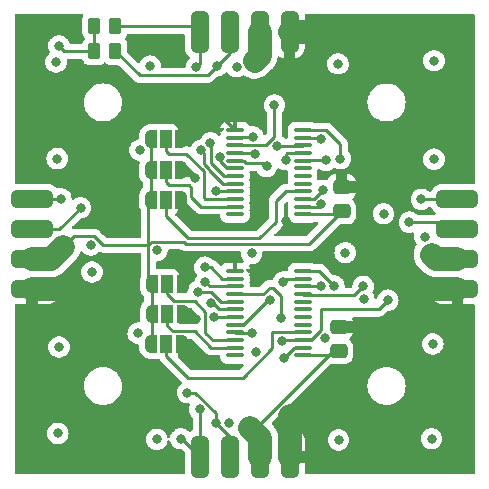
<source format=gbr>
%TF.GenerationSoftware,KiCad,Pcbnew,(6.0.1)*%
%TF.CreationDate,2022-11-17T20:37:07-05:00*%
%TF.ProjectId,ThermixelGrid,54686572-6d69-4786-956c-477269642e6b,rev?*%
%TF.SameCoordinates,Original*%
%TF.FileFunction,Copper,L4,Bot*%
%TF.FilePolarity,Positive*%
%FSLAX46Y46*%
G04 Gerber Fmt 4.6, Leading zero omitted, Abs format (unit mm)*
G04 Created by KiCad (PCBNEW (6.0.1)) date 2022-11-17 20:37:07*
%MOMM*%
%LPD*%
G01*
G04 APERTURE LIST*
G04 Aperture macros list*
%AMRoundRect*
0 Rectangle with rounded corners*
0 $1 Rounding radius*
0 $2 $3 $4 $5 $6 $7 $8 $9 X,Y pos of 4 corners*
0 Add a 4 corners polygon primitive as box body*
4,1,4,$2,$3,$4,$5,$6,$7,$8,$9,$2,$3,0*
0 Add four circle primitives for the rounded corners*
1,1,$1+$1,$2,$3*
1,1,$1+$1,$4,$5*
1,1,$1+$1,$6,$7*
1,1,$1+$1,$8,$9*
0 Add four rect primitives between the rounded corners*
20,1,$1+$1,$2,$3,$4,$5,0*
20,1,$1+$1,$4,$5,$6,$7,0*
20,1,$1+$1,$6,$7,$8,$9,0*
20,1,$1+$1,$8,$9,$2,$3,0*%
%AMFreePoly0*
4,1,22,0.550000,-0.750000,0.000000,-0.750000,0.000000,-0.745033,-0.079941,-0.743568,-0.215256,-0.701293,-0.333266,-0.622738,-0.424486,-0.514219,-0.481581,-0.384460,-0.499164,-0.250000,-0.500000,-0.250000,-0.500000,0.250000,-0.499164,0.250000,-0.499963,0.256109,-0.478152,0.396186,-0.417904,0.524511,-0.324060,0.630769,-0.204165,0.706417,-0.067858,0.745374,0.000000,0.744959,0.000000,0.750000,
0.550000,0.750000,0.550000,-0.750000,0.550000,-0.750000,$1*%
%AMFreePoly1*
4,1,20,0.000000,0.744959,0.073905,0.744508,0.209726,0.703889,0.328688,0.626782,0.421226,0.519385,0.479903,0.390333,0.500000,0.250000,0.500000,-0.250000,0.499851,-0.262216,0.476331,-0.402017,0.414519,-0.529596,0.319384,-0.634700,0.198574,-0.708877,0.061801,-0.746166,0.000000,-0.745033,0.000000,-0.750000,-0.550000,-0.750000,-0.550000,0.750000,0.000000,0.750000,0.000000,0.744959,
0.000000,0.744959,$1*%
G04 Aperture macros list end*
%TA.AperFunction,SMDPad,CuDef*%
%ADD10RoundRect,0.381000X-0.381000X-1.359000X0.381000X-1.359000X0.381000X1.359000X-0.381000X1.359000X0*%
%TD*%
%TA.AperFunction,SMDPad,CuDef*%
%ADD11RoundRect,0.381000X-1.359000X0.381000X-1.359000X-0.381000X1.359000X-0.381000X1.359000X0.381000X0*%
%TD*%
%TA.AperFunction,SMDPad,CuDef*%
%ADD12FreePoly0,180.000000*%
%TD*%
%TA.AperFunction,SMDPad,CuDef*%
%ADD13R,1.000000X1.500000*%
%TD*%
%TA.AperFunction,SMDPad,CuDef*%
%ADD14FreePoly1,180.000000*%
%TD*%
%TA.AperFunction,SMDPad,CuDef*%
%ADD15RoundRect,0.249999X-0.262501X-0.450001X0.262501X-0.450001X0.262501X0.450001X-0.262501X0.450001X0*%
%TD*%
%TA.AperFunction,SMDPad,CuDef*%
%ADD16RoundRect,0.100000X-0.637500X-0.100000X0.637500X-0.100000X0.637500X0.100000X-0.637500X0.100000X0*%
%TD*%
%TA.AperFunction,SMDPad,CuDef*%
%ADD17RoundRect,0.250000X0.475000X-0.337500X0.475000X0.337500X-0.475000X0.337500X-0.475000X-0.337500X0*%
%TD*%
%TA.AperFunction,ViaPad*%
%ADD18C,0.800000*%
%TD*%
%TA.AperFunction,Conductor*%
%ADD19C,0.250000*%
%TD*%
%TA.AperFunction,Conductor*%
%ADD20C,2.000000*%
%TD*%
G04 APERTURE END LIST*
D10*
%TO.P,J1,1*%
%TO.N,SDA*%
X16170000Y-2000000D03*
%TO.P,J1,2*%
%TO.N,SCL*%
X18710000Y-2000000D03*
%TO.P,J1,3*%
%TO.N,+5V*%
X21250000Y-2000000D03*
%TO.P,J1,4*%
%TO.N,GND*%
X23790000Y-2000000D03*
%TD*%
%TO.P,J2,1*%
%TO.N,SDA*%
X16210000Y-38000000D03*
%TO.P,J2,2*%
%TO.N,SCL*%
X18750000Y-38000000D03*
%TO.P,J2,3*%
%TO.N,+5V*%
X21290000Y-38000000D03*
%TO.P,J2,4*%
%TO.N,GND*%
X23830000Y-38000000D03*
%TD*%
D11*
%TO.P,J3,1*%
%TO.N,SDA*%
X2000000Y-16170000D03*
%TO.P,J3,2*%
%TO.N,SCL*%
X2000000Y-18710000D03*
%TO.P,J3,3*%
%TO.N,+5V*%
X2000000Y-21250000D03*
%TO.P,J3,4*%
%TO.N,GND*%
X2000000Y-23790000D03*
%TD*%
%TO.P,J4,1*%
%TO.N,SDA*%
X38000000Y-16170000D03*
%TO.P,J4,2*%
%TO.N,SCL*%
X38000000Y-18710000D03*
%TO.P,J4,3*%
%TO.N,+5V*%
X38000000Y-21250000D03*
%TO.P,J4,4*%
%TO.N,GND*%
X38000000Y-23790000D03*
%TD*%
D12*
%TO.P,JP1,1*%
%TO.N,GND*%
X14630400Y-11112000D03*
D13*
%TO.P,JP1,2*%
%TO.N,Net-(JP1-Pad2)*%
X13330400Y-11112000D03*
D14*
%TO.P,JP1,3*%
%TO.N,+5V*%
X12030400Y-11112000D03*
%TD*%
D12*
%TO.P,JP2,1*%
%TO.N,GND*%
X14630400Y-13716000D03*
D13*
%TO.P,JP2,2*%
%TO.N,Net-(JP2-Pad2)*%
X13330400Y-13716000D03*
D14*
%TO.P,JP2,3*%
%TO.N,+5V*%
X12030400Y-13716000D03*
%TD*%
D12*
%TO.P,JP3,1*%
%TO.N,GND*%
X14630400Y-16256000D03*
D13*
%TO.P,JP3,2*%
%TO.N,Net-(JP3-Pad2)*%
X13330400Y-16256000D03*
D14*
%TO.P,JP3,3*%
%TO.N,+5V*%
X12030400Y-16256000D03*
%TD*%
D12*
%TO.P,JP4,1*%
%TO.N,GND*%
X14724400Y-23368000D03*
D13*
%TO.P,JP4,2*%
%TO.N,Net-(JP4-Pad2)*%
X13424400Y-23368000D03*
D14*
%TO.P,JP4,3*%
%TO.N,+5V*%
X12124400Y-23368000D03*
%TD*%
D12*
%TO.P,JP5,1*%
%TO.N,GND*%
X14724400Y-25908000D03*
D13*
%TO.P,JP5,2*%
%TO.N,Net-(JP5-Pad2)*%
X13424400Y-25908000D03*
D14*
%TO.P,JP5,3*%
%TO.N,+5V*%
X12124400Y-25908000D03*
%TD*%
D12*
%TO.P,JP6,1*%
%TO.N,GND*%
X14660400Y-28448000D03*
D13*
%TO.P,JP6,2*%
%TO.N,Net-(JP6-Pad2)*%
X13360400Y-28448000D03*
D14*
%TO.P,JP6,3*%
%TO.N,+5V*%
X12060400Y-28448000D03*
%TD*%
D15*
%TO.P,R26,1*%
%TO.N,+5V*%
X7217400Y-1542600D03*
%TO.P,R26,2*%
%TO.N,SDA*%
X9042400Y-1542600D03*
%TD*%
%TO.P,R27,1*%
%TO.N,+5V*%
X7217400Y-3657600D03*
%TO.P,R27,2*%
%TO.N,SCL*%
X9042400Y-3657600D03*
%TD*%
D16*
%TO.P,U1,1*%
%TO.N,Net-(U1-Pad1)*%
X19171500Y-17481000D03*
%TO.P,U1,2*%
%TO.N,Net-(JP2-Pad2)*%
X19171500Y-16831000D03*
%TO.P,U1,3*%
%TO.N,Net-(JP1-Pad2)*%
X19171500Y-16181000D03*
%TO.P,U1,4*%
%TO.N,Net-(R1-Pad2)*%
X19171500Y-15531000D03*
%TO.P,U1,5*%
%TO.N,Net-(R2-Pad2)*%
X19171500Y-14881000D03*
%TO.P,U1,6*%
%TO.N,Net-(R3-Pad2)*%
X19171500Y-14231000D03*
%TO.P,U1,7*%
%TO.N,Net-(R4-Pad2)*%
X19171500Y-13581000D03*
%TO.P,U1,8*%
%TO.N,Net-(R5-Pad2)*%
X19171500Y-12931000D03*
%TO.P,U1,9*%
%TO.N,Net-(R6-Pad2)*%
X19171500Y-12281000D03*
%TO.P,U1,10*%
%TO.N,Net-(R7-Pad2)*%
X19171500Y-11631000D03*
%TO.P,U1,11*%
%TO.N,Net-(R8-Pad2)*%
X19171500Y-10981000D03*
%TO.P,U1,12*%
%TO.N,GND*%
X19171500Y-10331000D03*
%TO.P,U1,13*%
%TO.N,Net-(R9-Pad2)*%
X24896500Y-10331000D03*
%TO.P,U1,14*%
%TO.N,Net-(R10-Pad2)*%
X24896500Y-10981000D03*
%TO.P,U1,15*%
%TO.N,Net-(R11-Pad2)*%
X24896500Y-11631000D03*
%TO.P,U1,16*%
%TO.N,Net-(R12-Pad2)*%
X24896500Y-12281000D03*
%TO.P,U1,17*%
%TO.N,Net-(R13-Pad2)*%
X24896500Y-12931000D03*
%TO.P,U1,18*%
%TO.N,Net-(U1-Pad18)*%
X24896500Y-13581000D03*
%TO.P,U1,19*%
%TO.N,Net-(U1-Pad19)*%
X24896500Y-14231000D03*
%TO.P,U1,20*%
%TO.N,Net-(U1-Pad20)*%
X24896500Y-14881000D03*
%TO.P,U1,21*%
%TO.N,Net-(JP3-Pad2)*%
X24896500Y-15531000D03*
%TO.P,U1,22*%
%TO.N,SCL*%
X24896500Y-16181000D03*
%TO.P,U1,23*%
%TO.N,SDA*%
X24896500Y-16831000D03*
%TO.P,U1,24*%
%TO.N,+5V*%
X24896500Y-17481000D03*
%TD*%
%TO.P,U2,1*%
%TO.N,Net-(U2-Pad1)*%
X19171500Y-29419000D03*
%TO.P,U2,2*%
%TO.N,Net-(JP5-Pad2)*%
X19171500Y-28769000D03*
%TO.P,U2,3*%
%TO.N,Net-(JP4-Pad2)*%
X19171500Y-28119000D03*
%TO.P,U2,4*%
%TO.N,Net-(R14-Pad2)*%
X19171500Y-27469000D03*
%TO.P,U2,5*%
%TO.N,Net-(R15-Pad2)*%
X19171500Y-26819000D03*
%TO.P,U2,6*%
%TO.N,Net-(R16-Pad2)*%
X19171500Y-26169000D03*
%TO.P,U2,7*%
%TO.N,Net-(R17-Pad2)*%
X19171500Y-25519000D03*
%TO.P,U2,8*%
%TO.N,Net-(R18-Pad2)*%
X19171500Y-24869000D03*
%TO.P,U2,9*%
%TO.N,Net-(R19-Pad2)*%
X19171500Y-24219000D03*
%TO.P,U2,10*%
%TO.N,Net-(R20-Pad2)*%
X19171500Y-23569000D03*
%TO.P,U2,11*%
%TO.N,Net-(R21-Pad2)*%
X19171500Y-22919000D03*
%TO.P,U2,12*%
%TO.N,GND*%
X19171500Y-22269000D03*
%TO.P,U2,13*%
%TO.N,Net-(R22-Pad2)*%
X24896500Y-22269000D03*
%TO.P,U2,14*%
%TO.N,Net-(R23-Pad2)*%
X24896500Y-22919000D03*
%TO.P,U2,15*%
%TO.N,Net-(R24-Pad2)*%
X24896500Y-23569000D03*
%TO.P,U2,16*%
%TO.N,Net-(R25-Pad2)*%
X24896500Y-24219000D03*
%TO.P,U2,17*%
%TO.N,Net-(U2-Pad17)*%
X24896500Y-24869000D03*
%TO.P,U2,18*%
%TO.N,Net-(U2-Pad18)*%
X24896500Y-25519000D03*
%TO.P,U2,19*%
%TO.N,Net-(U2-Pad19)*%
X24896500Y-26169000D03*
%TO.P,U2,20*%
%TO.N,Net-(U2-Pad20)*%
X24896500Y-26819000D03*
%TO.P,U2,21*%
%TO.N,Net-(JP6-Pad2)*%
X24896500Y-27469000D03*
%TO.P,U2,22*%
%TO.N,SCL*%
X24896500Y-28119000D03*
%TO.P,U2,23*%
%TO.N,SDA*%
X24896500Y-28769000D03*
%TO.P,U2,24*%
%TO.N,+5V*%
X24896500Y-29419000D03*
%TD*%
D17*
%TO.P,C1,1*%
%TO.N,+5V*%
X27940000Y-29055500D03*
%TO.P,C1,2*%
%TO.N,GND*%
X27940000Y-26980500D03*
%TD*%
%TO.P,C2,1*%
%TO.N,+5V*%
X28194000Y-17229500D03*
%TO.P,C2,2*%
%TO.N,GND*%
X28194000Y-15154500D03*
%TD*%
D18*
%TO.N,GND*%
X15646400Y-17932400D03*
X7213600Y-35356800D03*
X31902400Y-21793200D03*
X8839200Y-16510000D03*
X31800800Y-35763200D03*
X15785500Y-14376400D03*
X23825200Y-34544000D03*
X32207200Y-27736800D03*
X15900400Y-26314400D03*
X14782800Y-8940800D03*
X23520400Y-18034000D03*
X7518400Y-10566400D03*
X32207200Y-2692400D03*
X29819600Y-3810000D03*
X15900400Y-29921200D03*
X14579600Y-20980400D03*
X14122400Y-3403600D03*
X7366000Y-26162000D03*
%TO.N,+5V*%
X20828000Y-4470400D03*
X4267200Y-3200400D03*
X20472400Y-35560000D03*
X35814000Y-20878800D03*
X4572000Y-20269200D03*
%TO.N,SCL*%
X33934400Y-18135600D03*
X17678400Y-4876800D03*
X26582446Y-15452372D03*
X15138400Y-32562800D03*
X17526000Y-35102800D03*
X6096000Y-16916400D03*
X23167109Y-28167389D03*
X32105600Y-24739600D03*
%TO.N,SDA*%
X14579600Y-36474400D03*
X31750000Y-17424400D03*
X6959600Y-20066000D03*
X34950400Y-16205200D03*
X15900400Y-4978400D03*
X23317200Y-29616400D03*
X16205200Y-33985200D03*
X26441829Y-16626289D03*
X4419600Y-16154400D03*
%TO.N,Net-(R1-Pad2)*%
X4013200Y-4572000D03*
X17576800Y-15456500D03*
%TO.N,Net-(R2-Pad2)*%
X11988800Y-4927600D03*
X16306800Y-12039600D03*
%TO.N,Net-(R3-Pad2)*%
X17087280Y-11415216D03*
X19305230Y-4959862D03*
%TO.N,Net-(R4-Pad2)*%
X27889200Y-4724400D03*
X17859869Y-12582631D03*
%TO.N,Net-(R5-Pad2)*%
X36017200Y-4470400D03*
X21844000Y-13411200D03*
%TO.N,Net-(R6-Pad2)*%
X4114800Y-12750800D03*
X20878800Y-12395200D03*
%TO.N,Net-(R7-Pad2)*%
X11125200Y-12026300D03*
X22504400Y-8229600D03*
%TO.N,Net-(R8-Pad2)*%
X20675600Y-10906500D03*
%TO.N,Net-(R9-Pad2)*%
X28092400Y-12750800D03*
%TO.N,Net-(R10-Pad2)*%
X36017200Y-12801600D03*
X26466800Y-11074400D03*
%TO.N,Net-(R11-Pad2)*%
X22762699Y-11688299D03*
X7061200Y-22352000D03*
%TO.N,Net-(R12-Pad2)*%
X23487199Y-12852400D03*
X12547600Y-20523200D03*
%TO.N,Net-(R13-Pad2)*%
X20574000Y-20777200D03*
X26873200Y-12903200D03*
%TO.N,Net-(R14-Pad2)*%
X20624800Y-27533600D03*
X28498800Y-20726400D03*
%TO.N,Net-(R15-Pad2)*%
X35229139Y-19390062D03*
X22098000Y-24739600D03*
%TO.N,Net-(R16-Pad2)*%
X4267200Y-28702000D03*
X17424400Y-26162000D03*
%TO.N,Net-(R17-Pad2)*%
X10972800Y-27533600D03*
X17119600Y-24993600D03*
%TO.N,Net-(R18-Pad2)*%
X16002000Y-24028400D03*
X20980400Y-29108400D03*
%TO.N,Net-(R19-Pad2)*%
X23063200Y-26212800D03*
X26822400Y-27940000D03*
%TO.N,Net-(R20-Pad2)*%
X16662400Y-23215600D03*
X35915600Y-28448000D03*
%TO.N,Net-(R21-Pad2)*%
X4165600Y-36017200D03*
X16611600Y-21945600D03*
%TO.N,Net-(R22-Pad2)*%
X12547600Y-36525200D03*
X27533600Y-23524500D03*
%TO.N,Net-(R23-Pad2)*%
X23266400Y-23215600D03*
X18694400Y-35102800D03*
%TO.N,Net-(R24-Pad2)*%
X27940000Y-36576000D03*
X30073600Y-24638000D03*
X26416000Y-23571200D03*
%TO.N,Net-(R25-Pad2)*%
X35814000Y-36474400D03*
X30022800Y-23571200D03*
%TD*%
D19*
%TO.N,GND*%
X15494000Y-25908000D02*
X15900400Y-26314400D01*
X14630400Y-16256000D02*
X14630400Y-16916400D01*
X15125100Y-13716000D02*
X15785500Y-14376400D01*
X14579600Y-20980400D02*
X14724400Y-21125200D01*
X23830000Y-34548800D02*
X23825200Y-34544000D01*
X19171500Y-10331000D02*
X17781300Y-8940800D01*
X14630400Y-9093200D02*
X14782800Y-8940800D01*
X17781300Y-8940800D02*
X16510000Y-8940800D01*
D20*
X23830000Y-38000000D02*
X23830000Y-34548800D01*
X4994000Y-23790000D02*
X7366000Y-26162000D01*
D19*
X14630400Y-13716000D02*
X15125100Y-13716000D01*
X14724400Y-21125200D02*
X14724400Y-23368000D01*
X14660400Y-28681200D02*
X15900400Y-29921200D01*
D20*
X33899200Y-23790000D02*
X31902400Y-21793200D01*
D19*
X31450900Y-26980500D02*
X32207200Y-27736800D01*
D20*
X38000000Y-23790000D02*
X33899200Y-23790000D01*
X23790000Y-2000000D02*
X28009600Y-2000000D01*
D19*
X16510000Y-8940800D02*
X14630400Y-10820400D01*
X14660400Y-28448000D02*
X14660400Y-28681200D01*
X14724400Y-25908000D02*
X15494000Y-25908000D01*
X14630400Y-10820400D02*
X14630400Y-11112000D01*
D20*
X2000000Y-23790000D02*
X4994000Y-23790000D01*
D19*
X14630400Y-11112000D02*
X14630400Y-9093200D01*
X14630400Y-16916400D02*
X15646400Y-17932400D01*
X27940000Y-26980500D02*
X31450900Y-26980500D01*
D20*
X28009600Y-2000000D02*
X29819600Y-3810000D01*
%TO.N,+5V*%
X3591200Y-21250000D02*
X2000000Y-21250000D01*
D19*
X12030400Y-13716000D02*
X12030400Y-16256000D01*
X28194000Y-17229500D02*
X27942500Y-17481000D01*
X27940000Y-29055500D02*
X27450146Y-29055500D01*
X7997525Y-20079311D02*
X7259703Y-19341489D01*
X7259703Y-19341489D02*
X5499711Y-19341489D01*
X7217400Y-3657600D02*
X4724400Y-3657600D01*
X12103711Y-19798689D02*
X14844971Y-19798689D01*
X5499711Y-19341489D02*
X4572000Y-20269200D01*
X11823089Y-16463311D02*
X11823089Y-20079311D01*
X12124400Y-25908000D02*
X12124400Y-28384000D01*
X27940000Y-29055500D02*
X27576500Y-29419000D01*
X12030400Y-16256000D02*
X11823089Y-16463311D01*
X12124400Y-23368000D02*
X12124400Y-25908000D01*
X27450146Y-29055500D02*
X20945646Y-35560000D01*
X11823089Y-20079311D02*
X12103711Y-19798689D01*
D20*
X36185200Y-21250000D02*
X38000000Y-21250000D01*
D19*
X27576500Y-29419000D02*
X24896500Y-29419000D01*
X27942500Y-17481000D02*
X24896500Y-17481000D01*
X11823089Y-23066689D02*
X12124400Y-23368000D01*
X11823089Y-20079311D02*
X7997525Y-20079311D01*
D20*
X21290000Y-36377600D02*
X21290000Y-38000000D01*
D19*
X7217400Y-1542600D02*
X7217400Y-3657600D01*
X14844971Y-19798689D02*
X15003002Y-19956720D01*
X15003002Y-19956720D02*
X25466780Y-19956720D01*
D20*
X4572000Y-20269200D02*
X3591200Y-21250000D01*
X20828000Y-4470400D02*
X21250000Y-4048400D01*
X21250000Y-4048400D02*
X21250000Y-2000000D01*
D19*
X11823089Y-20079311D02*
X11823089Y-23066689D01*
X4724400Y-3657600D02*
X4267200Y-3200400D01*
X20945646Y-35560000D02*
X20472400Y-35560000D01*
X25466780Y-19956720D02*
X28194000Y-17229500D01*
X12030400Y-11112000D02*
X12030400Y-13716000D01*
X12124400Y-28384000D02*
X12060400Y-28448000D01*
D20*
X20472400Y-35560000D02*
X21290000Y-36377600D01*
X35814000Y-20878800D02*
X36185200Y-21250000D01*
D19*
%TO.N,SCL*%
X18576861Y-36170551D02*
X18593751Y-36170551D01*
X2000000Y-18710000D02*
X4302400Y-18710000D01*
X9042400Y-3657600D02*
X11087711Y-5702911D01*
X24896500Y-28119000D02*
X25584361Y-28119000D01*
X16852289Y-5702911D02*
X17678400Y-4876800D01*
X17526000Y-35102800D02*
X18152453Y-35729253D01*
X18152453Y-35746143D02*
X18576861Y-36170551D01*
X26416000Y-27287361D02*
X26416000Y-25501600D01*
X17678400Y-4876800D02*
X18710000Y-3845200D01*
X4302400Y-18710000D02*
X6096000Y-16916400D01*
X33934400Y-18135600D02*
X37425600Y-18135600D01*
X11087711Y-5702911D02*
X16852289Y-5702911D01*
X37425600Y-18135600D02*
X38000000Y-18710000D01*
X23215498Y-28119000D02*
X23167109Y-28167389D01*
X26582446Y-15452372D02*
X25853818Y-16181000D01*
X26416000Y-25501600D02*
X31343600Y-25501600D01*
X25853818Y-16181000D02*
X24896500Y-16181000D01*
X17526000Y-34281386D02*
X17526000Y-35102800D01*
X15138400Y-32562800D02*
X15807414Y-32562800D01*
X31343600Y-25501600D02*
X32105600Y-24739600D01*
X18710000Y-3845200D02*
X18710000Y-2000000D01*
X24896500Y-28119000D02*
X23215498Y-28119000D01*
X18152453Y-35729253D02*
X18152453Y-35746143D01*
X15807414Y-32562800D02*
X17526000Y-34281386D01*
X25584361Y-28119000D02*
X26416000Y-27287361D01*
X18593751Y-36170551D02*
X18750000Y-36326800D01*
X18750000Y-36326800D02*
X18750000Y-38000000D01*
%TO.N,SDA*%
X16170000Y-4708800D02*
X15900400Y-4978400D01*
X24896500Y-28769000D02*
X24164600Y-28769000D01*
X16205200Y-37995200D02*
X16210000Y-38000000D01*
X24164600Y-28769000D02*
X23317200Y-29616400D01*
X9042400Y-1542600D02*
X15712600Y-1542600D01*
X34950400Y-16205200D02*
X37964800Y-16205200D01*
X4419600Y-16154400D02*
X2015600Y-16154400D01*
X16170000Y-2000000D02*
X16170000Y-4708800D01*
X2015600Y-16154400D02*
X2000000Y-16170000D01*
X37964800Y-16205200D02*
X38000000Y-16170000D01*
X16205200Y-33985200D02*
X16205200Y-37995200D01*
X15712600Y-1542600D02*
X16170000Y-2000000D01*
X26237118Y-16831000D02*
X26441829Y-16626289D01*
X24896500Y-16831000D02*
X26237118Y-16831000D01*
X14579600Y-36474400D02*
X14684400Y-36474400D01*
X14684400Y-36474400D02*
X16210000Y-38000000D01*
%TO.N,Net-(JP1-Pad2)*%
X15036800Y-12344400D02*
X16510000Y-13817600D01*
X16510000Y-13817600D02*
X16510000Y-16103600D01*
X16510000Y-16103600D02*
X16587400Y-16181000D01*
X13562800Y-12344400D02*
X15036800Y-12344400D01*
X13330400Y-12112000D02*
X13562800Y-12344400D01*
X16587400Y-16181000D02*
X19171500Y-16181000D01*
X13330400Y-11112000D02*
X13330400Y-12112000D01*
%TO.N,Net-(JP2-Pad2)*%
X15454911Y-15200911D02*
X15454911Y-15962911D01*
X15454911Y-15962911D02*
X16323000Y-16831000D01*
X16323000Y-16831000D02*
X19171500Y-16831000D01*
X13330400Y-13716000D02*
X13330400Y-14716000D01*
X13600400Y-14986000D02*
X15240000Y-14986000D01*
X13330400Y-14716000D02*
X13600400Y-14986000D01*
X15240000Y-14986000D02*
X15454911Y-15200911D01*
%TO.N,Net-(JP3-Pad2)*%
X23483400Y-15531000D02*
X22656800Y-16357600D01*
X21234400Y-19507200D02*
X15189200Y-19507200D01*
X24896500Y-15531000D02*
X23483400Y-15531000D01*
X22656800Y-18084800D02*
X21234400Y-19507200D01*
X22656800Y-16357600D02*
X22656800Y-18084800D01*
X15189200Y-19507200D02*
X13330400Y-17648400D01*
X13330400Y-17648400D02*
X13330400Y-16256000D01*
%TO.N,Net-(JP4-Pad2)*%
X13424400Y-24244800D02*
X13970000Y-24790400D01*
X13970000Y-24790400D02*
X15748000Y-24790400D01*
X17298600Y-28119000D02*
X19171500Y-28119000D01*
X16662400Y-25704800D02*
X16662400Y-27482800D01*
X15748000Y-24790400D02*
X16662400Y-25704800D01*
X13424400Y-23368000D02*
X13424400Y-24244800D01*
X16662400Y-27482800D02*
X17298600Y-28119000D01*
%TO.N,Net-(JP5-Pad2)*%
X13424400Y-25908000D02*
X13424400Y-26908000D01*
X13889880Y-27373480D02*
X15740280Y-27373480D01*
X17135800Y-28769000D02*
X19171500Y-28769000D01*
X15740280Y-27373480D02*
X17135800Y-28769000D01*
X13424400Y-26908000D02*
X13889880Y-27373480D01*
%TO.N,Net-(JP6-Pad2)*%
X24859500Y-27432000D02*
X24896500Y-27469000D01*
X13360400Y-28448000D02*
X13360400Y-29448000D01*
X22301200Y-28812214D02*
X22301200Y-27432000D01*
X19820614Y-31292800D02*
X22301200Y-28812214D01*
X13360400Y-29448000D02*
X15205200Y-31292800D01*
X15205200Y-31292800D02*
X19820614Y-31292800D01*
X22301200Y-27432000D02*
X24859500Y-27432000D01*
%TO.N,Net-(R1-Pad2)*%
X17576800Y-15456500D02*
X17651300Y-15531000D01*
X17651300Y-15531000D02*
X19171500Y-15531000D01*
%TO.N,Net-(R2-Pad2)*%
X18132200Y-14881000D02*
X19171500Y-14881000D01*
X16959520Y-13708320D02*
X18132200Y-14881000D01*
X16560800Y-13232682D02*
X16959520Y-13631402D01*
X16560800Y-12293600D02*
X16560800Y-13232682D01*
X16959520Y-13631402D02*
X16959520Y-13708320D01*
X16306800Y-12039600D02*
X16560800Y-12293600D01*
%TO.N,Net-(R3-Pad2)*%
X17087280Y-11415216D02*
X17119600Y-11447536D01*
X17119600Y-11447536D02*
X17119600Y-13106400D01*
X17119600Y-13106400D02*
X18244200Y-14231000D01*
X18244200Y-14231000D02*
X19171500Y-14231000D01*
%TO.N,Net-(R4-Pad2)*%
X17859869Y-12582631D02*
X17859869Y-12971512D01*
X18469357Y-13581000D02*
X19171500Y-13581000D01*
X17859869Y-12971512D02*
X18469357Y-13581000D01*
%TO.N,Net-(R5-Pad2)*%
X19907311Y-12931000D02*
X19171500Y-12931000D01*
X21590000Y-13157200D02*
X20133511Y-13157200D01*
X21844000Y-13411200D02*
X21590000Y-13157200D01*
X20133511Y-13157200D02*
X19907311Y-12931000D01*
%TO.N,Net-(R6-Pad2)*%
X20764600Y-12281000D02*
X19171500Y-12281000D01*
X20878800Y-12395200D02*
X20764600Y-12281000D01*
%TO.N,Net-(R7-Pad2)*%
X22504400Y-10922000D02*
X21795400Y-11631000D01*
X22504400Y-8229600D02*
X22504400Y-10922000D01*
X21795400Y-11631000D02*
X19171500Y-11631000D01*
%TO.N,Net-(R8-Pad2)*%
X19246000Y-10906500D02*
X19171500Y-10981000D01*
X20675600Y-10906500D02*
X19246000Y-10906500D01*
%TO.N,Net-(R9-Pad2)*%
X28092400Y-12750800D02*
X28092400Y-11531600D01*
X28092400Y-11531600D02*
X26891800Y-10331000D01*
X26891800Y-10331000D02*
X24896500Y-10331000D01*
%TO.N,Net-(R10-Pad2)*%
X24939100Y-11023600D02*
X24896500Y-10981000D01*
X26466800Y-11074400D02*
X26416000Y-11023600D01*
X26416000Y-11023600D02*
X24939100Y-11023600D01*
%TO.N,Net-(R11-Pad2)*%
X22762699Y-11688299D02*
X24839201Y-11688299D01*
X24839201Y-11688299D02*
X24896500Y-11631000D01*
%TO.N,Net-(R12-Pad2)*%
X23533000Y-12281000D02*
X24896500Y-12281000D01*
X23487199Y-12852400D02*
X23487199Y-12326801D01*
X23487199Y-12326801D02*
X23533000Y-12281000D01*
%TO.N,Net-(R13-Pad2)*%
X24924300Y-12903200D02*
X24896500Y-12931000D01*
X26873200Y-12903200D02*
X24924300Y-12903200D01*
%TO.N,Net-(R14-Pad2)*%
X19236100Y-27533600D02*
X19171500Y-27469000D01*
X20624800Y-27533600D02*
X19236100Y-27533600D01*
%TO.N,Net-(R15-Pad2)*%
X21938761Y-24739600D02*
X19859361Y-26819000D01*
X19859361Y-26819000D02*
X19171500Y-26819000D01*
X22098000Y-24739600D02*
X21938761Y-24739600D01*
%TO.N,Net-(R16-Pad2)*%
X17424400Y-26162000D02*
X19164500Y-26162000D01*
X19164500Y-26162000D02*
X19171500Y-26169000D01*
%TO.N,Net-(R17-Pad2)*%
X17119600Y-24993600D02*
X17280614Y-24993600D01*
X17806014Y-25519000D02*
X19171500Y-25519000D01*
X17280614Y-24993600D02*
X17806014Y-25519000D01*
%TO.N,Net-(R18-Pad2)*%
X18019614Y-24869000D02*
X19171500Y-24869000D01*
X17179014Y-24028400D02*
X18019614Y-24869000D01*
X16002000Y-24028400D02*
X17179014Y-24028400D01*
%TO.N,Net-(R19-Pad2)*%
X23063200Y-24379693D02*
X22356307Y-23672800D01*
X21551800Y-24219000D02*
X19171500Y-24219000D01*
X22098000Y-23672800D02*
X21551800Y-24219000D01*
X22356307Y-23672800D02*
X22098000Y-23672800D01*
X23063200Y-26212800D02*
X23063200Y-24379693D01*
%TO.N,Net-(R20-Pad2)*%
X17015800Y-23569000D02*
X19171500Y-23569000D01*
X16662400Y-23215600D02*
X17015800Y-23569000D01*
%TO.N,Net-(R21-Pad2)*%
X18093000Y-22919000D02*
X19171500Y-22919000D01*
X17119600Y-21945600D02*
X18093000Y-22919000D01*
X16611600Y-21945600D02*
X17119600Y-21945600D01*
%TO.N,Net-(R22-Pad2)*%
X27533600Y-23524500D02*
X27533600Y-23520400D01*
X27533600Y-23520400D02*
X26282200Y-22269000D01*
X26282200Y-22269000D02*
X24896500Y-22269000D01*
%TO.N,Net-(R23-Pad2)*%
X23266400Y-23215600D02*
X23563000Y-22919000D01*
X23563000Y-22919000D02*
X24896500Y-22919000D01*
%TO.N,Net-(R24-Pad2)*%
X26416000Y-23571200D02*
X26047089Y-23571200D01*
X26044889Y-23569000D02*
X24896500Y-23569000D01*
X26047089Y-23571200D02*
X26044889Y-23569000D01*
%TO.N,Net-(R25-Pad2)*%
X30022800Y-23571200D02*
X29249520Y-24344480D01*
X25021980Y-24344480D02*
X24896500Y-24219000D01*
X29249520Y-24344480D02*
X25021980Y-24344480D01*
%TD*%
%TA.AperFunction,Conductor*%
%TO.N,GND*%
G36*
X6266637Y-528002D02*
G01*
X6313130Y-581658D01*
X6323234Y-651932D01*
X6305776Y-700115D01*
X6266627Y-763627D01*
X6266625Y-763632D01*
X6262785Y-769861D01*
X6207103Y-937738D01*
X6196400Y-1042199D01*
X6196401Y-2043000D01*
X6207374Y-2148767D01*
X6209558Y-2155313D01*
X6260630Y-2308392D01*
X6263350Y-2316546D01*
X6356421Y-2466949D01*
X6400510Y-2510961D01*
X6434588Y-2573239D01*
X6429586Y-2644059D01*
X6400664Y-2689148D01*
X6355594Y-2734297D01*
X6262785Y-2884861D01*
X6260481Y-2891808D01*
X6245237Y-2937767D01*
X6204807Y-2996127D01*
X6139242Y-3023364D01*
X6125644Y-3024100D01*
X5256714Y-3024100D01*
X5188593Y-3004098D01*
X5142100Y-2950442D01*
X5136881Y-2937036D01*
X5103769Y-2835129D01*
X5101727Y-2828844D01*
X5094614Y-2816523D01*
X5043552Y-2728083D01*
X5006240Y-2663456D01*
X4973383Y-2626964D01*
X4882875Y-2526445D01*
X4882874Y-2526444D01*
X4878453Y-2521534D01*
X4723952Y-2409282D01*
X4717924Y-2406598D01*
X4717922Y-2406597D01*
X4555519Y-2334291D01*
X4555518Y-2334291D01*
X4549488Y-2331606D01*
X4445968Y-2309602D01*
X4369144Y-2293272D01*
X4369139Y-2293272D01*
X4362687Y-2291900D01*
X4171713Y-2291900D01*
X4165261Y-2293272D01*
X4165256Y-2293272D01*
X4088432Y-2309602D01*
X3984912Y-2331606D01*
X3978882Y-2334291D01*
X3978881Y-2334291D01*
X3816478Y-2406597D01*
X3816476Y-2406598D01*
X3810448Y-2409282D01*
X3655947Y-2521534D01*
X3651526Y-2526444D01*
X3651525Y-2526445D01*
X3561018Y-2626964D01*
X3528160Y-2663456D01*
X3490848Y-2728083D01*
X3439787Y-2816523D01*
X3432673Y-2828844D01*
X3373658Y-3010472D01*
X3372968Y-3017033D01*
X3372968Y-3017035D01*
X3370041Y-3044887D01*
X3353696Y-3200400D01*
X3373658Y-3390328D01*
X3432673Y-3571956D01*
X3435976Y-3577678D01*
X3435977Y-3577679D01*
X3497503Y-3684244D01*
X3514241Y-3753239D01*
X3491021Y-3820331D01*
X3462447Y-3849178D01*
X3428469Y-3873865D01*
X3419199Y-3880600D01*
X3401947Y-3893134D01*
X3397526Y-3898044D01*
X3397525Y-3898045D01*
X3310018Y-3995232D01*
X3274160Y-4035056D01*
X3268111Y-4045534D01*
X3186172Y-4187456D01*
X3178673Y-4200444D01*
X3119658Y-4382072D01*
X3118968Y-4388633D01*
X3118968Y-4388635D01*
X3101975Y-4550321D01*
X3099696Y-4572000D01*
X3100386Y-4578565D01*
X3117109Y-4737672D01*
X3119658Y-4761928D01*
X3178673Y-4943556D01*
X3181976Y-4949278D01*
X3181977Y-4949279D01*
X3198790Y-4978400D01*
X3274160Y-5108944D01*
X3278578Y-5113851D01*
X3278579Y-5113852D01*
X3293843Y-5130804D01*
X3401947Y-5250866D01*
X3420304Y-5264203D01*
X3523520Y-5339194D01*
X3556448Y-5363118D01*
X3562476Y-5365802D01*
X3562478Y-5365803D01*
X3724881Y-5438109D01*
X3730912Y-5440794D01*
X3824312Y-5460647D01*
X3911256Y-5479128D01*
X3911261Y-5479128D01*
X3917713Y-5480500D01*
X4108687Y-5480500D01*
X4115139Y-5479128D01*
X4115144Y-5479128D01*
X4202088Y-5460647D01*
X4295488Y-5440794D01*
X4301519Y-5438109D01*
X4463922Y-5365803D01*
X4463924Y-5365802D01*
X4469952Y-5363118D01*
X4502881Y-5339194D01*
X4606096Y-5264203D01*
X4624453Y-5250866D01*
X4732557Y-5130804D01*
X4747821Y-5113852D01*
X4747822Y-5113851D01*
X4752240Y-5108944D01*
X4827610Y-4978400D01*
X4844423Y-4949279D01*
X4844424Y-4949278D01*
X4847727Y-4943556D01*
X4906742Y-4761928D01*
X4909292Y-4737672D01*
X4926014Y-4578565D01*
X4926704Y-4572000D01*
X4925027Y-4556044D01*
X4911808Y-4430270D01*
X4924580Y-4360432D01*
X4973082Y-4308585D01*
X5037118Y-4291100D01*
X6125703Y-4291100D01*
X6193824Y-4311102D01*
X6240317Y-4364758D01*
X6245226Y-4377223D01*
X6259428Y-4419789D01*
X6263350Y-4431546D01*
X6356421Y-4581949D01*
X6361603Y-4587122D01*
X6394030Y-4619492D01*
X6481597Y-4706906D01*
X6519656Y-4730366D01*
X6603737Y-4782194D01*
X6632161Y-4799715D01*
X6711904Y-4826164D01*
X6793510Y-4853232D01*
X6793512Y-4853232D01*
X6800038Y-4855397D01*
X6806874Y-4856097D01*
X6806877Y-4856098D01*
X6849930Y-4860509D01*
X6904499Y-4866100D01*
X7214987Y-4866100D01*
X7530300Y-4866099D01*
X7636067Y-4855126D01*
X7795247Y-4802019D01*
X7796902Y-4801467D01*
X7796904Y-4801466D01*
X7803846Y-4799150D01*
X7954249Y-4706079D01*
X8040686Y-4619490D01*
X8102966Y-4585412D01*
X8173786Y-4590415D01*
X8218871Y-4619333D01*
X8306597Y-4706906D01*
X8344656Y-4730366D01*
X8428737Y-4782194D01*
X8457161Y-4799715D01*
X8536904Y-4826164D01*
X8618510Y-4853232D01*
X8618512Y-4853232D01*
X8625038Y-4855397D01*
X8631874Y-4856097D01*
X8631877Y-4856098D01*
X8674930Y-4860509D01*
X8729499Y-4866100D01*
X8765816Y-4866100D01*
X9302805Y-4866099D01*
X9370926Y-4886101D01*
X9391900Y-4903004D01*
X10584054Y-6095158D01*
X10591598Y-6103448D01*
X10595711Y-6109929D01*
X10601488Y-6115354D01*
X10645378Y-6156569D01*
X10648220Y-6159324D01*
X10667942Y-6179046D01*
X10671066Y-6181469D01*
X10671070Y-6181473D01*
X10671135Y-6181523D01*
X10680156Y-6189228D01*
X10712390Y-6219497D01*
X10719338Y-6223316D01*
X10719340Y-6223318D01*
X10730143Y-6229257D01*
X10746670Y-6240113D01*
X10756409Y-6247668D01*
X10756411Y-6247669D01*
X10762671Y-6252525D01*
X10803251Y-6270085D01*
X10813899Y-6275302D01*
X10838687Y-6288929D01*
X10852651Y-6296606D01*
X10860327Y-6298577D01*
X10860330Y-6298578D01*
X10872273Y-6301644D01*
X10890978Y-6308048D01*
X10909566Y-6316092D01*
X10917389Y-6317331D01*
X10917399Y-6317334D01*
X10953235Y-6323010D01*
X10964855Y-6325416D01*
X10996670Y-6333584D01*
X11007681Y-6336411D01*
X11027935Y-6336411D01*
X11047645Y-6337962D01*
X11067654Y-6341131D01*
X11075546Y-6340385D01*
X11094291Y-6338613D01*
X11111673Y-6336970D01*
X11123530Y-6336411D01*
X16773522Y-6336411D01*
X16784705Y-6336938D01*
X16792198Y-6338613D01*
X16800124Y-6338364D01*
X16800125Y-6338364D01*
X16860275Y-6336473D01*
X16864234Y-6336411D01*
X16892145Y-6336411D01*
X16896080Y-6335914D01*
X16896145Y-6335906D01*
X16907982Y-6334973D01*
X16940240Y-6333959D01*
X16944259Y-6333833D01*
X16952178Y-6333584D01*
X16971632Y-6327932D01*
X16990989Y-6323924D01*
X17003219Y-6322379D01*
X17003220Y-6322379D01*
X17011086Y-6321385D01*
X17018457Y-6318466D01*
X17018459Y-6318466D01*
X17052201Y-6305107D01*
X17063431Y-6301262D01*
X17098272Y-6291140D01*
X17098273Y-6291140D01*
X17105882Y-6288929D01*
X17112701Y-6284896D01*
X17112706Y-6284894D01*
X17123317Y-6278618D01*
X17141065Y-6269923D01*
X17159906Y-6262463D01*
X17195676Y-6236475D01*
X17205596Y-6229959D01*
X17236824Y-6211491D01*
X17236827Y-6211489D01*
X17243651Y-6207453D01*
X17257972Y-6193132D01*
X17273006Y-6180291D01*
X17274720Y-6179046D01*
X17289396Y-6168383D01*
X17317587Y-6134306D01*
X17325577Y-6125527D01*
X17628899Y-5822205D01*
X17691211Y-5788179D01*
X17717994Y-5785300D01*
X17773887Y-5785300D01*
X17780339Y-5783928D01*
X17780344Y-5783928D01*
X17867287Y-5765447D01*
X17960688Y-5745594D01*
X18000165Y-5728018D01*
X18129122Y-5670603D01*
X18129124Y-5670602D01*
X18135152Y-5667918D01*
X18175329Y-5638728D01*
X18190557Y-5627664D01*
X18289653Y-5555666D01*
X18362812Y-5474414D01*
X18423257Y-5437176D01*
X18494241Y-5438528D01*
X18553225Y-5478042D01*
X18558738Y-5485939D01*
X18559006Y-5485744D01*
X18562889Y-5491088D01*
X18566190Y-5496806D01*
X18570608Y-5501713D01*
X18570609Y-5501714D01*
X18672128Y-5614462D01*
X18693977Y-5638728D01*
X18848478Y-5750980D01*
X18854506Y-5753664D01*
X18854508Y-5753665D01*
X19016911Y-5825971D01*
X19022942Y-5828656D01*
X19095012Y-5843975D01*
X19203286Y-5866990D01*
X19203291Y-5866990D01*
X19209743Y-5868362D01*
X19400717Y-5868362D01*
X19407169Y-5866990D01*
X19407174Y-5866990D01*
X19515448Y-5843975D01*
X19587518Y-5828656D01*
X19593549Y-5825971D01*
X19755952Y-5753665D01*
X19755954Y-5753664D01*
X19761982Y-5750980D01*
X19797921Y-5724869D01*
X19816653Y-5711259D01*
X19883521Y-5687401D01*
X19952672Y-5703481D01*
X19968977Y-5714449D01*
X19982124Y-5724869D01*
X19982130Y-5724873D01*
X19986098Y-5728018D01*
X20070644Y-5775269D01*
X20154626Y-5822205D01*
X20197998Y-5846445D01*
X20292749Y-5880932D01*
X20421348Y-5927739D01*
X20421353Y-5927740D01*
X20426105Y-5929470D01*
X20431074Y-5930418D01*
X20431078Y-5930419D01*
X20659578Y-5974007D01*
X20664553Y-5974956D01*
X20820051Y-5979300D01*
X20902150Y-5981593D01*
X20902153Y-5981593D01*
X20907205Y-5981734D01*
X20912218Y-5981065D01*
X20912220Y-5981065D01*
X21142806Y-5950298D01*
X21147820Y-5949629D01*
X21152661Y-5948167D01*
X21152663Y-5948167D01*
X21375357Y-5880932D01*
X21375361Y-5880930D01*
X21380208Y-5879467D01*
X21598388Y-5773054D01*
X21719808Y-5687401D01*
X21793514Y-5635407D01*
X21793518Y-5635404D01*
X21796747Y-5633126D01*
X21818250Y-5613491D01*
X22299666Y-5132075D01*
X22302188Y-5129621D01*
X22371012Y-5064538D01*
X22371014Y-5064535D01*
X22374681Y-5061068D01*
X22422411Y-4998639D01*
X22426552Y-4993508D01*
X22474191Y-4937533D01*
X22474192Y-4937532D01*
X22477470Y-4933680D01*
X22480089Y-4929355D01*
X22480093Y-4929350D01*
X22494491Y-4905576D01*
X22502163Y-4894329D01*
X22522120Y-4868226D01*
X22559243Y-4798992D01*
X22562507Y-4793268D01*
X22577685Y-4768206D01*
X22603221Y-4726042D01*
X22603884Y-4724400D01*
X26975696Y-4724400D01*
X26976386Y-4730965D01*
X26990813Y-4868226D01*
X26995658Y-4914328D01*
X27054673Y-5095956D01*
X27057976Y-5101678D01*
X27057977Y-5101679D01*
X27075526Y-5132075D01*
X27150160Y-5261344D01*
X27154578Y-5266251D01*
X27154579Y-5266252D01*
X27244215Y-5365803D01*
X27277947Y-5403266D01*
X27292369Y-5413744D01*
X27413449Y-5501714D01*
X27432448Y-5515518D01*
X27438476Y-5518202D01*
X27438478Y-5518203D01*
X27600881Y-5590509D01*
X27606912Y-5593194D01*
X27697589Y-5612468D01*
X27787256Y-5631528D01*
X27787261Y-5631528D01*
X27793713Y-5632900D01*
X27984687Y-5632900D01*
X27991139Y-5631528D01*
X27991144Y-5631528D01*
X28080811Y-5612468D01*
X28171488Y-5593194D01*
X28177519Y-5590509D01*
X28339922Y-5518203D01*
X28339924Y-5518202D01*
X28345952Y-5515518D01*
X28364952Y-5501714D01*
X28486031Y-5413744D01*
X28500453Y-5403266D01*
X28534185Y-5365803D01*
X28623821Y-5266252D01*
X28623822Y-5266251D01*
X28628240Y-5261344D01*
X28702874Y-5132075D01*
X28720423Y-5101679D01*
X28720424Y-5101678D01*
X28723727Y-5095956D01*
X28782742Y-4914328D01*
X28787588Y-4868226D01*
X28802014Y-4730965D01*
X28802704Y-4724400D01*
X28791678Y-4619492D01*
X28783432Y-4541035D01*
X28783432Y-4541033D01*
X28782742Y-4534472D01*
X28761924Y-4470400D01*
X35103696Y-4470400D01*
X35104386Y-4476965D01*
X35122521Y-4649506D01*
X35123658Y-4660328D01*
X35182673Y-4841956D01*
X35185976Y-4847678D01*
X35185977Y-4847679D01*
X35197840Y-4868226D01*
X35278160Y-5007344D01*
X35282578Y-5012251D01*
X35282579Y-5012252D01*
X35389324Y-5130804D01*
X35405947Y-5149266D01*
X35560448Y-5261518D01*
X35566476Y-5264202D01*
X35566478Y-5264203D01*
X35728881Y-5336509D01*
X35734912Y-5339194D01*
X35828312Y-5359047D01*
X35915256Y-5377528D01*
X35915261Y-5377528D01*
X35921713Y-5378900D01*
X36112687Y-5378900D01*
X36119139Y-5377528D01*
X36119144Y-5377528D01*
X36206088Y-5359047D01*
X36299488Y-5339194D01*
X36305519Y-5336509D01*
X36467922Y-5264203D01*
X36467924Y-5264202D01*
X36473952Y-5261518D01*
X36628453Y-5149266D01*
X36645076Y-5130804D01*
X36751821Y-5012252D01*
X36751822Y-5012251D01*
X36756240Y-5007344D01*
X36836560Y-4868226D01*
X36848423Y-4847679D01*
X36848424Y-4847678D01*
X36851727Y-4841956D01*
X36910742Y-4660328D01*
X36911880Y-4649506D01*
X36930014Y-4476965D01*
X36930704Y-4470400D01*
X36925908Y-4424769D01*
X36911432Y-4287035D01*
X36911432Y-4287033D01*
X36910742Y-4280472D01*
X36851727Y-4098844D01*
X36756240Y-3933456D01*
X36628453Y-3791534D01*
X36473952Y-3679282D01*
X36467924Y-3676598D01*
X36467922Y-3676597D01*
X36305519Y-3604291D01*
X36305518Y-3604291D01*
X36299488Y-3601606D01*
X36186921Y-3577679D01*
X36119144Y-3563272D01*
X36119139Y-3563272D01*
X36112687Y-3561900D01*
X35921713Y-3561900D01*
X35915261Y-3563272D01*
X35915256Y-3563272D01*
X35847479Y-3577679D01*
X35734912Y-3601606D01*
X35728882Y-3604291D01*
X35728881Y-3604291D01*
X35566478Y-3676597D01*
X35566476Y-3676598D01*
X35560448Y-3679282D01*
X35405947Y-3791534D01*
X35278160Y-3933456D01*
X35182673Y-4098844D01*
X35123658Y-4280472D01*
X35122968Y-4287033D01*
X35122968Y-4287035D01*
X35108492Y-4424769D01*
X35103696Y-4470400D01*
X28761924Y-4470400D01*
X28723727Y-4352844D01*
X28716229Y-4339856D01*
X28659707Y-4241958D01*
X28628240Y-4187456D01*
X28603394Y-4159861D01*
X28504875Y-4050445D01*
X28504874Y-4050444D01*
X28500453Y-4045534D01*
X28345952Y-3933282D01*
X28339924Y-3930598D01*
X28339922Y-3930597D01*
X28177519Y-3858291D01*
X28177518Y-3858291D01*
X28171488Y-3855606D01*
X28078087Y-3835753D01*
X27991144Y-3817272D01*
X27991139Y-3817272D01*
X27984687Y-3815900D01*
X27793713Y-3815900D01*
X27787261Y-3817272D01*
X27787256Y-3817272D01*
X27700313Y-3835753D01*
X27606912Y-3855606D01*
X27600882Y-3858291D01*
X27600881Y-3858291D01*
X27438478Y-3930597D01*
X27438476Y-3930598D01*
X27432448Y-3933282D01*
X27277947Y-4045534D01*
X27273526Y-4050444D01*
X27273525Y-4050445D01*
X27175007Y-4159861D01*
X27150160Y-4187456D01*
X27118693Y-4241958D01*
X27062172Y-4339856D01*
X27054673Y-4352844D01*
X26995658Y-4534472D01*
X26994968Y-4541033D01*
X26994968Y-4541035D01*
X26986722Y-4619492D01*
X26975696Y-4724400D01*
X22603884Y-4724400D01*
X22615528Y-4695581D01*
X22621308Y-4683241D01*
X22634440Y-4658750D01*
X22636831Y-4654291D01*
X22648814Y-4619492D01*
X22662412Y-4579999D01*
X22664722Y-4573821D01*
X22692258Y-4505666D01*
X22694155Y-4500971D01*
X22701432Y-4468939D01*
X22705163Y-4455841D01*
X22715862Y-4424769D01*
X22729243Y-4347300D01*
X22730526Y-4340882D01*
X22746815Y-4269186D01*
X22746815Y-4269185D01*
X22747935Y-4264256D01*
X22749999Y-4231447D01*
X22751586Y-4217945D01*
X22753640Y-4206052D01*
X22784945Y-4142332D01*
X22845731Y-4105651D01*
X22916699Y-4107657D01*
X22935003Y-4115235D01*
X23082777Y-4190529D01*
X23095030Y-4195233D01*
X23263585Y-4240397D01*
X23272669Y-4241958D01*
X23287030Y-4238941D01*
X23290000Y-4227477D01*
X23290000Y-4225417D01*
X24290000Y-4225417D01*
X24294344Y-4240212D01*
X24305757Y-4242229D01*
X24316415Y-4240397D01*
X24484970Y-4195233D01*
X24497223Y-4190529D01*
X24651968Y-4111682D01*
X24662982Y-4104530D01*
X24797955Y-3995232D01*
X24807232Y-3985955D01*
X24916530Y-3850982D01*
X24923682Y-3839968D01*
X25002529Y-3685223D01*
X25007233Y-3672970D01*
X25052398Y-3504413D01*
X25054345Y-3493081D01*
X25059807Y-3423681D01*
X25060000Y-3418755D01*
X25060000Y-2518115D01*
X25055525Y-2502876D01*
X25054135Y-2501671D01*
X25046452Y-2500000D01*
X24308115Y-2500000D01*
X24292876Y-2504475D01*
X24291671Y-2505865D01*
X24290000Y-2513548D01*
X24290000Y-4225417D01*
X23290000Y-4225417D01*
X23290000Y-1626000D01*
X23310002Y-1557879D01*
X23363658Y-1511386D01*
X23416000Y-1500000D01*
X25041885Y-1500000D01*
X25057124Y-1495525D01*
X25058329Y-1494135D01*
X25060000Y-1486452D01*
X25060000Y-634000D01*
X25080002Y-565879D01*
X25133658Y-519386D01*
X25186000Y-508000D01*
X39366000Y-508000D01*
X39434121Y-528002D01*
X39480614Y-581658D01*
X39492000Y-634000D01*
X39492000Y-14773500D01*
X39471998Y-14841621D01*
X39418342Y-14888114D01*
X39366000Y-14899500D01*
X36578742Y-14899500D01*
X36576294Y-14899693D01*
X36576286Y-14899693D01*
X36512466Y-14904716D01*
X36501085Y-14905612D01*
X36495512Y-14907105D01*
X36495508Y-14907106D01*
X36326850Y-14952298D01*
X36320476Y-14954006D01*
X36153875Y-15038893D01*
X36148746Y-15043046D01*
X36148745Y-15043047D01*
X36039315Y-15131662D01*
X36008564Y-15156564D01*
X36004413Y-15161690D01*
X35895084Y-15296700D01*
X35890893Y-15301875D01*
X35806006Y-15468476D01*
X35804299Y-15474845D01*
X35804299Y-15474846D01*
X35803372Y-15478308D01*
X35802288Y-15480087D01*
X35801930Y-15481019D01*
X35801760Y-15480954D01*
X35766422Y-15538932D01*
X35702562Y-15569955D01*
X35681664Y-15571700D01*
X35658600Y-15571700D01*
X35590479Y-15551698D01*
X35571253Y-15535357D01*
X35570980Y-15535660D01*
X35566068Y-15531237D01*
X35561653Y-15526334D01*
X35499193Y-15480954D01*
X35412494Y-15417963D01*
X35412493Y-15417962D01*
X35407152Y-15414082D01*
X35401124Y-15411398D01*
X35401122Y-15411397D01*
X35238719Y-15339091D01*
X35238718Y-15339091D01*
X35232688Y-15336406D01*
X35139287Y-15316553D01*
X35052344Y-15298072D01*
X35052339Y-15298072D01*
X35045887Y-15296700D01*
X34854913Y-15296700D01*
X34848461Y-15298072D01*
X34848456Y-15298072D01*
X34761513Y-15316553D01*
X34668112Y-15336406D01*
X34662082Y-15339091D01*
X34662081Y-15339091D01*
X34499678Y-15411397D01*
X34499676Y-15411398D01*
X34493648Y-15414082D01*
X34339147Y-15526334D01*
X34334726Y-15531244D01*
X34334725Y-15531245D01*
X34261520Y-15612548D01*
X34211360Y-15668256D01*
X34154241Y-15767188D01*
X34121483Y-15823928D01*
X34115873Y-15833644D01*
X34056858Y-16015272D01*
X34056168Y-16021833D01*
X34056168Y-16021835D01*
X34040170Y-16174053D01*
X34036896Y-16205200D01*
X34037586Y-16211765D01*
X34056054Y-16387475D01*
X34056858Y-16395128D01*
X34115873Y-16576756D01*
X34211360Y-16742144D01*
X34215778Y-16747051D01*
X34215779Y-16747052D01*
X34316309Y-16858702D01*
X34339147Y-16884066D01*
X34371397Y-16907497D01*
X34480420Y-16986707D01*
X34493648Y-16996318D01*
X34499676Y-16999002D01*
X34499678Y-16999003D01*
X34643194Y-17062900D01*
X34668112Y-17073994D01*
X34761512Y-17093847D01*
X34848456Y-17112328D01*
X34848461Y-17112328D01*
X34854913Y-17113700D01*
X35045887Y-17113700D01*
X35052339Y-17112328D01*
X35052344Y-17112328D01*
X35139288Y-17093847D01*
X35232688Y-17073994D01*
X35257606Y-17062900D01*
X35401122Y-16999003D01*
X35401124Y-16999002D01*
X35407152Y-16996318D01*
X35420381Y-16986707D01*
X35549117Y-16893174D01*
X35561653Y-16884066D01*
X35566068Y-16879163D01*
X35570980Y-16874740D01*
X35572105Y-16875989D01*
X35625414Y-16843149D01*
X35658600Y-16838700D01*
X35712068Y-16838700D01*
X35780189Y-16858702D01*
X35824335Y-16907497D01*
X35890893Y-17038125D01*
X35895046Y-17043254D01*
X35895047Y-17043255D01*
X35950982Y-17112328D01*
X36008564Y-17183436D01*
X36013690Y-17187587D01*
X36013694Y-17187591D01*
X36125562Y-17278180D01*
X36165914Y-17336594D01*
X36168280Y-17407551D01*
X36131907Y-17468523D01*
X36068344Y-17500151D01*
X36046268Y-17502100D01*
X34642600Y-17502100D01*
X34574479Y-17482098D01*
X34555253Y-17465757D01*
X34554980Y-17466060D01*
X34550068Y-17461637D01*
X34545653Y-17456734D01*
X34515194Y-17434604D01*
X34396494Y-17348363D01*
X34396493Y-17348362D01*
X34391152Y-17344482D01*
X34385124Y-17341798D01*
X34385122Y-17341797D01*
X34222719Y-17269491D01*
X34222718Y-17269491D01*
X34216688Y-17266806D01*
X34110792Y-17244297D01*
X34036344Y-17228472D01*
X34036339Y-17228472D01*
X34029887Y-17227100D01*
X33838913Y-17227100D01*
X33832461Y-17228472D01*
X33832456Y-17228472D01*
X33758008Y-17244297D01*
X33652112Y-17266806D01*
X33646082Y-17269491D01*
X33646081Y-17269491D01*
X33483678Y-17341797D01*
X33483676Y-17341798D01*
X33477648Y-17344482D01*
X33323147Y-17456734D01*
X33318726Y-17461644D01*
X33318725Y-17461645D01*
X33213155Y-17578893D01*
X33195360Y-17598656D01*
X33099873Y-17764044D01*
X33040858Y-17945672D01*
X33040168Y-17952233D01*
X33040168Y-17952235D01*
X33026835Y-18079094D01*
X33020896Y-18135600D01*
X33021586Y-18142165D01*
X33039702Y-18314526D01*
X33040858Y-18325528D01*
X33099873Y-18507156D01*
X33195360Y-18672544D01*
X33199778Y-18677451D01*
X33199779Y-18677452D01*
X33302806Y-18791875D01*
X33323147Y-18814466D01*
X33477648Y-18926718D01*
X33483676Y-18929402D01*
X33483678Y-18929403D01*
X33646081Y-19001709D01*
X33652112Y-19004394D01*
X33745512Y-19024247D01*
X33832456Y-19042728D01*
X33832461Y-19042728D01*
X33838913Y-19044100D01*
X34029887Y-19044100D01*
X34036339Y-19042728D01*
X34036344Y-19042728D01*
X34199267Y-19008097D01*
X34270058Y-19013499D01*
X34326690Y-19056316D01*
X34351184Y-19122953D01*
X34345297Y-19170280D01*
X34335597Y-19200134D01*
X34334907Y-19206695D01*
X34334907Y-19206697D01*
X34323019Y-19319811D01*
X34315635Y-19390062D01*
X34335597Y-19579990D01*
X34394612Y-19761618D01*
X34490099Y-19927006D01*
X34494517Y-19931913D01*
X34494518Y-19931914D01*
X34508532Y-19947478D01*
X34539249Y-20011486D01*
X34530484Y-20081939D01*
X34524883Y-20093258D01*
X34437955Y-20248798D01*
X34401440Y-20349121D01*
X34360624Y-20461262D01*
X34354930Y-20476905D01*
X34353982Y-20481874D01*
X34353981Y-20481878D01*
X34319428Y-20663016D01*
X34309444Y-20715353D01*
X34302666Y-20958005D01*
X34303335Y-20963018D01*
X34303335Y-20963020D01*
X34322103Y-21103679D01*
X34334771Y-21198620D01*
X34336233Y-21203461D01*
X34336233Y-21203463D01*
X34401384Y-21419252D01*
X34404933Y-21431008D01*
X34511346Y-21649188D01*
X34521698Y-21663863D01*
X34639055Y-21830225D01*
X34651274Y-21847547D01*
X34653945Y-21850472D01*
X34664816Y-21862377D01*
X34670909Y-21869050D01*
X35101525Y-22299666D01*
X35103979Y-22302188D01*
X35162535Y-22364109D01*
X35172532Y-22374681D01*
X35234158Y-22421797D01*
X35234957Y-22422408D01*
X35240092Y-22426552D01*
X35299920Y-22477470D01*
X35304245Y-22480089D01*
X35304250Y-22480093D01*
X35328024Y-22494491D01*
X35339271Y-22502163D01*
X35365374Y-22522120D01*
X35426455Y-22554871D01*
X35434601Y-22559239D01*
X35440326Y-22562504D01*
X35507558Y-22603221D01*
X35538017Y-22615527D01*
X35550358Y-22621307D01*
X35579309Y-22636831D01*
X35584090Y-22638477D01*
X35584094Y-22638479D01*
X35653601Y-22662412D01*
X35659779Y-22664722D01*
X35708420Y-22684374D01*
X35732629Y-22694155D01*
X35737569Y-22695277D01*
X35737568Y-22695277D01*
X35764660Y-22701432D01*
X35777759Y-22705163D01*
X35808831Y-22715862D01*
X35816116Y-22717120D01*
X35816937Y-22717524D01*
X35818718Y-22717981D01*
X35818623Y-22718352D01*
X35879836Y-22748423D01*
X35916519Y-22809208D01*
X35914515Y-22880176D01*
X35897925Y-22910738D01*
X35899067Y-22911479D01*
X35888318Y-22928032D01*
X35809471Y-23082777D01*
X35804767Y-23095030D01*
X35759603Y-23263585D01*
X35758042Y-23272669D01*
X35761059Y-23287030D01*
X35772523Y-23290000D01*
X38374000Y-23290000D01*
X38442121Y-23310002D01*
X38488614Y-23363658D01*
X38500000Y-23416000D01*
X38500000Y-25041885D01*
X38504475Y-25057124D01*
X38505865Y-25058329D01*
X38513548Y-25060000D01*
X39366000Y-25060000D01*
X39434121Y-25080002D01*
X39480614Y-25133658D01*
X39492000Y-25186000D01*
X39492000Y-39366000D01*
X39471998Y-39434121D01*
X39418342Y-39480614D01*
X39366000Y-39492000D01*
X25226000Y-39492000D01*
X25157879Y-39471998D01*
X25111386Y-39418342D01*
X25100000Y-39366000D01*
X25100000Y-38518115D01*
X25095525Y-38502876D01*
X25094135Y-38501671D01*
X25086452Y-38500000D01*
X23456000Y-38500000D01*
X23387879Y-38479998D01*
X23341386Y-38426342D01*
X23330000Y-38374000D01*
X23330000Y-37481885D01*
X24330000Y-37481885D01*
X24334475Y-37497124D01*
X24335865Y-37498329D01*
X24343548Y-37500000D01*
X25081885Y-37500000D01*
X25097124Y-37495525D01*
X25098329Y-37494135D01*
X25100000Y-37486452D01*
X25100000Y-36581246D01*
X25099807Y-36576319D01*
X25099782Y-36576000D01*
X27026496Y-36576000D01*
X27027186Y-36582565D01*
X27041779Y-36721406D01*
X27046458Y-36765928D01*
X27105473Y-36947556D01*
X27200960Y-37112944D01*
X27205378Y-37117851D01*
X27205379Y-37117852D01*
X27286503Y-37207949D01*
X27328747Y-37254866D01*
X27347104Y-37268203D01*
X27450320Y-37343194D01*
X27483248Y-37367118D01*
X27489276Y-37369802D01*
X27489278Y-37369803D01*
X27632794Y-37433700D01*
X27657712Y-37444794D01*
X27751113Y-37464647D01*
X27838056Y-37483128D01*
X27838061Y-37483128D01*
X27844513Y-37484500D01*
X28035487Y-37484500D01*
X28041939Y-37483128D01*
X28041944Y-37483128D01*
X28128887Y-37464647D01*
X28222288Y-37444794D01*
X28247206Y-37433700D01*
X28390722Y-37369803D01*
X28390724Y-37369802D01*
X28396752Y-37367118D01*
X28429681Y-37343194D01*
X28532896Y-37268203D01*
X28551253Y-37254866D01*
X28593497Y-37207949D01*
X28674621Y-37117852D01*
X28674622Y-37117851D01*
X28679040Y-37112944D01*
X28774527Y-36947556D01*
X28833542Y-36765928D01*
X28838222Y-36721406D01*
X28852814Y-36582565D01*
X28853504Y-36576000D01*
X28842825Y-36474400D01*
X34900496Y-36474400D01*
X34901186Y-36480965D01*
X34916964Y-36631081D01*
X34920458Y-36664328D01*
X34979473Y-36845956D01*
X35074960Y-37011344D01*
X35079378Y-37016251D01*
X35079379Y-37016252D01*
X35161292Y-37107226D01*
X35202747Y-37153266D01*
X35357248Y-37265518D01*
X35363276Y-37268202D01*
X35363278Y-37268203D01*
X35525681Y-37340509D01*
X35531712Y-37343194D01*
X35625113Y-37363047D01*
X35712056Y-37381528D01*
X35712061Y-37381528D01*
X35718513Y-37382900D01*
X35909487Y-37382900D01*
X35915939Y-37381528D01*
X35915944Y-37381528D01*
X36002887Y-37363047D01*
X36096288Y-37343194D01*
X36102319Y-37340509D01*
X36264722Y-37268203D01*
X36264724Y-37268202D01*
X36270752Y-37265518D01*
X36425253Y-37153266D01*
X36466708Y-37107226D01*
X36548621Y-37016252D01*
X36548622Y-37016251D01*
X36553040Y-37011344D01*
X36648527Y-36845956D01*
X36707542Y-36664328D01*
X36711037Y-36631081D01*
X36726814Y-36480965D01*
X36727504Y-36474400D01*
X36718503Y-36388756D01*
X36708232Y-36291035D01*
X36708232Y-36291033D01*
X36707542Y-36284472D01*
X36648527Y-36102844D01*
X36638201Y-36084958D01*
X36577263Y-35979412D01*
X36553040Y-35937456D01*
X36492086Y-35869759D01*
X36429675Y-35800445D01*
X36429671Y-35800441D01*
X36425253Y-35795534D01*
X36307376Y-35709891D01*
X36276094Y-35687163D01*
X36276093Y-35687162D01*
X36270752Y-35683282D01*
X36264724Y-35680598D01*
X36264722Y-35680597D01*
X36102319Y-35608291D01*
X36102318Y-35608291D01*
X36096288Y-35605606D01*
X36002888Y-35585753D01*
X35915944Y-35567272D01*
X35915939Y-35567272D01*
X35909487Y-35565900D01*
X35718513Y-35565900D01*
X35712061Y-35567272D01*
X35712056Y-35567272D01*
X35625112Y-35585753D01*
X35531712Y-35605606D01*
X35525682Y-35608291D01*
X35525681Y-35608291D01*
X35363278Y-35680597D01*
X35363276Y-35680598D01*
X35357248Y-35683282D01*
X35351907Y-35687162D01*
X35351906Y-35687163D01*
X35320624Y-35709891D01*
X35202747Y-35795534D01*
X35198329Y-35800441D01*
X35198325Y-35800445D01*
X35135915Y-35869759D01*
X35074960Y-35937456D01*
X35050737Y-35979412D01*
X34989800Y-36084958D01*
X34979473Y-36102844D01*
X34920458Y-36284472D01*
X34919768Y-36291033D01*
X34919768Y-36291035D01*
X34909497Y-36388756D01*
X34900496Y-36474400D01*
X28842825Y-36474400D01*
X28836251Y-36411849D01*
X28834232Y-36392635D01*
X28834232Y-36392633D01*
X28833542Y-36386072D01*
X28774527Y-36204444D01*
X28768787Y-36194501D01*
X28729385Y-36126256D01*
X28679040Y-36039056D01*
X28654049Y-36011300D01*
X28555675Y-35902045D01*
X28555674Y-35902044D01*
X28551253Y-35897134D01*
X28430596Y-35809471D01*
X28402094Y-35788763D01*
X28402093Y-35788762D01*
X28396752Y-35784882D01*
X28390724Y-35782198D01*
X28390722Y-35782197D01*
X28228319Y-35709891D01*
X28228318Y-35709891D01*
X28222288Y-35707206D01*
X28127994Y-35687163D01*
X28041944Y-35668872D01*
X28041939Y-35668872D01*
X28035487Y-35667500D01*
X27844513Y-35667500D01*
X27838061Y-35668872D01*
X27838056Y-35668872D01*
X27752006Y-35687163D01*
X27657712Y-35707206D01*
X27651682Y-35709891D01*
X27651681Y-35709891D01*
X27489278Y-35782197D01*
X27489276Y-35782198D01*
X27483248Y-35784882D01*
X27477907Y-35788762D01*
X27477906Y-35788763D01*
X27449404Y-35809471D01*
X27328747Y-35897134D01*
X27324326Y-35902044D01*
X27324325Y-35902045D01*
X27225952Y-36011300D01*
X27200960Y-36039056D01*
X27150615Y-36126256D01*
X27111214Y-36194501D01*
X27105473Y-36204444D01*
X27046458Y-36386072D01*
X27045768Y-36392633D01*
X27045768Y-36392635D01*
X27043749Y-36411849D01*
X27026496Y-36576000D01*
X25099782Y-36576000D01*
X25094345Y-36506919D01*
X25092398Y-36495587D01*
X25047233Y-36327030D01*
X25042529Y-36314777D01*
X24963682Y-36160032D01*
X24956530Y-36149018D01*
X24847232Y-36014045D01*
X24837955Y-36004768D01*
X24702982Y-35895470D01*
X24691968Y-35888318D01*
X24537223Y-35809471D01*
X24524970Y-35804767D01*
X24356415Y-35759603D01*
X24347331Y-35758042D01*
X24332970Y-35761059D01*
X24330000Y-35772523D01*
X24330000Y-37481885D01*
X23330000Y-37481885D01*
X23330000Y-35774583D01*
X23325656Y-35759788D01*
X23314243Y-35757771D01*
X23303585Y-35759603D01*
X23135030Y-35804767D01*
X23122777Y-35809471D01*
X22968032Y-35888318D01*
X22957018Y-35895470D01*
X22913670Y-35930572D01*
X22848142Y-35957897D01*
X22778244Y-35945457D01*
X22726167Y-35897202D01*
X22718394Y-35881886D01*
X22713201Y-35869653D01*
X22708561Y-35856837D01*
X22705390Y-35846334D01*
X22699067Y-35825392D01*
X22696849Y-35820844D01*
X22696846Y-35820837D01*
X22664629Y-35754782D01*
X22661893Y-35748780D01*
X22635738Y-35687163D01*
X22631188Y-35676444D01*
X22613681Y-35648644D01*
X22607052Y-35636734D01*
X22592654Y-35607212D01*
X22547357Y-35543000D01*
X22543699Y-35537514D01*
X22504529Y-35475314D01*
X22504528Y-35475313D01*
X22501833Y-35471033D01*
X22498492Y-35467244D01*
X22498488Y-35467238D01*
X22480102Y-35446383D01*
X22471656Y-35435688D01*
X22455009Y-35412090D01*
X22452726Y-35408853D01*
X22433091Y-35387350D01*
X22393375Y-35347634D01*
X22387956Y-35341864D01*
X22344650Y-35292742D01*
X22344647Y-35292739D01*
X22341302Y-35288945D01*
X22337396Y-35285736D01*
X22337386Y-35285727D01*
X22323120Y-35274009D01*
X22283177Y-35215314D01*
X22281307Y-35144342D01*
X22314001Y-35087550D01*
X25401551Y-32000000D01*
X30386526Y-32000000D01*
X30406391Y-32252403D01*
X30407545Y-32257210D01*
X30407546Y-32257216D01*
X30435313Y-32372872D01*
X30465495Y-32498591D01*
X30467388Y-32503162D01*
X30467389Y-32503164D01*
X30494811Y-32569365D01*
X30562384Y-32732502D01*
X30694672Y-32948376D01*
X30859102Y-33140898D01*
X31051624Y-33305328D01*
X31267498Y-33437616D01*
X31272068Y-33439509D01*
X31272072Y-33439511D01*
X31496836Y-33532611D01*
X31501409Y-33534505D01*
X31586032Y-33554821D01*
X31742784Y-33592454D01*
X31742790Y-33592455D01*
X31747597Y-33593609D01*
X31842155Y-33601051D01*
X31934345Y-33608307D01*
X31934352Y-33608307D01*
X31936801Y-33608500D01*
X32063199Y-33608500D01*
X32065648Y-33608307D01*
X32065655Y-33608307D01*
X32157845Y-33601051D01*
X32252403Y-33593609D01*
X32257210Y-33592455D01*
X32257216Y-33592454D01*
X32413968Y-33554821D01*
X32498591Y-33534505D01*
X32503164Y-33532611D01*
X32727928Y-33439511D01*
X32727932Y-33439509D01*
X32732502Y-33437616D01*
X32948376Y-33305328D01*
X33140898Y-33140898D01*
X33305328Y-32948376D01*
X33437616Y-32732502D01*
X33505190Y-32569365D01*
X33532611Y-32503164D01*
X33532612Y-32503162D01*
X33534505Y-32498591D01*
X33564687Y-32372872D01*
X33592454Y-32257216D01*
X33592455Y-32257210D01*
X33593609Y-32252403D01*
X33613474Y-32000000D01*
X33593609Y-31747597D01*
X33591555Y-31739039D01*
X33535660Y-31506221D01*
X33534505Y-31501409D01*
X33437616Y-31267498D01*
X33305328Y-31051624D01*
X33140898Y-30859102D01*
X32948376Y-30694672D01*
X32732502Y-30562384D01*
X32727932Y-30560491D01*
X32727928Y-30560489D01*
X32503164Y-30467389D01*
X32503162Y-30467388D01*
X32498591Y-30465495D01*
X32413968Y-30445179D01*
X32257216Y-30407546D01*
X32257210Y-30407545D01*
X32252403Y-30406391D01*
X32152584Y-30398535D01*
X32065655Y-30391693D01*
X32065648Y-30391693D01*
X32063199Y-30391500D01*
X31936801Y-30391500D01*
X31934352Y-30391693D01*
X31934345Y-30391693D01*
X31847416Y-30398535D01*
X31747597Y-30406391D01*
X31742790Y-30407545D01*
X31742784Y-30407546D01*
X31586032Y-30445179D01*
X31501409Y-30465495D01*
X31496838Y-30467388D01*
X31496836Y-30467389D01*
X31272072Y-30560489D01*
X31272068Y-30560491D01*
X31267498Y-30562384D01*
X31051624Y-30694672D01*
X30859102Y-30859102D01*
X30694672Y-31051624D01*
X30562384Y-31267498D01*
X30465495Y-31501409D01*
X30464340Y-31506221D01*
X30408446Y-31739039D01*
X30406391Y-31747597D01*
X30386526Y-32000000D01*
X25401551Y-32000000D01*
X27222990Y-30178561D01*
X27285302Y-30144535D01*
X27324926Y-30142312D01*
X27414600Y-30151500D01*
X28465400Y-30151500D01*
X28468646Y-30151163D01*
X28468650Y-30151163D01*
X28564308Y-30141238D01*
X28564312Y-30141237D01*
X28571166Y-30140526D01*
X28577702Y-30138345D01*
X28577704Y-30138345D01*
X28731998Y-30086868D01*
X28738946Y-30084550D01*
X28889348Y-29991478D01*
X29014305Y-29866303D01*
X29043927Y-29818248D01*
X29103275Y-29721968D01*
X29103276Y-29721966D01*
X29107115Y-29715738D01*
X29150408Y-29585214D01*
X29160632Y-29554389D01*
X29160632Y-29554387D01*
X29162797Y-29547861D01*
X29173500Y-29443400D01*
X29173500Y-28667600D01*
X29171073Y-28644206D01*
X29163238Y-28568692D01*
X29163237Y-28568688D01*
X29162526Y-28561834D01*
X29124548Y-28448000D01*
X35002096Y-28448000D01*
X35002786Y-28454565D01*
X35020055Y-28618866D01*
X35022058Y-28637928D01*
X35081073Y-28819556D01*
X35176560Y-28984944D01*
X35180978Y-28989851D01*
X35180979Y-28989852D01*
X35299925Y-29121955D01*
X35304347Y-29126866D01*
X35403443Y-29198864D01*
X35438039Y-29223999D01*
X35458848Y-29239118D01*
X35464876Y-29241802D01*
X35464878Y-29241803D01*
X35627281Y-29314109D01*
X35633312Y-29316794D01*
X35724459Y-29336168D01*
X35813656Y-29355128D01*
X35813661Y-29355128D01*
X35820113Y-29356500D01*
X36011087Y-29356500D01*
X36017539Y-29355128D01*
X36017544Y-29355128D01*
X36106741Y-29336168D01*
X36197888Y-29316794D01*
X36203919Y-29314109D01*
X36366322Y-29241803D01*
X36366324Y-29241802D01*
X36372352Y-29239118D01*
X36393162Y-29223999D01*
X36427757Y-29198864D01*
X36526853Y-29126866D01*
X36531275Y-29121955D01*
X36650221Y-28989852D01*
X36650222Y-28989851D01*
X36654640Y-28984944D01*
X36750127Y-28819556D01*
X36809142Y-28637928D01*
X36811146Y-28618866D01*
X36828414Y-28454565D01*
X36829104Y-28448000D01*
X36824164Y-28401002D01*
X36809832Y-28264635D01*
X36809832Y-28264633D01*
X36809142Y-28258072D01*
X36750127Y-28076444D01*
X36743439Y-28064859D01*
X36690559Y-27973270D01*
X36654640Y-27911056D01*
X36646926Y-27902488D01*
X36531275Y-27774045D01*
X36531274Y-27774044D01*
X36526853Y-27769134D01*
X36372352Y-27656882D01*
X36366324Y-27654198D01*
X36366322Y-27654197D01*
X36203919Y-27581891D01*
X36203918Y-27581891D01*
X36197888Y-27579206D01*
X36104487Y-27559353D01*
X36017544Y-27540872D01*
X36017539Y-27540872D01*
X36011087Y-27539500D01*
X35820113Y-27539500D01*
X35813661Y-27540872D01*
X35813656Y-27540872D01*
X35726713Y-27559353D01*
X35633312Y-27579206D01*
X35627282Y-27581891D01*
X35627281Y-27581891D01*
X35464878Y-27654197D01*
X35464876Y-27654198D01*
X35458848Y-27656882D01*
X35304347Y-27769134D01*
X35299926Y-27774044D01*
X35299925Y-27774045D01*
X35184275Y-27902488D01*
X35176560Y-27911056D01*
X35140641Y-27973270D01*
X35087762Y-28064859D01*
X35081073Y-28076444D01*
X35022058Y-28258072D01*
X35021368Y-28264633D01*
X35021368Y-28264635D01*
X35007036Y-28401002D01*
X35002096Y-28448000D01*
X29124548Y-28448000D01*
X29106550Y-28394054D01*
X29013478Y-28243652D01*
X28888303Y-28118695D01*
X28883765Y-28115898D01*
X28843176Y-28058647D01*
X28839946Y-27987724D01*
X28875572Y-27926313D01*
X28884068Y-27918938D01*
X28894207Y-27910902D01*
X29008739Y-27796171D01*
X29017751Y-27784760D01*
X29102818Y-27646755D01*
X29108962Y-27633577D01*
X29154033Y-27497694D01*
X29154522Y-27483601D01*
X29148310Y-27480500D01*
X27678898Y-27480500D01*
X27610777Y-27460498D01*
X27569780Y-27417501D01*
X27561440Y-27403056D01*
X27533583Y-27372117D01*
X27472364Y-27304127D01*
X27441646Y-27240120D01*
X27440000Y-27219817D01*
X27440000Y-26606500D01*
X27460002Y-26538379D01*
X27513658Y-26491886D01*
X27566000Y-26480500D01*
X29141769Y-26480500D01*
X29155300Y-26476527D01*
X29156281Y-26469701D01*
X29108411Y-26326215D01*
X29102947Y-26314549D01*
X29092164Y-26244376D01*
X29121031Y-26179513D01*
X29180383Y-26140553D01*
X29217049Y-26135100D01*
X31264833Y-26135100D01*
X31276016Y-26135627D01*
X31283509Y-26137302D01*
X31291435Y-26137053D01*
X31291436Y-26137053D01*
X31351586Y-26135162D01*
X31355545Y-26135100D01*
X31383456Y-26135100D01*
X31387391Y-26134603D01*
X31387456Y-26134595D01*
X31399293Y-26133662D01*
X31431551Y-26132648D01*
X31435570Y-26132522D01*
X31443489Y-26132273D01*
X31462943Y-26126621D01*
X31482300Y-26122613D01*
X31494530Y-26121068D01*
X31494531Y-26121068D01*
X31502397Y-26120074D01*
X31509768Y-26117155D01*
X31509770Y-26117155D01*
X31543512Y-26103796D01*
X31554742Y-26099951D01*
X31589583Y-26089829D01*
X31589584Y-26089829D01*
X31597193Y-26087618D01*
X31604012Y-26083585D01*
X31604017Y-26083583D01*
X31614628Y-26077307D01*
X31632376Y-26068612D01*
X31651217Y-26061152D01*
X31686987Y-26035164D01*
X31696907Y-26028648D01*
X31728135Y-26010180D01*
X31728138Y-26010178D01*
X31734962Y-26006142D01*
X31749283Y-25991821D01*
X31764317Y-25978980D01*
X31774293Y-25971732D01*
X31780707Y-25967072D01*
X31808893Y-25933001D01*
X31816882Y-25924222D01*
X32056099Y-25685005D01*
X32118411Y-25650979D01*
X32145194Y-25648100D01*
X32201087Y-25648100D01*
X32207539Y-25646728D01*
X32207544Y-25646728D01*
X32294487Y-25628247D01*
X32387888Y-25608394D01*
X32490162Y-25562859D01*
X32556322Y-25533403D01*
X32556324Y-25533402D01*
X32562352Y-25530718D01*
X32716853Y-25418466D01*
X32844640Y-25276544D01*
X32921805Y-25142890D01*
X32936823Y-25116879D01*
X32936824Y-25116878D01*
X32940127Y-25111156D01*
X32999142Y-24929528D01*
X33009821Y-24827928D01*
X33018414Y-24746165D01*
X33019104Y-24739600D01*
X33011051Y-24662982D01*
X32999832Y-24556235D01*
X32999832Y-24556233D01*
X32999142Y-24549672D01*
X32940127Y-24368044D01*
X32920471Y-24333998D01*
X32904166Y-24305757D01*
X35757771Y-24305757D01*
X35759603Y-24316415D01*
X35804767Y-24484970D01*
X35809471Y-24497223D01*
X35888318Y-24651968D01*
X35895470Y-24662982D01*
X36004768Y-24797955D01*
X36014045Y-24807232D01*
X36149018Y-24916530D01*
X36160032Y-24923682D01*
X36314777Y-25002529D01*
X36327030Y-25007233D01*
X36495587Y-25052398D01*
X36506919Y-25054345D01*
X36576319Y-25059807D01*
X36581245Y-25060000D01*
X37481885Y-25060000D01*
X37497124Y-25055525D01*
X37498329Y-25054135D01*
X37500000Y-25046452D01*
X37500000Y-24308115D01*
X37495525Y-24292876D01*
X37494135Y-24291671D01*
X37486452Y-24290000D01*
X35774583Y-24290000D01*
X35759788Y-24294344D01*
X35757771Y-24305757D01*
X32904166Y-24305757D01*
X32847941Y-24208374D01*
X32844640Y-24202656D01*
X32754720Y-24102789D01*
X32721275Y-24065645D01*
X32721274Y-24065644D01*
X32716853Y-24060734D01*
X32562352Y-23948482D01*
X32556324Y-23945798D01*
X32556322Y-23945797D01*
X32393919Y-23873491D01*
X32393918Y-23873491D01*
X32387888Y-23870806D01*
X32266646Y-23845035D01*
X32207544Y-23832472D01*
X32207539Y-23832472D01*
X32201087Y-23831100D01*
X32010113Y-23831100D01*
X32003661Y-23832472D01*
X32003656Y-23832472D01*
X31944554Y-23845035D01*
X31823312Y-23870806D01*
X31817282Y-23873491D01*
X31817281Y-23873491D01*
X31654878Y-23945797D01*
X31654876Y-23945798D01*
X31648848Y-23948482D01*
X31494347Y-24060734D01*
X31489926Y-24065644D01*
X31489925Y-24065645D01*
X31456481Y-24102789D01*
X31366560Y-24202656D01*
X31363259Y-24208374D01*
X31290730Y-24333998D01*
X31271073Y-24368044D01*
X31269031Y-24374329D01*
X31218252Y-24530609D01*
X31178178Y-24589215D01*
X31112782Y-24616852D01*
X31042825Y-24604745D01*
X30990519Y-24556739D01*
X30973109Y-24504844D01*
X30967832Y-24454635D01*
X30967832Y-24454633D01*
X30967142Y-24448072D01*
X30908127Y-24266444D01*
X30825659Y-24123605D01*
X30808921Y-24054611D01*
X30825658Y-23997609D01*
X30857327Y-23942756D01*
X30916342Y-23761128D01*
X30923478Y-23693238D01*
X30935614Y-23577765D01*
X30936304Y-23571200D01*
X30916342Y-23381272D01*
X30857327Y-23199644D01*
X30851830Y-23190122D01*
X30805162Y-23109292D01*
X30761840Y-23034256D01*
X30749388Y-23020426D01*
X30638475Y-22897245D01*
X30638474Y-22897244D01*
X30634053Y-22892334D01*
X30479552Y-22780082D01*
X30473524Y-22777398D01*
X30473522Y-22777397D01*
X30311119Y-22705091D01*
X30311118Y-22705091D01*
X30305088Y-22702406D01*
X30187412Y-22677393D01*
X30124744Y-22664072D01*
X30124739Y-22664072D01*
X30118287Y-22662700D01*
X29927313Y-22662700D01*
X29920861Y-22664072D01*
X29920856Y-22664072D01*
X29858188Y-22677393D01*
X29740512Y-22702406D01*
X29734482Y-22705091D01*
X29734481Y-22705091D01*
X29572078Y-22777397D01*
X29572076Y-22777398D01*
X29566048Y-22780082D01*
X29411547Y-22892334D01*
X29407126Y-22897244D01*
X29407125Y-22897245D01*
X29296213Y-23020426D01*
X29283760Y-23034256D01*
X29240438Y-23109292D01*
X29193771Y-23190122D01*
X29188273Y-23199644D01*
X29129258Y-23381272D01*
X29128568Y-23387833D01*
X29128568Y-23387835D01*
X29111893Y-23546492D01*
X29084880Y-23612149D01*
X29075678Y-23622418D01*
X29024019Y-23674076D01*
X28961706Y-23708101D01*
X28934924Y-23710980D01*
X28567442Y-23710980D01*
X28499321Y-23690978D01*
X28452828Y-23637322D01*
X28442132Y-23571810D01*
X28446414Y-23531066D01*
X28446414Y-23531065D01*
X28447104Y-23524500D01*
X28432050Y-23381272D01*
X28427832Y-23341135D01*
X28427832Y-23341133D01*
X28427142Y-23334572D01*
X28368127Y-23152944D01*
X28362227Y-23142724D01*
X28320586Y-23070601D01*
X28272640Y-22987556D01*
X28219045Y-22928032D01*
X28149275Y-22850545D01*
X28149274Y-22850544D01*
X28144853Y-22845634D01*
X28031363Y-22763178D01*
X27995694Y-22737263D01*
X27995693Y-22737262D01*
X27990352Y-22733382D01*
X27984324Y-22730698D01*
X27984322Y-22730697D01*
X27821919Y-22658391D01*
X27821918Y-22658391D01*
X27815888Y-22655706D01*
X27715840Y-22634440D01*
X27635544Y-22617372D01*
X27635539Y-22617372D01*
X27629087Y-22616000D01*
X27577295Y-22616000D01*
X27509174Y-22595998D01*
X27488199Y-22579095D01*
X27146729Y-22237624D01*
X26785847Y-21876742D01*
X26778313Y-21868463D01*
X26774200Y-21861982D01*
X26724548Y-21815356D01*
X26721707Y-21812602D01*
X26701970Y-21792865D01*
X26698773Y-21790385D01*
X26689751Y-21782680D01*
X26663300Y-21757841D01*
X26657521Y-21752414D01*
X26650575Y-21748595D01*
X26650572Y-21748593D01*
X26639766Y-21742652D01*
X26623247Y-21731801D01*
X26622783Y-21731441D01*
X26607241Y-21719386D01*
X26599972Y-21716241D01*
X26599968Y-21716238D01*
X26566663Y-21701826D01*
X26556013Y-21696609D01*
X26517260Y-21675305D01*
X26497637Y-21670267D01*
X26478934Y-21663863D01*
X26467620Y-21658967D01*
X26467619Y-21658967D01*
X26460345Y-21655819D01*
X26452522Y-21654580D01*
X26452512Y-21654577D01*
X26416676Y-21648901D01*
X26405056Y-21646495D01*
X26369911Y-21637472D01*
X26369910Y-21637472D01*
X26362230Y-21635500D01*
X26341976Y-21635500D01*
X26322265Y-21633949D01*
X26310086Y-21632020D01*
X26302257Y-21630780D01*
X26258673Y-21634900D01*
X26258239Y-21634941D01*
X26246381Y-21635500D01*
X25861168Y-21635500D01*
X25812950Y-21625909D01*
X25700479Y-21579322D01*
X25692850Y-21576162D01*
X25684662Y-21575084D01*
X25577972Y-21561038D01*
X25577971Y-21561038D01*
X25573885Y-21560500D01*
X24896583Y-21560500D01*
X24219116Y-21560501D01*
X24215031Y-21561039D01*
X24215027Y-21561039D01*
X24108337Y-21575084D01*
X24108335Y-21575084D01*
X24100150Y-21576162D01*
X24050890Y-21596566D01*
X23959752Y-21634316D01*
X23959750Y-21634317D01*
X23952124Y-21637476D01*
X23945574Y-21642502D01*
X23868263Y-21701826D01*
X23825013Y-21735013D01*
X23819987Y-21741563D01*
X23819984Y-21741566D01*
X23785317Y-21786745D01*
X23727476Y-21862125D01*
X23666162Y-22010150D01*
X23665084Y-22018338D01*
X23653695Y-22104850D01*
X23650500Y-22129115D01*
X23650500Y-22159500D01*
X23630498Y-22227621D01*
X23576842Y-22274114D01*
X23530980Y-22284090D01*
X23531053Y-22285252D01*
X23527111Y-22285500D01*
X23523144Y-22285500D01*
X23519154Y-22286004D01*
X23507320Y-22286936D01*
X23463111Y-22288326D01*
X23455497Y-22290538D01*
X23455492Y-22290539D01*
X23443659Y-22293977D01*
X23424296Y-22297988D01*
X23421571Y-22298332D01*
X23412061Y-22299533D01*
X23412058Y-22299534D01*
X23404203Y-22300526D01*
X23396837Y-22303442D01*
X23396620Y-22303498D01*
X23361887Y-22306050D01*
X23361887Y-22307100D01*
X23170913Y-22307100D01*
X23164461Y-22308472D01*
X23164456Y-22308472D01*
X23096679Y-22322879D01*
X22984112Y-22346806D01*
X22978082Y-22349491D01*
X22978081Y-22349491D01*
X22815678Y-22421797D01*
X22815676Y-22421798D01*
X22809648Y-22424482D01*
X22655147Y-22536734D01*
X22650726Y-22541644D01*
X22650725Y-22541645D01*
X22545607Y-22658391D01*
X22527360Y-22678656D01*
X22431873Y-22844044D01*
X22415689Y-22893852D01*
X22396719Y-22952236D01*
X22356645Y-23010842D01*
X22291249Y-23038479D01*
X22276886Y-23039300D01*
X22176763Y-23039300D01*
X22165579Y-23038773D01*
X22158091Y-23037099D01*
X22150168Y-23037348D01*
X22090033Y-23039238D01*
X22086075Y-23039300D01*
X22058144Y-23039300D01*
X22054229Y-23039795D01*
X22054225Y-23039795D01*
X22054167Y-23039803D01*
X22054138Y-23039806D01*
X22042296Y-23040739D01*
X21998110Y-23042127D01*
X21980744Y-23047172D01*
X21978658Y-23047778D01*
X21959306Y-23051786D01*
X21947068Y-23053332D01*
X21947066Y-23053333D01*
X21939203Y-23054326D01*
X21898086Y-23070606D01*
X21886885Y-23074441D01*
X21844406Y-23086782D01*
X21837587Y-23090815D01*
X21837582Y-23090817D01*
X21826971Y-23097093D01*
X21809221Y-23105790D01*
X21790383Y-23113248D01*
X21783967Y-23117909D01*
X21783966Y-23117910D01*
X21754625Y-23139228D01*
X21744701Y-23145747D01*
X21713460Y-23164222D01*
X21713455Y-23164226D01*
X21706637Y-23168258D01*
X21692313Y-23182582D01*
X21677281Y-23195421D01*
X21660893Y-23207328D01*
X21648618Y-23222166D01*
X21632712Y-23241393D01*
X21624722Y-23250173D01*
X21326300Y-23548595D01*
X21263988Y-23582621D01*
X21237205Y-23585500D01*
X20543499Y-23585500D01*
X20475378Y-23565498D01*
X20428885Y-23511842D01*
X20417499Y-23459500D01*
X20417499Y-23429116D01*
X20415773Y-23416000D01*
X20402916Y-23318337D01*
X20402916Y-23318335D01*
X20401838Y-23310150D01*
X20394411Y-23292219D01*
X20386821Y-23221630D01*
X20394411Y-23195780D01*
X20394559Y-23195424D01*
X20396973Y-23189596D01*
X20398678Y-23185480D01*
X20398679Y-23185477D01*
X20401838Y-23177850D01*
X20404240Y-23159606D01*
X20416962Y-23062972D01*
X20416962Y-23062971D01*
X20417500Y-23058885D01*
X20417499Y-22779116D01*
X20413459Y-22748423D01*
X20402916Y-22668337D01*
X20402916Y-22668335D01*
X20401838Y-22660150D01*
X20394140Y-22641565D01*
X20386550Y-22570977D01*
X20394140Y-22545126D01*
X20398189Y-22535351D01*
X20402428Y-22519531D01*
X20406716Y-22486960D01*
X20404505Y-22472778D01*
X20391348Y-22469000D01*
X20369569Y-22469000D01*
X20301448Y-22448998D01*
X20269607Y-22419705D01*
X20262203Y-22410056D01*
X20242987Y-22385013D01*
X20140081Y-22306050D01*
X20125631Y-22294962D01*
X20083764Y-22237624D01*
X20079542Y-22166753D01*
X20114306Y-22104850D01*
X20177019Y-22071569D01*
X20202335Y-22069000D01*
X20390965Y-22069000D01*
X20404736Y-22064956D01*
X20406765Y-22051417D01*
X20402428Y-22018467D01*
X20398190Y-22002652D01*
X20340087Y-21862377D01*
X20341908Y-21861623D01*
X20327704Y-21803092D01*
X20350920Y-21735998D01*
X20406724Y-21692107D01*
X20466730Y-21683768D01*
X20472058Y-21684328D01*
X20478513Y-21685700D01*
X20669487Y-21685700D01*
X20675939Y-21684328D01*
X20675944Y-21684328D01*
X20772221Y-21663863D01*
X20856288Y-21645994D01*
X20862319Y-21643309D01*
X21024722Y-21571003D01*
X21024724Y-21571002D01*
X21030752Y-21568318D01*
X21036865Y-21563877D01*
X21139645Y-21489202D01*
X21185253Y-21456066D01*
X21195332Y-21444872D01*
X21308621Y-21319052D01*
X21308622Y-21319051D01*
X21313040Y-21314144D01*
X21382633Y-21193606D01*
X21405223Y-21154479D01*
X21405224Y-21154478D01*
X21408527Y-21148756D01*
X21467542Y-20967128D01*
X21470941Y-20934794D01*
X21486814Y-20783765D01*
X21487504Y-20777200D01*
X21482479Y-20729390D01*
X21483026Y-20726400D01*
X27585296Y-20726400D01*
X27605258Y-20916328D01*
X27664273Y-21097956D01*
X27759760Y-21263344D01*
X27764178Y-21268251D01*
X27764179Y-21268252D01*
X27858678Y-21373204D01*
X27887547Y-21405266D01*
X27967486Y-21463345D01*
X28003075Y-21489202D01*
X28042048Y-21517518D01*
X28048076Y-21520202D01*
X28048078Y-21520203D01*
X28210481Y-21592509D01*
X28216512Y-21595194D01*
X28309912Y-21615047D01*
X28396856Y-21633528D01*
X28396861Y-21633528D01*
X28403313Y-21634900D01*
X28594287Y-21634900D01*
X28600739Y-21633528D01*
X28600744Y-21633528D01*
X28687688Y-21615047D01*
X28781088Y-21595194D01*
X28787119Y-21592509D01*
X28949522Y-21520203D01*
X28949524Y-21520202D01*
X28955552Y-21517518D01*
X28994526Y-21489202D01*
X29030114Y-21463345D01*
X29110053Y-21405266D01*
X29138922Y-21373204D01*
X29233421Y-21268252D01*
X29233422Y-21268251D01*
X29237840Y-21263344D01*
X29333327Y-21097956D01*
X29392342Y-20916328D01*
X29412304Y-20726400D01*
X29410876Y-20712811D01*
X29393032Y-20543035D01*
X29393032Y-20543033D01*
X29392342Y-20536472D01*
X29333327Y-20354844D01*
X29237840Y-20189456D01*
X29141032Y-20081939D01*
X29114475Y-20052445D01*
X29114474Y-20052444D01*
X29110053Y-20047534D01*
X29010125Y-19974932D01*
X28960894Y-19939163D01*
X28960893Y-19939162D01*
X28955552Y-19935282D01*
X28949524Y-19932598D01*
X28949522Y-19932597D01*
X28787119Y-19860291D01*
X28787118Y-19860291D01*
X28781088Y-19857606D01*
X28687687Y-19837753D01*
X28600744Y-19819272D01*
X28600739Y-19819272D01*
X28594287Y-19817900D01*
X28403313Y-19817900D01*
X28396861Y-19819272D01*
X28396856Y-19819272D01*
X28309913Y-19837753D01*
X28216512Y-19857606D01*
X28210482Y-19860291D01*
X28210481Y-19860291D01*
X28048078Y-19932597D01*
X28048076Y-19932598D01*
X28042048Y-19935282D01*
X28036707Y-19939162D01*
X28036706Y-19939163D01*
X27987475Y-19974932D01*
X27887547Y-20047534D01*
X27883126Y-20052444D01*
X27883125Y-20052445D01*
X27856569Y-20081939D01*
X27759760Y-20189456D01*
X27664273Y-20354844D01*
X27605258Y-20536472D01*
X27604568Y-20543033D01*
X27604568Y-20543035D01*
X27586724Y-20712811D01*
X27585296Y-20726400D01*
X21483026Y-20726400D01*
X21495251Y-20659552D01*
X21543753Y-20607705D01*
X21607789Y-20590220D01*
X25388013Y-20590220D01*
X25399196Y-20590747D01*
X25406689Y-20592422D01*
X25414615Y-20592173D01*
X25414616Y-20592173D01*
X25474766Y-20590282D01*
X25478725Y-20590220D01*
X25506636Y-20590220D01*
X25510571Y-20589723D01*
X25510636Y-20589715D01*
X25522473Y-20588782D01*
X25554731Y-20587768D01*
X25558750Y-20587642D01*
X25566669Y-20587393D01*
X25586123Y-20581741D01*
X25605480Y-20577733D01*
X25617710Y-20576188D01*
X25617711Y-20576188D01*
X25625577Y-20575194D01*
X25632948Y-20572275D01*
X25632950Y-20572275D01*
X25666692Y-20558916D01*
X25677922Y-20555071D01*
X25712763Y-20544949D01*
X25712764Y-20544949D01*
X25720373Y-20542738D01*
X25727192Y-20538705D01*
X25727197Y-20538703D01*
X25737808Y-20532427D01*
X25755556Y-20523732D01*
X25774397Y-20516272D01*
X25810167Y-20490284D01*
X25820087Y-20483768D01*
X25851315Y-20465300D01*
X25851318Y-20465298D01*
X25858142Y-20461262D01*
X25872463Y-20446941D01*
X25887497Y-20434100D01*
X25897474Y-20426851D01*
X25903887Y-20422192D01*
X25932078Y-20388115D01*
X25940068Y-20379336D01*
X27956999Y-18362405D01*
X28019311Y-18328379D01*
X28046094Y-18325500D01*
X28719400Y-18325500D01*
X28722646Y-18325163D01*
X28722650Y-18325163D01*
X28818308Y-18315238D01*
X28818312Y-18315237D01*
X28825166Y-18314526D01*
X28831702Y-18312345D01*
X28831704Y-18312345D01*
X28985998Y-18260868D01*
X28992946Y-18258550D01*
X29143348Y-18165478D01*
X29268305Y-18040303D01*
X29280810Y-18020016D01*
X29357275Y-17895968D01*
X29357276Y-17895966D01*
X29361115Y-17889738D01*
X29408300Y-17747478D01*
X29414632Y-17728389D01*
X29414632Y-17728387D01*
X29416797Y-17721861D01*
X29417992Y-17710203D01*
X29427143Y-17620884D01*
X29427500Y-17617400D01*
X29427500Y-17424400D01*
X30836496Y-17424400D01*
X30837186Y-17430965D01*
X30854863Y-17599149D01*
X30856458Y-17614328D01*
X30915473Y-17795956D01*
X30918776Y-17801678D01*
X30918777Y-17801679D01*
X30939935Y-17838326D01*
X31010960Y-17961344D01*
X31015378Y-17966251D01*
X31015379Y-17966252D01*
X31134325Y-18098355D01*
X31138747Y-18103266D01*
X31212569Y-18156901D01*
X31256696Y-18188961D01*
X31293248Y-18215518D01*
X31299276Y-18218202D01*
X31299278Y-18218203D01*
X31441514Y-18281530D01*
X31467712Y-18293194D01*
X31557024Y-18312178D01*
X31648056Y-18331528D01*
X31648061Y-18331528D01*
X31654513Y-18332900D01*
X31845487Y-18332900D01*
X31851939Y-18331528D01*
X31851944Y-18331528D01*
X31942976Y-18312178D01*
X32032288Y-18293194D01*
X32058486Y-18281530D01*
X32200722Y-18218203D01*
X32200724Y-18218202D01*
X32206752Y-18215518D01*
X32243305Y-18188961D01*
X32287431Y-18156901D01*
X32361253Y-18103266D01*
X32365675Y-18098355D01*
X32484621Y-17966252D01*
X32484622Y-17966251D01*
X32489040Y-17961344D01*
X32560065Y-17838326D01*
X32581223Y-17801679D01*
X32581224Y-17801678D01*
X32584527Y-17795956D01*
X32643542Y-17614328D01*
X32645138Y-17599149D01*
X32662814Y-17430965D01*
X32663504Y-17424400D01*
X32657597Y-17368199D01*
X32644232Y-17241035D01*
X32644232Y-17241033D01*
X32643542Y-17234472D01*
X32584527Y-17052844D01*
X32489040Y-16887456D01*
X32477591Y-16874740D01*
X32365675Y-16750445D01*
X32365674Y-16750444D01*
X32361253Y-16745534D01*
X32206752Y-16633282D01*
X32200724Y-16630598D01*
X32200722Y-16630597D01*
X32038319Y-16558291D01*
X32038318Y-16558291D01*
X32032288Y-16555606D01*
X31936164Y-16535174D01*
X31851944Y-16517272D01*
X31851939Y-16517272D01*
X31845487Y-16515900D01*
X31654513Y-16515900D01*
X31648061Y-16517272D01*
X31648056Y-16517272D01*
X31563836Y-16535174D01*
X31467712Y-16555606D01*
X31461682Y-16558291D01*
X31461681Y-16558291D01*
X31299278Y-16630597D01*
X31299276Y-16630598D01*
X31293248Y-16633282D01*
X31138747Y-16745534D01*
X31134326Y-16750444D01*
X31134325Y-16750445D01*
X31022410Y-16874740D01*
X31010960Y-16887456D01*
X30915473Y-17052844D01*
X30856458Y-17234472D01*
X30855768Y-17241033D01*
X30855768Y-17241035D01*
X30842403Y-17368199D01*
X30836496Y-17424400D01*
X29427500Y-17424400D01*
X29427500Y-16841600D01*
X29427163Y-16838350D01*
X29417238Y-16742692D01*
X29417237Y-16742688D01*
X29416526Y-16735834D01*
X29412884Y-16724916D01*
X29362868Y-16575002D01*
X29360550Y-16568054D01*
X29267478Y-16417652D01*
X29142303Y-16292695D01*
X29137765Y-16289898D01*
X29097176Y-16232647D01*
X29093946Y-16161724D01*
X29129572Y-16100313D01*
X29138068Y-16092938D01*
X29148207Y-16084902D01*
X29262739Y-15970171D01*
X29271751Y-15958760D01*
X29356818Y-15820755D01*
X29362962Y-15807577D01*
X29408033Y-15671694D01*
X29408522Y-15657601D01*
X29402310Y-15654500D01*
X27820000Y-15654500D01*
X27751879Y-15634498D01*
X27705386Y-15580842D01*
X27694000Y-15528500D01*
X27694000Y-14636385D01*
X28694000Y-14636385D01*
X28698475Y-14651624D01*
X28699865Y-14652829D01*
X28707548Y-14654500D01*
X29395769Y-14654500D01*
X29409300Y-14650527D01*
X29410281Y-14643701D01*
X29362410Y-14500211D01*
X29356242Y-14487043D01*
X29270937Y-14349193D01*
X29261901Y-14337792D01*
X29147171Y-14223261D01*
X29135760Y-14214249D01*
X28997757Y-14129184D01*
X28984576Y-14123037D01*
X28830290Y-14071862D01*
X28816914Y-14068995D01*
X28722562Y-14059328D01*
X28716145Y-14059000D01*
X28712115Y-14059000D01*
X28696876Y-14063475D01*
X28695671Y-14064865D01*
X28694000Y-14072548D01*
X28694000Y-14636385D01*
X27694000Y-14636385D01*
X27694000Y-14077116D01*
X27689525Y-14061877D01*
X27688135Y-14060672D01*
X27680452Y-14059001D01*
X27671905Y-14059001D01*
X27665386Y-14059338D01*
X27569794Y-14069257D01*
X27556400Y-14072149D01*
X27402216Y-14123588D01*
X27389038Y-14129761D01*
X27251193Y-14215063D01*
X27239792Y-14224099D01*
X27125261Y-14338829D01*
X27116249Y-14350240D01*
X27031184Y-14488243D01*
X27025037Y-14501424D01*
X27024053Y-14504391D01*
X27022831Y-14506155D01*
X27021944Y-14508057D01*
X27021619Y-14507905D01*
X26983624Y-14562752D01*
X26918061Y-14589991D01*
X26867366Y-14584750D01*
X26864734Y-14583578D01*
X26858279Y-14582206D01*
X26858276Y-14582205D01*
X26684390Y-14545244D01*
X26684385Y-14545244D01*
X26677933Y-14543872D01*
X26486959Y-14543872D01*
X26480507Y-14545244D01*
X26480502Y-14545244D01*
X26347585Y-14573497D01*
X26300158Y-14583578D01*
X26295478Y-14585662D01*
X26225060Y-14587674D01*
X26164262Y-14551012D01*
X26132936Y-14487301D01*
X26132168Y-14449367D01*
X26141962Y-14374972D01*
X26141962Y-14374971D01*
X26142500Y-14370885D01*
X26142499Y-14091116D01*
X26141715Y-14085155D01*
X26127916Y-13980337D01*
X26127916Y-13980335D01*
X26126838Y-13972150D01*
X26119411Y-13954219D01*
X26111821Y-13883630D01*
X26119411Y-13857780D01*
X26123678Y-13847480D01*
X26123679Y-13847477D01*
X26126838Y-13839850D01*
X26141965Y-13724952D01*
X26170686Y-13660026D01*
X26229951Y-13620934D01*
X26300943Y-13620089D01*
X26340947Y-13639463D01*
X26383520Y-13670394D01*
X26416448Y-13694318D01*
X26422476Y-13697002D01*
X26422478Y-13697003D01*
X26565994Y-13760900D01*
X26590912Y-13771994D01*
X26678916Y-13790700D01*
X26771256Y-13810328D01*
X26771261Y-13810328D01*
X26777713Y-13811700D01*
X26968687Y-13811700D01*
X26975139Y-13810328D01*
X26975144Y-13810328D01*
X27067484Y-13790700D01*
X27155488Y-13771994D01*
X27180406Y-13760900D01*
X27323922Y-13697003D01*
X27323924Y-13697002D01*
X27329952Y-13694318D01*
X27362881Y-13670394D01*
X27479114Y-13585945D01*
X27484453Y-13582066D01*
X27488868Y-13577163D01*
X27488871Y-13577160D01*
X27492273Y-13573382D01*
X27552720Y-13536145D01*
X27623704Y-13537499D01*
X27637155Y-13542589D01*
X27734535Y-13585945D01*
X27810112Y-13619594D01*
X27903512Y-13639447D01*
X27990456Y-13657928D01*
X27990461Y-13657928D01*
X27996913Y-13659300D01*
X28187887Y-13659300D01*
X28194339Y-13657928D01*
X28194344Y-13657928D01*
X28281288Y-13639447D01*
X28374688Y-13619594D01*
X28416164Y-13601128D01*
X28543122Y-13544603D01*
X28543124Y-13544602D01*
X28549152Y-13541918D01*
X28703653Y-13429666D01*
X28760958Y-13366022D01*
X28827021Y-13292652D01*
X28827022Y-13292651D01*
X28831440Y-13287744D01*
X28926927Y-13122356D01*
X28985942Y-12940728D01*
X28991021Y-12892409D01*
X29000565Y-12801600D01*
X35103696Y-12801600D01*
X35104386Y-12808165D01*
X35122226Y-12977900D01*
X35123658Y-12991528D01*
X35182673Y-13173156D01*
X35278160Y-13338544D01*
X35282578Y-13343451D01*
X35282579Y-13343452D01*
X35401525Y-13475555D01*
X35405947Y-13480466D01*
X35560448Y-13592718D01*
X35566476Y-13595402D01*
X35566478Y-13595403D01*
X35709994Y-13659300D01*
X35734912Y-13670394D01*
X35828313Y-13690247D01*
X35915256Y-13708728D01*
X35915261Y-13708728D01*
X35921713Y-13710100D01*
X36112687Y-13710100D01*
X36119139Y-13708728D01*
X36119144Y-13708728D01*
X36206087Y-13690247D01*
X36299488Y-13670394D01*
X36324406Y-13659300D01*
X36467922Y-13595403D01*
X36467924Y-13595402D01*
X36473952Y-13592718D01*
X36628453Y-13480466D01*
X36632875Y-13475555D01*
X36751821Y-13343452D01*
X36751822Y-13343451D01*
X36756240Y-13338544D01*
X36851727Y-13173156D01*
X36910742Y-12991528D01*
X36912175Y-12977900D01*
X36930014Y-12808165D01*
X36930704Y-12801600D01*
X36920977Y-12709049D01*
X36911432Y-12618235D01*
X36911432Y-12618233D01*
X36910742Y-12611672D01*
X36851727Y-12430044D01*
X36836448Y-12403579D01*
X36759541Y-12270374D01*
X36756240Y-12264656D01*
X36745976Y-12253256D01*
X36632875Y-12127645D01*
X36632874Y-12127644D01*
X36628453Y-12122734D01*
X36525971Y-12048276D01*
X36479294Y-12014363D01*
X36479293Y-12014362D01*
X36473952Y-12010482D01*
X36467924Y-12007798D01*
X36467922Y-12007797D01*
X36305519Y-11935491D01*
X36305518Y-11935491D01*
X36299488Y-11932806D01*
X36206088Y-11912953D01*
X36119144Y-11894472D01*
X36119139Y-11894472D01*
X36112687Y-11893100D01*
X35921713Y-11893100D01*
X35915261Y-11894472D01*
X35915256Y-11894472D01*
X35828313Y-11912953D01*
X35734912Y-11932806D01*
X35728882Y-11935491D01*
X35728881Y-11935491D01*
X35566478Y-12007797D01*
X35566476Y-12007798D01*
X35560448Y-12010482D01*
X35555107Y-12014362D01*
X35555106Y-12014363D01*
X35508429Y-12048276D01*
X35405947Y-12122734D01*
X35401526Y-12127644D01*
X35401525Y-12127645D01*
X35288425Y-12253256D01*
X35278160Y-12264656D01*
X35274859Y-12270374D01*
X35197953Y-12403579D01*
X35182673Y-12430044D01*
X35123658Y-12611672D01*
X35122968Y-12618233D01*
X35122968Y-12618235D01*
X35113423Y-12709049D01*
X35103696Y-12801600D01*
X29000565Y-12801600D01*
X29005214Y-12757365D01*
X29005904Y-12750800D01*
X29000592Y-12700255D01*
X28986632Y-12567435D01*
X28986632Y-12567433D01*
X28985942Y-12560872D01*
X28926927Y-12379244D01*
X28919467Y-12366322D01*
X28864071Y-12270374D01*
X28831440Y-12213856D01*
X28758263Y-12132585D01*
X28727547Y-12068579D01*
X28725900Y-12048276D01*
X28725900Y-11610367D01*
X28726427Y-11599184D01*
X28728102Y-11591691D01*
X28725962Y-11523600D01*
X28725900Y-11519643D01*
X28725900Y-11491744D01*
X28725396Y-11487753D01*
X28724463Y-11475911D01*
X28723323Y-11439636D01*
X28723074Y-11431711D01*
X28720862Y-11424097D01*
X28720861Y-11424092D01*
X28717423Y-11412259D01*
X28713412Y-11392895D01*
X28711867Y-11380664D01*
X28710874Y-11372803D01*
X28707957Y-11365436D01*
X28707956Y-11365431D01*
X28694598Y-11331692D01*
X28690754Y-11320465D01*
X28680630Y-11285622D01*
X28678418Y-11278007D01*
X28668107Y-11260572D01*
X28659412Y-11242824D01*
X28651952Y-11223983D01*
X28625964Y-11188213D01*
X28619448Y-11178293D01*
X28600980Y-11147065D01*
X28600978Y-11147062D01*
X28596942Y-11140238D01*
X28582621Y-11125917D01*
X28569780Y-11110883D01*
X28562531Y-11100906D01*
X28557872Y-11094493D01*
X28523795Y-11066302D01*
X28515016Y-11058312D01*
X27395452Y-9938747D01*
X27387912Y-9930461D01*
X27383800Y-9923982D01*
X27370386Y-9911385D01*
X27334149Y-9877357D01*
X27331307Y-9874602D01*
X27311570Y-9854865D01*
X27308373Y-9852385D01*
X27299351Y-9844680D01*
X27272900Y-9819841D01*
X27267121Y-9814414D01*
X27260175Y-9810595D01*
X27260172Y-9810593D01*
X27249366Y-9804652D01*
X27232847Y-9793801D01*
X27232383Y-9793441D01*
X27216841Y-9781386D01*
X27209572Y-9778241D01*
X27209568Y-9778238D01*
X27176263Y-9763826D01*
X27165613Y-9758609D01*
X27126860Y-9737305D01*
X27107237Y-9732267D01*
X27088534Y-9725863D01*
X27077220Y-9720967D01*
X27077219Y-9720967D01*
X27069945Y-9717819D01*
X27062122Y-9716580D01*
X27062112Y-9716577D01*
X27026276Y-9710901D01*
X27014656Y-9708495D01*
X26979511Y-9699472D01*
X26979510Y-9699472D01*
X26971830Y-9697500D01*
X26951576Y-9697500D01*
X26931865Y-9695949D01*
X26919686Y-9694020D01*
X26911857Y-9692780D01*
X26869828Y-9696753D01*
X26867839Y-9696941D01*
X26855981Y-9697500D01*
X25861168Y-9697500D01*
X25812950Y-9687909D01*
X25700479Y-9641322D01*
X25692850Y-9638162D01*
X25684662Y-9637084D01*
X25577972Y-9623038D01*
X25577971Y-9623038D01*
X25573885Y-9622500D01*
X24896583Y-9622500D01*
X24219116Y-9622501D01*
X24215031Y-9623039D01*
X24215027Y-9623039D01*
X24108337Y-9637084D01*
X24108335Y-9637084D01*
X24100150Y-9638162D01*
X24026137Y-9668819D01*
X23959752Y-9696316D01*
X23959750Y-9696317D01*
X23952124Y-9699476D01*
X23945574Y-9704502D01*
X23868263Y-9763826D01*
X23825013Y-9797013D01*
X23819987Y-9803563D01*
X23819984Y-9803566D01*
X23785697Y-9848250D01*
X23727476Y-9924125D01*
X23666162Y-10072150D01*
X23650500Y-10191115D01*
X23650501Y-10470884D01*
X23651039Y-10474969D01*
X23651039Y-10474973D01*
X23660798Y-10549107D01*
X23666162Y-10589850D01*
X23673589Y-10607780D01*
X23681179Y-10678370D01*
X23673590Y-10704218D01*
X23666162Y-10722150D01*
X23665084Y-10730338D01*
X23658672Y-10779046D01*
X23650500Y-10841115D01*
X23650500Y-10928799D01*
X23630498Y-10996920D01*
X23576842Y-11043413D01*
X23524500Y-11054799D01*
X23470899Y-11054799D01*
X23402778Y-11034797D01*
X23383552Y-11018456D01*
X23383279Y-11018759D01*
X23378367Y-11014336D01*
X23373952Y-11009433D01*
X23285941Y-10945489D01*
X23224793Y-10901062D01*
X23224792Y-10901061D01*
X23219451Y-10897181D01*
X23213419Y-10894496D01*
X23213415Y-10894493D01*
X23212645Y-10894150D01*
X23212272Y-10893833D01*
X23207698Y-10891192D01*
X23208181Y-10890355D01*
X23158552Y-10848167D01*
X23137900Y-10779046D01*
X23137900Y-8932124D01*
X23157902Y-8864003D01*
X23170258Y-8847821D01*
X23243440Y-8766544D01*
X23338927Y-8601156D01*
X23397942Y-8419528D01*
X23415002Y-8257216D01*
X23417214Y-8236165D01*
X23417904Y-8229600D01*
X23397942Y-8039672D01*
X23385052Y-8000000D01*
X30386526Y-8000000D01*
X30406391Y-8252403D01*
X30465495Y-8498591D01*
X30467388Y-8503162D01*
X30467389Y-8503164D01*
X30507979Y-8601156D01*
X30562384Y-8732502D01*
X30694672Y-8948376D01*
X30859102Y-9140898D01*
X31051624Y-9305328D01*
X31267498Y-9437616D01*
X31272068Y-9439509D01*
X31272072Y-9439511D01*
X31496836Y-9532611D01*
X31501409Y-9534505D01*
X31586032Y-9554821D01*
X31742784Y-9592454D01*
X31742790Y-9592455D01*
X31747597Y-9593609D01*
X31847416Y-9601465D01*
X31934345Y-9608307D01*
X31934352Y-9608307D01*
X31936801Y-9608500D01*
X32063199Y-9608500D01*
X32065648Y-9608307D01*
X32065655Y-9608307D01*
X32152584Y-9601465D01*
X32252403Y-9593609D01*
X32257210Y-9592455D01*
X32257216Y-9592454D01*
X32413968Y-9554821D01*
X32498591Y-9534505D01*
X32503164Y-9532611D01*
X32727928Y-9439511D01*
X32727932Y-9439509D01*
X32732502Y-9437616D01*
X32948376Y-9305328D01*
X33140898Y-9140898D01*
X33305328Y-8948376D01*
X33437616Y-8732502D01*
X33492022Y-8601156D01*
X33532611Y-8503164D01*
X33532612Y-8503162D01*
X33534505Y-8498591D01*
X33593609Y-8252403D01*
X33613474Y-8000000D01*
X33593609Y-7747597D01*
X33534505Y-7501409D01*
X33532611Y-7496836D01*
X33439511Y-7272072D01*
X33439509Y-7272068D01*
X33437616Y-7267498D01*
X33305328Y-7051624D01*
X33140898Y-6859102D01*
X32948376Y-6694672D01*
X32732502Y-6562384D01*
X32727932Y-6560491D01*
X32727928Y-6560489D01*
X32503164Y-6467389D01*
X32503162Y-6467388D01*
X32498591Y-6465495D01*
X32413968Y-6445179D01*
X32257216Y-6407546D01*
X32257210Y-6407545D01*
X32252403Y-6406391D01*
X32152584Y-6398535D01*
X32065655Y-6391693D01*
X32065648Y-6391693D01*
X32063199Y-6391500D01*
X31936801Y-6391500D01*
X31934352Y-6391693D01*
X31934345Y-6391693D01*
X31847416Y-6398535D01*
X31747597Y-6406391D01*
X31742790Y-6407545D01*
X31742784Y-6407546D01*
X31586032Y-6445179D01*
X31501409Y-6465495D01*
X31496838Y-6467388D01*
X31496836Y-6467389D01*
X31272072Y-6560489D01*
X31272068Y-6560491D01*
X31267498Y-6562384D01*
X31051624Y-6694672D01*
X30859102Y-6859102D01*
X30694672Y-7051624D01*
X30562384Y-7267498D01*
X30560491Y-7272068D01*
X30560489Y-7272072D01*
X30467389Y-7496836D01*
X30465495Y-7501409D01*
X30406391Y-7747597D01*
X30386526Y-8000000D01*
X23385052Y-8000000D01*
X23338927Y-7858044D01*
X23243440Y-7692656D01*
X23115653Y-7550734D01*
X22961152Y-7438482D01*
X22955124Y-7435798D01*
X22955122Y-7435797D01*
X22792719Y-7363491D01*
X22792718Y-7363491D01*
X22786688Y-7360806D01*
X22693288Y-7340953D01*
X22606344Y-7322472D01*
X22606339Y-7322472D01*
X22599887Y-7321100D01*
X22408913Y-7321100D01*
X22402461Y-7322472D01*
X22402456Y-7322472D01*
X22315512Y-7340953D01*
X22222112Y-7360806D01*
X22216082Y-7363491D01*
X22216081Y-7363491D01*
X22053678Y-7435797D01*
X22053676Y-7435798D01*
X22047648Y-7438482D01*
X21893147Y-7550734D01*
X21765360Y-7692656D01*
X21669873Y-7858044D01*
X21610858Y-8039672D01*
X21590896Y-8229600D01*
X21591586Y-8236165D01*
X21593799Y-8257216D01*
X21610858Y-8419528D01*
X21669873Y-8601156D01*
X21765360Y-8766544D01*
X21838537Y-8847815D01*
X21869253Y-8911821D01*
X21870900Y-8932124D01*
X21870900Y-10607405D01*
X21850898Y-10675526D01*
X21833995Y-10696500D01*
X21774562Y-10755933D01*
X21712250Y-10789959D01*
X21641435Y-10784894D01*
X21584599Y-10742347D01*
X21565634Y-10705775D01*
X21514729Y-10549107D01*
X21510127Y-10534944D01*
X21503562Y-10523572D01*
X21459360Y-10447013D01*
X21414640Y-10369556D01*
X21402017Y-10355536D01*
X21291275Y-10232545D01*
X21291274Y-10232544D01*
X21286853Y-10227634D01*
X21150501Y-10128568D01*
X21137694Y-10119263D01*
X21137693Y-10119262D01*
X21132352Y-10115382D01*
X21126324Y-10112698D01*
X21126322Y-10112697D01*
X20963919Y-10040391D01*
X20963918Y-10040391D01*
X20957888Y-10037706D01*
X20861157Y-10017145D01*
X20777544Y-9999372D01*
X20777539Y-9999372D01*
X20771087Y-9998000D01*
X20580113Y-9998000D01*
X20573660Y-9999372D01*
X20573647Y-9999373D01*
X20490040Y-10017145D01*
X20419250Y-10011744D01*
X20362617Y-9968927D01*
X20347432Y-9942113D01*
X20343244Y-9932002D01*
X20335059Y-9917824D01*
X20247656Y-9803920D01*
X20236080Y-9792344D01*
X20122176Y-9704941D01*
X20107993Y-9696753D01*
X19975350Y-9641810D01*
X19959532Y-9637572D01*
X19852934Y-9623538D01*
X19844725Y-9623000D01*
X19389615Y-9623000D01*
X19374376Y-9627475D01*
X19373171Y-9628865D01*
X19371500Y-9636548D01*
X19371500Y-10146500D01*
X19351498Y-10214621D01*
X19297842Y-10261114D01*
X19245500Y-10272500D01*
X19094128Y-10272500D01*
X19026007Y-10252498D01*
X18979514Y-10198842D01*
X18969410Y-10128568D01*
X18971008Y-10119715D01*
X18971500Y-10117453D01*
X18971500Y-9641116D01*
X18967025Y-9625877D01*
X18965635Y-9624672D01*
X18957952Y-9623001D01*
X18498277Y-9623001D01*
X18490065Y-9623539D01*
X18383467Y-9637572D01*
X18367652Y-9641810D01*
X18235007Y-9696753D01*
X18220824Y-9704941D01*
X18106920Y-9792344D01*
X18095344Y-9803920D01*
X18007941Y-9917824D01*
X17999753Y-9932007D01*
X17944811Y-10064649D01*
X17940572Y-10080469D01*
X17936284Y-10113040D01*
X17938495Y-10127222D01*
X17951652Y-10131000D01*
X18140663Y-10131000D01*
X18208784Y-10151002D01*
X18255277Y-10204658D01*
X18265381Y-10274932D01*
X18235887Y-10339512D01*
X18217368Y-10356962D01*
X18200956Y-10369556D01*
X18100013Y-10447013D01*
X18078559Y-10474973D01*
X18073393Y-10481705D01*
X18016054Y-10523572D01*
X17973431Y-10531000D01*
X17952035Y-10531000D01*
X17938264Y-10535044D01*
X17936235Y-10548583D01*
X17940572Y-10581533D01*
X17944810Y-10597348D01*
X17948860Y-10607126D01*
X17956450Y-10677715D01*
X17948861Y-10703564D01*
X17942122Y-10719831D01*
X17942122Y-10719832D01*
X17941161Y-10722152D01*
X17940799Y-10722002D01*
X17906558Y-10778182D01*
X17842698Y-10809205D01*
X17772204Y-10800778D01*
X17728168Y-10769263D01*
X17698533Y-10736350D01*
X17544032Y-10624098D01*
X17538004Y-10621414D01*
X17538002Y-10621413D01*
X17375599Y-10549107D01*
X17375598Y-10549107D01*
X17369568Y-10546422D01*
X17262068Y-10523572D01*
X17189224Y-10508088D01*
X17189219Y-10508088D01*
X17182767Y-10506716D01*
X16991793Y-10506716D01*
X16985341Y-10508088D01*
X16985336Y-10508088D01*
X16912492Y-10523572D01*
X16804992Y-10546422D01*
X16798962Y-10549107D01*
X16798961Y-10549107D01*
X16636558Y-10621413D01*
X16636556Y-10621414D01*
X16630528Y-10624098D01*
X16476027Y-10736350D01*
X16471606Y-10741260D01*
X16471605Y-10741261D01*
X16366370Y-10858137D01*
X16348240Y-10878272D01*
X16344939Y-10883990D01*
X16267305Y-11018456D01*
X16252753Y-11043660D01*
X16247993Y-11058312D01*
X16247790Y-11058936D01*
X16207718Y-11117543D01*
X16154154Y-11143250D01*
X16024512Y-11170806D01*
X16018482Y-11173491D01*
X16018481Y-11173491D01*
X15856078Y-11245797D01*
X15856076Y-11245798D01*
X15850048Y-11248482D01*
X15844707Y-11252362D01*
X15844706Y-11252363D01*
X15809410Y-11278007D01*
X15695547Y-11360734D01*
X15691126Y-11365644D01*
X15691125Y-11365645D01*
X15584155Y-11484448D01*
X15567760Y-11502656D01*
X15530777Y-11566713D01*
X15490057Y-11637242D01*
X15472273Y-11668044D01*
X15470232Y-11674326D01*
X15470230Y-11674330D01*
X15466176Y-11686807D01*
X15426101Y-11745412D01*
X15360704Y-11773047D01*
X15285643Y-11758282D01*
X15271860Y-11750705D01*
X15252237Y-11745667D01*
X15233534Y-11739263D01*
X15222220Y-11734367D01*
X15222219Y-11734367D01*
X15214945Y-11731219D01*
X15207122Y-11729980D01*
X15207112Y-11729977D01*
X15171276Y-11724301D01*
X15159656Y-11721895D01*
X15124511Y-11712872D01*
X15124510Y-11712872D01*
X15116830Y-11710900D01*
X15096576Y-11710900D01*
X15076865Y-11709349D01*
X15064686Y-11707420D01*
X15056857Y-11706180D01*
X15048965Y-11706926D01*
X15012839Y-11710341D01*
X15000981Y-11710900D01*
X14464900Y-11710900D01*
X14396779Y-11690898D01*
X14350286Y-11637242D01*
X14338900Y-11584900D01*
X14338900Y-10313866D01*
X14332145Y-10251684D01*
X14281015Y-10115295D01*
X14193661Y-9998739D01*
X14077105Y-9911385D01*
X13940716Y-9860255D01*
X13878534Y-9853500D01*
X12782266Y-9853500D01*
X12720084Y-9860255D01*
X12719789Y-9860366D01*
X12677773Y-9862271D01*
X12584846Y-9848910D01*
X12584843Y-9848910D01*
X12580400Y-9848271D01*
X12043078Y-9848271D01*
X12040769Y-9848250D01*
X11981853Y-9847170D01*
X11977380Y-9847088D01*
X11967883Y-9848271D01*
X11837272Y-9864540D01*
X11837268Y-9864541D01*
X11832835Y-9865093D01*
X11694655Y-9902766D01*
X11690538Y-9904548D01*
X11690534Y-9904549D01*
X11565104Y-9958827D01*
X11565099Y-9958829D01*
X11560980Y-9960612D01*
X11438928Y-10035552D01*
X11435480Y-10038415D01*
X11435478Y-10038416D01*
X11342772Y-10115382D01*
X11326860Y-10128592D01*
X11230746Y-10234776D01*
X11228239Y-10238492D01*
X11228238Y-10238494D01*
X11175095Y-10317283D01*
X11149293Y-10355536D01*
X11086846Y-10484428D01*
X11042562Y-10623188D01*
X11018800Y-10764426D01*
X11011718Y-10843373D01*
X11011567Y-10855715D01*
X11014048Y-10893833D01*
X11016405Y-10930036D01*
X11016671Y-10938221D01*
X11016671Y-11018539D01*
X10996669Y-11086660D01*
X10943013Y-11133153D01*
X10916868Y-11141786D01*
X10842912Y-11157506D01*
X10836882Y-11160191D01*
X10836881Y-11160191D01*
X10674478Y-11232497D01*
X10674476Y-11232498D01*
X10668448Y-11235182D01*
X10513947Y-11347434D01*
X10509526Y-11352344D01*
X10509525Y-11352345D01*
X10484027Y-11380664D01*
X10386160Y-11489356D01*
X10382859Y-11495074D01*
X10323142Y-11598507D01*
X10290673Y-11654744D01*
X10231658Y-11836372D01*
X10230968Y-11842933D01*
X10230968Y-11842935D01*
X10223582Y-11913208D01*
X10211696Y-12026300D01*
X10212386Y-12032865D01*
X10223764Y-12141116D01*
X10231658Y-12216228D01*
X10290673Y-12397856D01*
X10293976Y-12403578D01*
X10293977Y-12403579D01*
X10325109Y-12457500D01*
X10386160Y-12563244D01*
X10513947Y-12705166D01*
X10613043Y-12777164D01*
X10637641Y-12795035D01*
X10668448Y-12817418D01*
X10674476Y-12820102D01*
X10674478Y-12820103D01*
X10747019Y-12852400D01*
X10842912Y-12895094D01*
X10992972Y-12926990D01*
X11055444Y-12960718D01*
X11089766Y-13022868D01*
X11086809Y-13088544D01*
X11042562Y-13227188D01*
X11018800Y-13368426D01*
X11011718Y-13447373D01*
X11011567Y-13459715D01*
X11011725Y-13462137D01*
X11016405Y-13534036D01*
X11016671Y-13542221D01*
X11016671Y-13886519D01*
X11016167Y-13897777D01*
X11011718Y-13947373D01*
X11011567Y-13959715D01*
X11016717Y-14038829D01*
X11017062Y-14041238D01*
X11024796Y-14095239D01*
X11037021Y-14180606D01*
X11038280Y-14184911D01*
X11038281Y-14184916D01*
X11066084Y-14279994D01*
X11077903Y-14320410D01*
X11137183Y-14450789D01*
X11139595Y-14454560D01*
X11139599Y-14454568D01*
X11190162Y-14533630D01*
X11215658Y-14573497D01*
X11309148Y-14681998D01*
X11312525Y-14684944D01*
X11312528Y-14684947D01*
X11353730Y-14720890D01*
X11391914Y-14780744D01*
X11396900Y-14815838D01*
X11396900Y-15155287D01*
X11376898Y-15223408D01*
X11351384Y-15252232D01*
X11326860Y-15272592D01*
X11230746Y-15378776D01*
X11228239Y-15382492D01*
X11228238Y-15382494D01*
X11161783Y-15481019D01*
X11149293Y-15499536D01*
X11086846Y-15628428D01*
X11042562Y-15767188D01*
X11018800Y-15908426D01*
X11011718Y-15987373D01*
X11011567Y-15999715D01*
X11014595Y-16046234D01*
X11016405Y-16074036D01*
X11016671Y-16082221D01*
X11016671Y-16426519D01*
X11016167Y-16437777D01*
X11011718Y-16487373D01*
X11011567Y-16499715D01*
X11011725Y-16502137D01*
X11016468Y-16575002D01*
X11016717Y-16578829D01*
X11017062Y-16581238D01*
X11032798Y-16691116D01*
X11037021Y-16720606D01*
X11038280Y-16724911D01*
X11038281Y-16724916D01*
X11072855Y-16843149D01*
X11077903Y-16860410D01*
X11137183Y-16990789D01*
X11139600Y-16994568D01*
X11169738Y-17041694D01*
X11189589Y-17109579D01*
X11189589Y-19319811D01*
X11169587Y-19387932D01*
X11115931Y-19434425D01*
X11063589Y-19445811D01*
X8312120Y-19445811D01*
X8243999Y-19425809D01*
X8223024Y-19408906D01*
X8007975Y-19193856D01*
X7763350Y-18949231D01*
X7755816Y-18940952D01*
X7751703Y-18934471D01*
X7702051Y-18887845D01*
X7699210Y-18885091D01*
X7679473Y-18865354D01*
X7676276Y-18862874D01*
X7667254Y-18855169D01*
X7654607Y-18843293D01*
X7635024Y-18824903D01*
X7628078Y-18821084D01*
X7628075Y-18821082D01*
X7617269Y-18815141D01*
X7600750Y-18804290D01*
X7600286Y-18803930D01*
X7584744Y-18791875D01*
X7577475Y-18788730D01*
X7577471Y-18788727D01*
X7544166Y-18774315D01*
X7533516Y-18769098D01*
X7494763Y-18747794D01*
X7475140Y-18742756D01*
X7456437Y-18736352D01*
X7445123Y-18731456D01*
X7445122Y-18731456D01*
X7437848Y-18728308D01*
X7430025Y-18727069D01*
X7430015Y-18727066D01*
X7394179Y-18721390D01*
X7382559Y-18718984D01*
X7347414Y-18709961D01*
X7347413Y-18709961D01*
X7339733Y-18707989D01*
X7319479Y-18707989D01*
X7299768Y-18706438D01*
X7297237Y-18706037D01*
X7279760Y-18703269D01*
X7236229Y-18707384D01*
X7235742Y-18707430D01*
X7223884Y-18707989D01*
X5578474Y-18707989D01*
X5567290Y-18707462D01*
X5559802Y-18705788D01*
X5551879Y-18706037D01*
X5509005Y-18707384D01*
X5440290Y-18689531D01*
X5392135Y-18637362D01*
X5379829Y-18567440D01*
X5407279Y-18501965D01*
X5415953Y-18492351D01*
X6046499Y-17861805D01*
X6108811Y-17827779D01*
X6135594Y-17824900D01*
X6191487Y-17824900D01*
X6197939Y-17823528D01*
X6197944Y-17823528D01*
X6284887Y-17805047D01*
X6378288Y-17785194D01*
X6396106Y-17777261D01*
X6546722Y-17710203D01*
X6546724Y-17710202D01*
X6552752Y-17707518D01*
X6707253Y-17595266D01*
X6724696Y-17575894D01*
X6830621Y-17458252D01*
X6830622Y-17458251D01*
X6835040Y-17453344D01*
X6930527Y-17287956D01*
X6989542Y-17106328D01*
X6992135Y-17081663D01*
X7008814Y-16922965D01*
X7009504Y-16916400D01*
X7001642Y-16841600D01*
X6990232Y-16733035D01*
X6990232Y-16733033D01*
X6989542Y-16726472D01*
X6930527Y-16544844D01*
X6835040Y-16379456D01*
X6804408Y-16345435D01*
X6711675Y-16242445D01*
X6711674Y-16242444D01*
X6707253Y-16237534D01*
X6589204Y-16151766D01*
X6558094Y-16129163D01*
X6558093Y-16129162D01*
X6552752Y-16125282D01*
X6546724Y-16122598D01*
X6546722Y-16122597D01*
X6384319Y-16050291D01*
X6384318Y-16050291D01*
X6378288Y-16047606D01*
X6257046Y-16021835D01*
X6197944Y-16009272D01*
X6197939Y-16009272D01*
X6191487Y-16007900D01*
X6000513Y-16007900D01*
X5994061Y-16009272D01*
X5994056Y-16009272D01*
X5934954Y-16021835D01*
X5813712Y-16047606D01*
X5807682Y-16050291D01*
X5807681Y-16050291D01*
X5645278Y-16122597D01*
X5645276Y-16122598D01*
X5639248Y-16125282D01*
X5633907Y-16129162D01*
X5633906Y-16129163D01*
X5528539Y-16205717D01*
X5461671Y-16229575D01*
X5392520Y-16213495D01*
X5343040Y-16162581D01*
X5329168Y-16116951D01*
X5313832Y-15971035D01*
X5313832Y-15971033D01*
X5313142Y-15964472D01*
X5254127Y-15782844D01*
X5158640Y-15617456D01*
X5076594Y-15526334D01*
X5035275Y-15480445D01*
X5035274Y-15480444D01*
X5030853Y-15475534D01*
X4876352Y-15363282D01*
X4870324Y-15360598D01*
X4870322Y-15360597D01*
X4707919Y-15288291D01*
X4707918Y-15288291D01*
X4701888Y-15285606D01*
X4592920Y-15262444D01*
X4521544Y-15247272D01*
X4521539Y-15247272D01*
X4515087Y-15245900D01*
X4324113Y-15245900D01*
X4317661Y-15247272D01*
X4317656Y-15247272D01*
X4177534Y-15277056D01*
X4106743Y-15271654D01*
X4053417Y-15233103D01*
X3995591Y-15161694D01*
X3995587Y-15161690D01*
X3991436Y-15156564D01*
X3960685Y-15131662D01*
X3851255Y-15043047D01*
X3851254Y-15043046D01*
X3846125Y-15038893D01*
X3679524Y-14954006D01*
X3673150Y-14952298D01*
X3504492Y-14907106D01*
X3504488Y-14907105D01*
X3498915Y-14905612D01*
X3487534Y-14904716D01*
X3423714Y-14899693D01*
X3423706Y-14899693D01*
X3421258Y-14899500D01*
X634000Y-14899500D01*
X565879Y-14879498D01*
X519386Y-14825842D01*
X508000Y-14773500D01*
X508000Y-12750800D01*
X3201296Y-12750800D01*
X3201986Y-12757365D01*
X3216180Y-12892409D01*
X3221258Y-12940728D01*
X3280273Y-13122356D01*
X3375760Y-13287744D01*
X3380178Y-13292651D01*
X3380179Y-13292652D01*
X3446242Y-13366022D01*
X3503547Y-13429666D01*
X3658048Y-13541918D01*
X3664076Y-13544602D01*
X3664078Y-13544603D01*
X3791036Y-13601128D01*
X3832512Y-13619594D01*
X3925912Y-13639447D01*
X4012856Y-13657928D01*
X4012861Y-13657928D01*
X4019313Y-13659300D01*
X4210287Y-13659300D01*
X4216739Y-13657928D01*
X4216744Y-13657928D01*
X4303688Y-13639447D01*
X4397088Y-13619594D01*
X4438564Y-13601128D01*
X4565522Y-13544603D01*
X4565524Y-13544602D01*
X4571552Y-13541918D01*
X4726053Y-13429666D01*
X4783358Y-13366022D01*
X4849421Y-13292652D01*
X4849422Y-13292651D01*
X4853840Y-13287744D01*
X4949327Y-13122356D01*
X5008342Y-12940728D01*
X5013421Y-12892409D01*
X5027614Y-12757365D01*
X5028304Y-12750800D01*
X5022992Y-12700255D01*
X5009032Y-12567435D01*
X5009032Y-12567433D01*
X5008342Y-12560872D01*
X4949327Y-12379244D01*
X4941867Y-12366322D01*
X4886471Y-12270374D01*
X4853840Y-12213856D01*
X4771794Y-12122734D01*
X4730475Y-12076845D01*
X4730474Y-12076844D01*
X4726053Y-12071934D01*
X4571552Y-11959682D01*
X4565524Y-11956998D01*
X4565522Y-11956997D01*
X4403119Y-11884691D01*
X4403118Y-11884691D01*
X4397088Y-11882006D01*
X4303688Y-11862153D01*
X4216744Y-11843672D01*
X4216739Y-11843672D01*
X4210287Y-11842300D01*
X4019313Y-11842300D01*
X4012861Y-11843672D01*
X4012856Y-11843672D01*
X3925912Y-11862153D01*
X3832512Y-11882006D01*
X3826482Y-11884691D01*
X3826481Y-11884691D01*
X3664078Y-11956997D01*
X3664076Y-11956998D01*
X3658048Y-11959682D01*
X3503547Y-12071934D01*
X3499126Y-12076844D01*
X3499125Y-12076845D01*
X3457807Y-12122734D01*
X3375760Y-12213856D01*
X3343129Y-12270374D01*
X3287734Y-12366322D01*
X3280273Y-12379244D01*
X3221258Y-12560872D01*
X3220568Y-12567433D01*
X3220568Y-12567435D01*
X3206608Y-12700255D01*
X3201296Y-12750800D01*
X508000Y-12750800D01*
X508000Y-8000000D01*
X6386526Y-8000000D01*
X6406391Y-8252403D01*
X6465495Y-8498591D01*
X6467388Y-8503162D01*
X6467389Y-8503164D01*
X6507979Y-8601156D01*
X6562384Y-8732502D01*
X6694672Y-8948376D01*
X6859102Y-9140898D01*
X7051624Y-9305328D01*
X7267498Y-9437616D01*
X7272068Y-9439509D01*
X7272072Y-9439511D01*
X7496836Y-9532611D01*
X7501409Y-9534505D01*
X7586032Y-9554821D01*
X7742784Y-9592454D01*
X7742790Y-9592455D01*
X7747597Y-9593609D01*
X7847416Y-9601465D01*
X7934345Y-9608307D01*
X7934352Y-9608307D01*
X7936801Y-9608500D01*
X8063199Y-9608500D01*
X8065648Y-9608307D01*
X8065655Y-9608307D01*
X8152584Y-9601465D01*
X8252403Y-9593609D01*
X8257210Y-9592455D01*
X8257216Y-9592454D01*
X8413968Y-9554821D01*
X8498591Y-9534505D01*
X8503164Y-9532611D01*
X8727928Y-9439511D01*
X8727932Y-9439509D01*
X8732502Y-9437616D01*
X8948376Y-9305328D01*
X9140898Y-9140898D01*
X9305328Y-8948376D01*
X9437616Y-8732502D01*
X9492022Y-8601156D01*
X9532611Y-8503164D01*
X9532612Y-8503162D01*
X9534505Y-8498591D01*
X9593609Y-8252403D01*
X9613474Y-8000000D01*
X9593609Y-7747597D01*
X9534505Y-7501409D01*
X9532611Y-7496836D01*
X9439511Y-7272072D01*
X9439509Y-7272068D01*
X9437616Y-7267498D01*
X9305328Y-7051624D01*
X9140898Y-6859102D01*
X8948376Y-6694672D01*
X8732502Y-6562384D01*
X8727932Y-6560491D01*
X8727928Y-6560489D01*
X8503164Y-6467389D01*
X8503162Y-6467388D01*
X8498591Y-6465495D01*
X8413968Y-6445179D01*
X8257216Y-6407546D01*
X8257210Y-6407545D01*
X8252403Y-6406391D01*
X8152584Y-6398535D01*
X8065655Y-6391693D01*
X8065648Y-6391693D01*
X8063199Y-6391500D01*
X7936801Y-6391500D01*
X7934352Y-6391693D01*
X7934345Y-6391693D01*
X7847416Y-6398535D01*
X7747597Y-6406391D01*
X7742790Y-6407545D01*
X7742784Y-6407546D01*
X7586032Y-6445179D01*
X7501409Y-6465495D01*
X7496838Y-6467388D01*
X7496836Y-6467389D01*
X7272072Y-6560489D01*
X7272068Y-6560491D01*
X7267498Y-6562384D01*
X7051624Y-6694672D01*
X6859102Y-6859102D01*
X6694672Y-7051624D01*
X6562384Y-7267498D01*
X6560491Y-7272068D01*
X6560489Y-7272072D01*
X6467389Y-7496836D01*
X6465495Y-7501409D01*
X6406391Y-7747597D01*
X6386526Y-8000000D01*
X508000Y-8000000D01*
X508000Y-634000D01*
X528002Y-565879D01*
X581658Y-519386D01*
X634000Y-508000D01*
X6198516Y-508000D01*
X6266637Y-528002D01*
G37*
%TD.AperFunction*%
%TA.AperFunction,Conductor*%
G36*
X6193030Y-20592918D02*
G01*
X6241546Y-20626251D01*
X6348347Y-20744866D01*
X6502848Y-20857118D01*
X6508876Y-20859802D01*
X6508878Y-20859803D01*
X6635836Y-20916328D01*
X6677312Y-20934794D01*
X6754331Y-20951165D01*
X6857656Y-20973128D01*
X6857661Y-20973128D01*
X6864113Y-20974500D01*
X7055087Y-20974500D01*
X7061539Y-20973128D01*
X7061544Y-20973128D01*
X7164869Y-20951165D01*
X7241888Y-20934794D01*
X7283364Y-20916328D01*
X7410322Y-20859803D01*
X7410324Y-20859802D01*
X7416352Y-20857118D01*
X7570853Y-20744866D01*
X7587420Y-20726467D01*
X7611020Y-20700256D01*
X7671466Y-20663016D01*
X7742450Y-20664368D01*
X7751037Y-20667413D01*
X7755518Y-20669187D01*
X7762465Y-20673006D01*
X7782087Y-20678044D01*
X7800792Y-20684448D01*
X7819380Y-20692492D01*
X7827203Y-20693731D01*
X7827213Y-20693734D01*
X7863049Y-20699410D01*
X7874669Y-20701816D01*
X7909814Y-20710839D01*
X7917495Y-20712811D01*
X7937749Y-20712811D01*
X7957459Y-20714362D01*
X7977468Y-20717531D01*
X7985360Y-20716785D01*
X8021486Y-20713370D01*
X8033344Y-20712811D01*
X11063589Y-20712811D01*
X11131710Y-20732813D01*
X11178203Y-20786469D01*
X11189589Y-20838811D01*
X11189589Y-22695165D01*
X11180908Y-22740300D01*
X11180846Y-22740428D01*
X11136562Y-22879188D01*
X11112800Y-23020426D01*
X11105718Y-23099373D01*
X11105567Y-23111715D01*
X11107786Y-23145803D01*
X11110405Y-23186036D01*
X11110671Y-23194221D01*
X11110671Y-23538519D01*
X11110167Y-23549777D01*
X11105718Y-23599373D01*
X11105567Y-23611715D01*
X11110717Y-23690829D01*
X11111062Y-23693238D01*
X11121684Y-23767406D01*
X11131021Y-23832606D01*
X11132280Y-23836911D01*
X11132281Y-23836916D01*
X11161394Y-23936471D01*
X11171903Y-23972410D01*
X11231183Y-24102789D01*
X11233595Y-24106560D01*
X11233599Y-24106568D01*
X11298707Y-24208374D01*
X11309658Y-24225497D01*
X11403148Y-24333998D01*
X11406525Y-24336944D01*
X11406528Y-24336947D01*
X11447730Y-24372890D01*
X11485914Y-24432744D01*
X11490900Y-24467838D01*
X11490900Y-24807287D01*
X11470898Y-24875408D01*
X11445384Y-24904232D01*
X11420860Y-24924592D01*
X11324746Y-25030776D01*
X11322239Y-25034492D01*
X11322238Y-25034494D01*
X11249125Y-25142890D01*
X11243293Y-25151536D01*
X11241337Y-25155573D01*
X11241336Y-25155575D01*
X11224414Y-25190502D01*
X11180846Y-25280428D01*
X11136562Y-25419188D01*
X11112800Y-25560426D01*
X11105718Y-25639373D01*
X11105567Y-25651715D01*
X11107734Y-25685005D01*
X11110405Y-25726036D01*
X11110671Y-25734221D01*
X11110671Y-26078519D01*
X11110167Y-26089777D01*
X11105718Y-26139373D01*
X11105567Y-26151715D01*
X11105725Y-26154137D01*
X11109971Y-26219365D01*
X11110717Y-26230829D01*
X11111062Y-26233238D01*
X11122707Y-26314549D01*
X11131021Y-26372606D01*
X11157670Y-26463737D01*
X11157592Y-26534732D01*
X11119142Y-26594415D01*
X11054529Y-26623837D01*
X11036735Y-26625100D01*
X10877313Y-26625100D01*
X10870861Y-26626472D01*
X10870856Y-26626472D01*
X10794093Y-26642789D01*
X10690512Y-26664806D01*
X10684482Y-26667491D01*
X10684481Y-26667491D01*
X10522078Y-26739797D01*
X10522076Y-26739798D01*
X10516048Y-26742482D01*
X10510707Y-26746362D01*
X10510706Y-26746363D01*
X10504358Y-26750975D01*
X10361547Y-26854734D01*
X10357126Y-26859644D01*
X10357125Y-26859645D01*
X10279365Y-26946007D01*
X10233760Y-26996656D01*
X10182981Y-27084608D01*
X10148544Y-27144255D01*
X10138273Y-27162044D01*
X10079258Y-27343672D01*
X10078568Y-27350233D01*
X10078568Y-27350235D01*
X10070435Y-27427621D01*
X10059296Y-27533600D01*
X10059986Y-27540165D01*
X10064372Y-27581891D01*
X10079258Y-27723528D01*
X10138273Y-27905156D01*
X10141576Y-27910878D01*
X10141577Y-27910879D01*
X10144209Y-27915438D01*
X10233760Y-28070544D01*
X10238178Y-28075451D01*
X10238179Y-28075452D01*
X10314440Y-28160148D01*
X10361547Y-28212466D01*
X10395998Y-28237496D01*
X10502118Y-28314597D01*
X10516048Y-28324718D01*
X10522076Y-28327402D01*
X10522078Y-28327403D01*
X10657787Y-28387824D01*
X10690512Y-28402394D01*
X10763029Y-28417808D01*
X10870856Y-28440728D01*
X10870861Y-28440728D01*
X10877313Y-28442100D01*
X10920671Y-28442100D01*
X10988792Y-28462102D01*
X11035285Y-28515758D01*
X11046671Y-28568100D01*
X11046671Y-28618519D01*
X11046167Y-28629777D01*
X11041718Y-28679373D01*
X11041567Y-28691715D01*
X11046717Y-28770829D01*
X11047062Y-28773238D01*
X11064959Y-28898206D01*
X11067021Y-28912606D01*
X11068280Y-28916911D01*
X11068281Y-28916916D01*
X11105920Y-29045628D01*
X11107903Y-29052410D01*
X11167183Y-29182789D01*
X11169595Y-29186560D01*
X11169599Y-29186568D01*
X11209866Y-29249531D01*
X11245658Y-29305497D01*
X11339148Y-29413998D01*
X11448911Y-29509750D01*
X11452672Y-29512188D01*
X11452675Y-29512190D01*
X11497158Y-29541022D01*
X11569096Y-29587650D01*
X11573157Y-29589526D01*
X11573158Y-29589527D01*
X11631317Y-29616400D01*
X11701324Y-29648748D01*
X11769933Y-29669266D01*
X11834244Y-29688499D01*
X11834249Y-29688500D01*
X11838542Y-29689784D01*
X11842974Y-29690446D01*
X11842977Y-29690447D01*
X11978165Y-29710650D01*
X11978168Y-29710650D01*
X11982596Y-29711312D01*
X12057255Y-29711768D01*
X12121345Y-29712160D01*
X12121350Y-29712160D01*
X12125817Y-29712187D01*
X12128261Y-29711852D01*
X12132056Y-29711729D01*
X12610400Y-29711729D01*
X12677778Y-29706910D01*
X12678352Y-29706869D01*
X12683511Y-29706500D01*
X12683585Y-29707534D01*
X12747986Y-29714454D01*
X12801712Y-29756806D01*
X12822316Y-29785166D01*
X12826836Y-29791387D01*
X12833352Y-29801307D01*
X12847882Y-29825875D01*
X12855858Y-29839362D01*
X12870179Y-29853683D01*
X12883019Y-29868716D01*
X12894928Y-29885107D01*
X12901034Y-29890158D01*
X12929005Y-29913298D01*
X12937784Y-29921288D01*
X14639032Y-31622536D01*
X14673058Y-31684848D01*
X14667993Y-31755663D01*
X14623998Y-31813567D01*
X14527147Y-31883934D01*
X14522726Y-31888844D01*
X14522725Y-31888845D01*
X14475069Y-31941773D01*
X14399360Y-32025856D01*
X14303873Y-32191244D01*
X14244858Y-32372872D01*
X14244168Y-32379433D01*
X14244168Y-32379435D01*
X14231164Y-32503164D01*
X14224896Y-32562800D01*
X14244858Y-32752728D01*
X14303873Y-32934356D01*
X14307176Y-32940078D01*
X14307177Y-32940079D01*
X14311967Y-32948376D01*
X14399360Y-33099744D01*
X14527147Y-33241666D01*
X14681648Y-33353918D01*
X14687676Y-33356602D01*
X14687678Y-33356603D01*
X14755172Y-33386653D01*
X14856112Y-33431594D01*
X14949513Y-33451447D01*
X15036456Y-33469928D01*
X15036461Y-33469928D01*
X15042913Y-33471300D01*
X15233887Y-33471300D01*
X15233887Y-33471533D01*
X15300507Y-33483716D01*
X15352353Y-33532218D01*
X15369748Y-33601051D01*
X15363672Y-33635190D01*
X15311658Y-33795272D01*
X15310968Y-33801833D01*
X15310968Y-33801835D01*
X15303942Y-33868689D01*
X15291696Y-33985200D01*
X15292386Y-33991765D01*
X15308248Y-34142679D01*
X15311658Y-34175128D01*
X15370673Y-34356756D01*
X15373976Y-34362478D01*
X15373977Y-34362479D01*
X15377430Y-34368460D01*
X15466160Y-34522144D01*
X15539337Y-34603415D01*
X15570053Y-34667421D01*
X15571700Y-34687724D01*
X15571700Y-35696579D01*
X15551698Y-35764700D01*
X15502902Y-35808846D01*
X15383351Y-35869759D01*
X15313574Y-35882863D01*
X15247790Y-35856162D01*
X15232517Y-35841807D01*
X15190853Y-35795534D01*
X15072976Y-35709891D01*
X15041694Y-35687163D01*
X15041693Y-35687162D01*
X15036352Y-35683282D01*
X15030324Y-35680598D01*
X15030322Y-35680597D01*
X14867919Y-35608291D01*
X14867918Y-35608291D01*
X14861888Y-35605606D01*
X14768488Y-35585753D01*
X14681544Y-35567272D01*
X14681539Y-35567272D01*
X14675087Y-35565900D01*
X14484113Y-35565900D01*
X14477661Y-35567272D01*
X14477656Y-35567272D01*
X14390712Y-35585753D01*
X14297312Y-35605606D01*
X14291282Y-35608291D01*
X14291281Y-35608291D01*
X14128878Y-35680597D01*
X14128876Y-35680598D01*
X14122848Y-35683282D01*
X14117507Y-35687162D01*
X14117506Y-35687163D01*
X14086224Y-35709891D01*
X13968347Y-35795534D01*
X13963929Y-35800441D01*
X13963925Y-35800445D01*
X13901515Y-35869759D01*
X13840560Y-35937456D01*
X13816337Y-35979412D01*
X13755400Y-36084958D01*
X13745073Y-36102844D01*
X13686058Y-36284472D01*
X13684595Y-36298395D01*
X13684125Y-36302863D01*
X13657110Y-36368519D01*
X13598888Y-36409148D01*
X13527943Y-36411849D01*
X13466799Y-36375766D01*
X13438983Y-36328628D01*
X13382127Y-36153644D01*
X13371730Y-36135635D01*
X13342471Y-36084958D01*
X13286640Y-35988256D01*
X13271638Y-35971594D01*
X13163275Y-35851245D01*
X13163274Y-35851244D01*
X13158853Y-35846334D01*
X13004352Y-35734082D01*
X12998324Y-35731398D01*
X12998322Y-35731397D01*
X12835919Y-35659091D01*
X12835918Y-35659091D01*
X12829888Y-35656406D01*
X12736488Y-35636553D01*
X12649544Y-35618072D01*
X12649539Y-35618072D01*
X12643087Y-35616700D01*
X12452113Y-35616700D01*
X12445661Y-35618072D01*
X12445656Y-35618072D01*
X12358712Y-35636553D01*
X12265312Y-35656406D01*
X12259282Y-35659091D01*
X12259281Y-35659091D01*
X12096878Y-35731397D01*
X12096876Y-35731398D01*
X12090848Y-35734082D01*
X11936347Y-35846334D01*
X11931926Y-35851244D01*
X11931925Y-35851245D01*
X11823563Y-35971594D01*
X11808560Y-35988256D01*
X11752729Y-36084958D01*
X11723471Y-36135635D01*
X11713073Y-36153644D01*
X11654058Y-36335272D01*
X11653368Y-36341833D01*
X11653368Y-36341835D01*
X11640125Y-36467835D01*
X11634096Y-36525200D01*
X11634786Y-36531765D01*
X11652463Y-36699949D01*
X11654058Y-36715128D01*
X11713073Y-36896756D01*
X11808560Y-37062144D01*
X11812978Y-37067051D01*
X11812979Y-37067052D01*
X11894103Y-37157149D01*
X11936347Y-37204066D01*
X12090848Y-37316318D01*
X12096876Y-37319002D01*
X12096878Y-37319003D01*
X12240394Y-37382900D01*
X12265312Y-37393994D01*
X12358713Y-37413847D01*
X12445656Y-37432328D01*
X12445661Y-37432328D01*
X12452113Y-37433700D01*
X12643087Y-37433700D01*
X12649539Y-37432328D01*
X12649544Y-37432328D01*
X12736487Y-37413847D01*
X12829888Y-37393994D01*
X12854806Y-37382900D01*
X12998322Y-37319003D01*
X12998324Y-37319002D01*
X13004352Y-37316318D01*
X13158853Y-37204066D01*
X13201097Y-37157149D01*
X13282221Y-37067052D01*
X13282222Y-37067051D01*
X13286640Y-37062144D01*
X13382127Y-36896756D01*
X13441142Y-36715128D01*
X13443075Y-36696737D01*
X13470090Y-36631081D01*
X13528312Y-36590452D01*
X13599257Y-36587751D01*
X13660401Y-36623834D01*
X13688217Y-36670972D01*
X13745073Y-36845956D01*
X13840560Y-37011344D01*
X13844978Y-37016251D01*
X13844979Y-37016252D01*
X13926892Y-37107226D01*
X13968347Y-37153266D01*
X14122848Y-37265518D01*
X14128876Y-37268202D01*
X14128878Y-37268203D01*
X14291281Y-37340509D01*
X14297312Y-37343194D01*
X14390713Y-37363047D01*
X14477656Y-37381528D01*
X14477661Y-37381528D01*
X14484113Y-37382900D01*
X14644806Y-37382900D01*
X14712927Y-37402902D01*
X14733901Y-37419805D01*
X14902595Y-37588499D01*
X14936621Y-37650811D01*
X14939500Y-37677594D01*
X14939500Y-39366000D01*
X14919498Y-39434121D01*
X14865842Y-39480614D01*
X14813500Y-39492000D01*
X634000Y-39492000D01*
X565879Y-39471998D01*
X519386Y-39418342D01*
X508000Y-39366000D01*
X508000Y-36017200D01*
X3252096Y-36017200D01*
X3252786Y-36023765D01*
X3266604Y-36155232D01*
X3272058Y-36207128D01*
X3331073Y-36388756D01*
X3426560Y-36554144D01*
X3554347Y-36696066D01*
X3708848Y-36808318D01*
X3714876Y-36811002D01*
X3714878Y-36811003D01*
X3877281Y-36883309D01*
X3883312Y-36885994D01*
X3976713Y-36905847D01*
X4063656Y-36924328D01*
X4063661Y-36924328D01*
X4070113Y-36925700D01*
X4261087Y-36925700D01*
X4267539Y-36924328D01*
X4267544Y-36924328D01*
X4354487Y-36905847D01*
X4447888Y-36885994D01*
X4453919Y-36883309D01*
X4616322Y-36811003D01*
X4616324Y-36811002D01*
X4622352Y-36808318D01*
X4776853Y-36696066D01*
X4904640Y-36554144D01*
X5000127Y-36388756D01*
X5059142Y-36207128D01*
X5064597Y-36155232D01*
X5078414Y-36023765D01*
X5079104Y-36017200D01*
X5063608Y-35869759D01*
X5059832Y-35833835D01*
X5059832Y-35833833D01*
X5059142Y-35827272D01*
X5000127Y-35645644D01*
X4980564Y-35611759D01*
X4907941Y-35485974D01*
X4904640Y-35480256D01*
X4776853Y-35338334D01*
X4622352Y-35226082D01*
X4616324Y-35223398D01*
X4616322Y-35223397D01*
X4453919Y-35151091D01*
X4453918Y-35151091D01*
X4447888Y-35148406D01*
X4354488Y-35128553D01*
X4267544Y-35110072D01*
X4267539Y-35110072D01*
X4261087Y-35108700D01*
X4070113Y-35108700D01*
X4063661Y-35110072D01*
X4063656Y-35110072D01*
X3976712Y-35128553D01*
X3883312Y-35148406D01*
X3877282Y-35151091D01*
X3877281Y-35151091D01*
X3714878Y-35223397D01*
X3714876Y-35223398D01*
X3708848Y-35226082D01*
X3554347Y-35338334D01*
X3426560Y-35480256D01*
X3423259Y-35485974D01*
X3350637Y-35611759D01*
X3331073Y-35645644D01*
X3272058Y-35827272D01*
X3271368Y-35833833D01*
X3271368Y-35833835D01*
X3267592Y-35869759D01*
X3252096Y-36017200D01*
X508000Y-36017200D01*
X508000Y-32000000D01*
X6386526Y-32000000D01*
X6406391Y-32252403D01*
X6407545Y-32257210D01*
X6407546Y-32257216D01*
X6435313Y-32372872D01*
X6465495Y-32498591D01*
X6467388Y-32503162D01*
X6467389Y-32503164D01*
X6494811Y-32569365D01*
X6562384Y-32732502D01*
X6694672Y-32948376D01*
X6859102Y-33140898D01*
X7051624Y-33305328D01*
X7267498Y-33437616D01*
X7272068Y-33439509D01*
X7272072Y-33439511D01*
X7496836Y-33532611D01*
X7501409Y-33534505D01*
X7586032Y-33554821D01*
X7742784Y-33592454D01*
X7742790Y-33592455D01*
X7747597Y-33593609D01*
X7842155Y-33601051D01*
X7934345Y-33608307D01*
X7934352Y-33608307D01*
X7936801Y-33608500D01*
X8063199Y-33608500D01*
X8065648Y-33608307D01*
X8065655Y-33608307D01*
X8157845Y-33601051D01*
X8252403Y-33593609D01*
X8257210Y-33592455D01*
X8257216Y-33592454D01*
X8413968Y-33554821D01*
X8498591Y-33534505D01*
X8503164Y-33532611D01*
X8727928Y-33439511D01*
X8727932Y-33439509D01*
X8732502Y-33437616D01*
X8948376Y-33305328D01*
X9140898Y-33140898D01*
X9305328Y-32948376D01*
X9437616Y-32732502D01*
X9505190Y-32569365D01*
X9532611Y-32503164D01*
X9532612Y-32503162D01*
X9534505Y-32498591D01*
X9564687Y-32372872D01*
X9592454Y-32257216D01*
X9592455Y-32257210D01*
X9593609Y-32252403D01*
X9613474Y-32000000D01*
X9593609Y-31747597D01*
X9591555Y-31739039D01*
X9535660Y-31506221D01*
X9534505Y-31501409D01*
X9437616Y-31267498D01*
X9305328Y-31051624D01*
X9140898Y-30859102D01*
X8948376Y-30694672D01*
X8732502Y-30562384D01*
X8727932Y-30560491D01*
X8727928Y-30560489D01*
X8503164Y-30467389D01*
X8503162Y-30467388D01*
X8498591Y-30465495D01*
X8413968Y-30445179D01*
X8257216Y-30407546D01*
X8257210Y-30407545D01*
X8252403Y-30406391D01*
X8152584Y-30398535D01*
X8065655Y-30391693D01*
X8065648Y-30391693D01*
X8063199Y-30391500D01*
X7936801Y-30391500D01*
X7934352Y-30391693D01*
X7934345Y-30391693D01*
X7847416Y-30398535D01*
X7747597Y-30406391D01*
X7742790Y-30407545D01*
X7742784Y-30407546D01*
X7586032Y-30445179D01*
X7501409Y-30465495D01*
X7496838Y-30467388D01*
X7496836Y-30467389D01*
X7272072Y-30560489D01*
X7272068Y-30560491D01*
X7267498Y-30562384D01*
X7051624Y-30694672D01*
X6859102Y-30859102D01*
X6694672Y-31051624D01*
X6562384Y-31267498D01*
X6465495Y-31501409D01*
X6464340Y-31506221D01*
X6408446Y-31739039D01*
X6406391Y-31747597D01*
X6386526Y-32000000D01*
X508000Y-32000000D01*
X508000Y-28702000D01*
X3353696Y-28702000D01*
X3373658Y-28891928D01*
X3432673Y-29073556D01*
X3528160Y-29238944D01*
X3532578Y-29243851D01*
X3532579Y-29243852D01*
X3620403Y-29341390D01*
X3655947Y-29380866D01*
X3746419Y-29446598D01*
X3789449Y-29477861D01*
X3810448Y-29493118D01*
X3816476Y-29495802D01*
X3816478Y-29495803D01*
X3978881Y-29568109D01*
X3984912Y-29570794D01*
X4064213Y-29587650D01*
X4165256Y-29609128D01*
X4165261Y-29609128D01*
X4171713Y-29610500D01*
X4362687Y-29610500D01*
X4369139Y-29609128D01*
X4369144Y-29609128D01*
X4470187Y-29587650D01*
X4549488Y-29570794D01*
X4555519Y-29568109D01*
X4717922Y-29495803D01*
X4717924Y-29495802D01*
X4723952Y-29493118D01*
X4744952Y-29477861D01*
X4787981Y-29446598D01*
X4878453Y-29380866D01*
X4913997Y-29341390D01*
X5001821Y-29243852D01*
X5001822Y-29243851D01*
X5006240Y-29238944D01*
X5101727Y-29073556D01*
X5160742Y-28891928D01*
X5180704Y-28702000D01*
X5160742Y-28512072D01*
X5101727Y-28330444D01*
X5096181Y-28320837D01*
X5054089Y-28247932D01*
X5006240Y-28165056D01*
X4964497Y-28118695D01*
X4882875Y-28028045D01*
X4882874Y-28028044D01*
X4878453Y-28023134D01*
X4723952Y-27910882D01*
X4717924Y-27908198D01*
X4717922Y-27908197D01*
X4555519Y-27835891D01*
X4555518Y-27835891D01*
X4549488Y-27833206D01*
X4456087Y-27813353D01*
X4369144Y-27794872D01*
X4369139Y-27794872D01*
X4362687Y-27793500D01*
X4171713Y-27793500D01*
X4165261Y-27794872D01*
X4165256Y-27794872D01*
X4078313Y-27813353D01*
X3984912Y-27833206D01*
X3978882Y-27835891D01*
X3978881Y-27835891D01*
X3816478Y-27908197D01*
X3816476Y-27908198D01*
X3810448Y-27910882D01*
X3655947Y-28023134D01*
X3651526Y-28028044D01*
X3651525Y-28028045D01*
X3569904Y-28118695D01*
X3528160Y-28165056D01*
X3480311Y-28247932D01*
X3438220Y-28320837D01*
X3432673Y-28330444D01*
X3373658Y-28512072D01*
X3353696Y-28702000D01*
X508000Y-28702000D01*
X508000Y-25186000D01*
X528002Y-25117879D01*
X581658Y-25071386D01*
X634000Y-25060000D01*
X1481885Y-25060000D01*
X1497124Y-25055525D01*
X1498329Y-25054135D01*
X1500000Y-25046452D01*
X1500000Y-25041885D01*
X2500000Y-25041885D01*
X2504475Y-25057124D01*
X2505865Y-25058329D01*
X2513548Y-25060000D01*
X3418755Y-25060000D01*
X3423681Y-25059807D01*
X3493081Y-25054345D01*
X3504413Y-25052398D01*
X3672970Y-25007233D01*
X3685223Y-25002529D01*
X3839968Y-24923682D01*
X3850982Y-24916530D01*
X3985955Y-24807232D01*
X3995232Y-24797955D01*
X4104530Y-24662982D01*
X4111682Y-24651968D01*
X4190529Y-24497223D01*
X4195233Y-24484970D01*
X4240397Y-24316415D01*
X4241958Y-24307331D01*
X4238941Y-24292970D01*
X4227477Y-24290000D01*
X2518115Y-24290000D01*
X2502876Y-24294475D01*
X2501671Y-24295865D01*
X2500000Y-24303548D01*
X2500000Y-25041885D01*
X1500000Y-25041885D01*
X1500000Y-23416000D01*
X1520002Y-23347879D01*
X1573658Y-23301386D01*
X1626000Y-23290000D01*
X4225417Y-23290000D01*
X4240212Y-23285656D01*
X4242229Y-23274243D01*
X4240397Y-23263585D01*
X4195233Y-23095030D01*
X4190529Y-23082777D01*
X4111682Y-22928032D01*
X4104530Y-22917018D01*
X4062323Y-22864896D01*
X4034998Y-22799368D01*
X4047438Y-22729470D01*
X4095693Y-22677393D01*
X4123823Y-22664981D01*
X4138557Y-22660532D01*
X4138561Y-22660530D01*
X4143408Y-22659067D01*
X4147956Y-22656849D01*
X4147963Y-22656846D01*
X4214018Y-22624629D01*
X4220020Y-22621893D01*
X4281024Y-22595998D01*
X4292356Y-22591188D01*
X4320156Y-22573681D01*
X4332060Y-22567055D01*
X4361588Y-22552654D01*
X4425800Y-22507357D01*
X4431286Y-22503699D01*
X4493486Y-22464529D01*
X4493487Y-22464528D01*
X4497767Y-22461833D01*
X4501556Y-22458492D01*
X4501562Y-22458488D01*
X4522417Y-22440102D01*
X4533112Y-22431656D01*
X4547088Y-22421797D01*
X4559947Y-22412726D01*
X4581450Y-22393091D01*
X4621166Y-22353375D01*
X4622630Y-22352000D01*
X6147696Y-22352000D01*
X6148386Y-22358565D01*
X6165989Y-22526045D01*
X6167658Y-22541928D01*
X6226673Y-22723556D01*
X6322160Y-22888944D01*
X6326578Y-22893851D01*
X6326579Y-22893852D01*
X6416099Y-22993274D01*
X6449947Y-23030866D01*
X6532462Y-23090817D01*
X6595389Y-23136536D01*
X6604448Y-23143118D01*
X6610476Y-23145802D01*
X6610478Y-23145803D01*
X6772881Y-23218109D01*
X6778912Y-23220794D01*
X6843850Y-23234597D01*
X6959256Y-23259128D01*
X6959261Y-23259128D01*
X6965713Y-23260500D01*
X7156687Y-23260500D01*
X7163139Y-23259128D01*
X7163144Y-23259128D01*
X7278550Y-23234597D01*
X7343488Y-23220794D01*
X7349519Y-23218109D01*
X7511922Y-23145803D01*
X7511924Y-23145802D01*
X7517952Y-23143118D01*
X7527012Y-23136536D01*
X7589938Y-23090817D01*
X7672453Y-23030866D01*
X7706301Y-22993274D01*
X7795821Y-22893852D01*
X7795822Y-22893851D01*
X7800240Y-22888944D01*
X7895727Y-22723556D01*
X7954742Y-22541928D01*
X7956412Y-22526045D01*
X7974014Y-22358565D01*
X7974704Y-22352000D01*
X7969469Y-22302188D01*
X7955432Y-22168635D01*
X7955432Y-22168633D01*
X7954742Y-22162072D01*
X7895727Y-21980444D01*
X7871820Y-21939035D01*
X7858514Y-21915990D01*
X7800240Y-21815056D01*
X7778033Y-21790392D01*
X7676875Y-21678045D01*
X7676874Y-21678044D01*
X7672453Y-21673134D01*
X7561483Y-21592509D01*
X7523294Y-21564763D01*
X7523293Y-21564762D01*
X7517952Y-21560882D01*
X7511924Y-21558198D01*
X7511922Y-21558197D01*
X7349519Y-21485891D01*
X7349518Y-21485891D01*
X7343488Y-21483206D01*
X7230926Y-21459280D01*
X7163144Y-21444872D01*
X7163139Y-21444872D01*
X7156687Y-21443500D01*
X6965713Y-21443500D01*
X6959261Y-21444872D01*
X6959256Y-21444872D01*
X6891474Y-21459280D01*
X6778912Y-21483206D01*
X6772882Y-21485891D01*
X6772881Y-21485891D01*
X6610478Y-21558197D01*
X6610476Y-21558198D01*
X6604448Y-21560882D01*
X6599107Y-21564762D01*
X6599106Y-21564763D01*
X6560917Y-21592509D01*
X6449947Y-21673134D01*
X6445526Y-21678044D01*
X6445525Y-21678045D01*
X6344368Y-21790392D01*
X6322160Y-21815056D01*
X6263886Y-21915990D01*
X6250581Y-21939035D01*
X6226673Y-21980444D01*
X6167658Y-22162072D01*
X6166968Y-22168633D01*
X6166968Y-22168635D01*
X6152931Y-22302188D01*
X6147696Y-22352000D01*
X4622630Y-22352000D01*
X4626936Y-22347956D01*
X4676058Y-22304650D01*
X4676061Y-22304647D01*
X4679855Y-22301302D01*
X4706379Y-22269011D01*
X4714649Y-22259892D01*
X5681805Y-21292736D01*
X5683431Y-21290826D01*
X5683437Y-21290819D01*
X5796192Y-21158332D01*
X5796194Y-21158330D01*
X5799470Y-21154480D01*
X5916910Y-20960565D01*
X5922603Y-20951165D01*
X5922604Y-20951164D01*
X5925221Y-20946842D01*
X6008809Y-20739955D01*
X6014259Y-20726467D01*
X6014260Y-20726464D01*
X6016156Y-20721771D01*
X6025044Y-20682649D01*
X6059641Y-20620653D01*
X6122264Y-20587202D01*
X6193030Y-20592918D01*
G37*
%TD.AperFunction*%
%TA.AperFunction,Conductor*%
G36*
X15493807Y-28026982D02*
G01*
X15514781Y-28043885D01*
X16632143Y-29161247D01*
X16639687Y-29169537D01*
X16643800Y-29176018D01*
X16649577Y-29181443D01*
X16693467Y-29222658D01*
X16696309Y-29225413D01*
X16716030Y-29245134D01*
X16719225Y-29247612D01*
X16728247Y-29255318D01*
X16760479Y-29285586D01*
X16767428Y-29289406D01*
X16778232Y-29295346D01*
X16794756Y-29306199D01*
X16810759Y-29318613D01*
X16851343Y-29336176D01*
X16861973Y-29341383D01*
X16900740Y-29362695D01*
X16908417Y-29364666D01*
X16908422Y-29364668D01*
X16920358Y-29367732D01*
X16939066Y-29374137D01*
X16957655Y-29382181D01*
X16965483Y-29383421D01*
X16965490Y-29383423D01*
X17001324Y-29389099D01*
X17012944Y-29391505D01*
X17048089Y-29400528D01*
X17055770Y-29402500D01*
X17076024Y-29402500D01*
X17095734Y-29404051D01*
X17115743Y-29407220D01*
X17123635Y-29406474D01*
X17159761Y-29403059D01*
X17171619Y-29402500D01*
X17799501Y-29402500D01*
X17867622Y-29422502D01*
X17914115Y-29476158D01*
X17925501Y-29528499D01*
X17925501Y-29558884D01*
X17926039Y-29562969D01*
X17926039Y-29562973D01*
X17937083Y-29646868D01*
X17941162Y-29677850D01*
X17955195Y-29711729D01*
X17997133Y-29812976D01*
X18002476Y-29825876D01*
X18100013Y-29952987D01*
X18106563Y-29958013D01*
X18106566Y-29958016D01*
X18155198Y-29995332D01*
X18227125Y-30050524D01*
X18375150Y-30111838D01*
X18494115Y-30127500D01*
X18577233Y-30127500D01*
X19785820Y-30127499D01*
X19853941Y-30147501D01*
X19900434Y-30201157D01*
X19910538Y-30271431D01*
X19881045Y-30336011D01*
X19874915Y-30342594D01*
X19595114Y-30622395D01*
X19532802Y-30656421D01*
X19506019Y-30659300D01*
X15519795Y-30659300D01*
X15451674Y-30639298D01*
X15430700Y-30622395D01*
X14352563Y-29544258D01*
X14318537Y-29481946D01*
X14323676Y-29410934D01*
X14359371Y-29315718D01*
X14359373Y-29315712D01*
X14362145Y-29308316D01*
X14368900Y-29246134D01*
X14368900Y-28132980D01*
X14388902Y-28064859D01*
X14442558Y-28018366D01*
X14494900Y-28006980D01*
X15425686Y-28006980D01*
X15493807Y-28026982D01*
G37*
%TD.AperFunction*%
%TA.AperFunction,Conductor*%
G36*
X15501526Y-25443902D02*
G01*
X15522501Y-25460805D01*
X15991996Y-25930301D01*
X16026021Y-25992613D01*
X16028900Y-26019396D01*
X16028900Y-26630269D01*
X16008898Y-26698390D01*
X15955242Y-26744883D01*
X15883180Y-26754716D01*
X15874749Y-26753380D01*
X15863136Y-26750975D01*
X15827991Y-26741952D01*
X15827990Y-26741952D01*
X15820310Y-26739980D01*
X15800056Y-26739980D01*
X15780345Y-26738429D01*
X15768166Y-26736500D01*
X15760337Y-26735260D01*
X15752445Y-26736006D01*
X15716319Y-26739421D01*
X15704461Y-26739980D01*
X14558900Y-26739980D01*
X14490779Y-26719978D01*
X14444286Y-26666322D01*
X14432900Y-26613980D01*
X14432900Y-25549900D01*
X14452902Y-25481779D01*
X14506558Y-25435286D01*
X14558900Y-25423900D01*
X15433405Y-25423900D01*
X15501526Y-25443902D01*
G37*
%TD.AperFunction*%
%TA.AperFunction,Conductor*%
G36*
X14602130Y-20452191D02*
G01*
X14620262Y-20466339D01*
X14627681Y-20473306D01*
X14634629Y-20477125D01*
X14634631Y-20477127D01*
X14645434Y-20483066D01*
X14661961Y-20493922D01*
X14671700Y-20501477D01*
X14671702Y-20501478D01*
X14677962Y-20506334D01*
X14718542Y-20523894D01*
X14729190Y-20529111D01*
X14758125Y-20545018D01*
X14767942Y-20550415D01*
X14775618Y-20552386D01*
X14775621Y-20552387D01*
X14787564Y-20555453D01*
X14806269Y-20561857D01*
X14824857Y-20569901D01*
X14832680Y-20571140D01*
X14832690Y-20571143D01*
X14868526Y-20576819D01*
X14880146Y-20579225D01*
X14911217Y-20587202D01*
X14922972Y-20590220D01*
X14943226Y-20590220D01*
X14962936Y-20591771D01*
X14982945Y-20594940D01*
X14990837Y-20594194D01*
X15009582Y-20592422D01*
X15026964Y-20590779D01*
X15038821Y-20590220D01*
X19540211Y-20590220D01*
X19608332Y-20610222D01*
X19654825Y-20663878D01*
X19665521Y-20729390D01*
X19660496Y-20777200D01*
X19661186Y-20783765D01*
X19677060Y-20934794D01*
X19680458Y-20967128D01*
X19739473Y-21148756D01*
X19742776Y-21154478D01*
X19742777Y-21154479D01*
X19765367Y-21193606D01*
X19834960Y-21314144D01*
X19839378Y-21319051D01*
X19839379Y-21319052D01*
X19867866Y-21350690D01*
X19898584Y-21414697D01*
X19889819Y-21485151D01*
X19844356Y-21539682D01*
X19774230Y-21561000D01*
X19389615Y-21561000D01*
X19374376Y-21565475D01*
X19373171Y-21566865D01*
X19371500Y-21574548D01*
X19371500Y-22069000D01*
X19370947Y-22069000D01*
X19370946Y-22120003D01*
X19332561Y-22179728D01*
X19267979Y-22209219D01*
X19250059Y-22210500D01*
X19097498Y-22210501D01*
X19029379Y-22190499D01*
X18982886Y-22136843D01*
X18971500Y-22084501D01*
X18971500Y-21579116D01*
X18967025Y-21563877D01*
X18965635Y-21562672D01*
X18957952Y-21561001D01*
X18498277Y-21561001D01*
X18490065Y-21561539D01*
X18383467Y-21575572D01*
X18367652Y-21579810D01*
X18235007Y-21634753D01*
X18220824Y-21642941D01*
X18106920Y-21730344D01*
X18095348Y-21741916D01*
X18059712Y-21788358D01*
X18002374Y-21830225D01*
X17931503Y-21834447D01*
X17870654Y-21800749D01*
X17623252Y-21553347D01*
X17615712Y-21545061D01*
X17611600Y-21538582D01*
X17561948Y-21491956D01*
X17559107Y-21489202D01*
X17539370Y-21469465D01*
X17536173Y-21466985D01*
X17527151Y-21459280D01*
X17494921Y-21429014D01*
X17487975Y-21425195D01*
X17487972Y-21425193D01*
X17477166Y-21419252D01*
X17460647Y-21408401D01*
X17454648Y-21403748D01*
X17444641Y-21395986D01*
X17437372Y-21392841D01*
X17437368Y-21392838D01*
X17404063Y-21378426D01*
X17393413Y-21373209D01*
X17354660Y-21351905D01*
X17335037Y-21346867D01*
X17316334Y-21340463D01*
X17297745Y-21332419D01*
X17299053Y-21329396D01*
X17253662Y-21300951D01*
X17222853Y-21266734D01*
X17135769Y-21203463D01*
X17073694Y-21158363D01*
X17073693Y-21158362D01*
X17068352Y-21154482D01*
X17062324Y-21151798D01*
X17062322Y-21151797D01*
X16899919Y-21079491D01*
X16899918Y-21079491D01*
X16893888Y-21076806D01*
X16788599Y-21054426D01*
X16713544Y-21038472D01*
X16713539Y-21038472D01*
X16707087Y-21037100D01*
X16516113Y-21037100D01*
X16509661Y-21038472D01*
X16509656Y-21038472D01*
X16434601Y-21054426D01*
X16329312Y-21076806D01*
X16323282Y-21079491D01*
X16323281Y-21079491D01*
X16160878Y-21151797D01*
X16160876Y-21151798D01*
X16154848Y-21154482D01*
X16000347Y-21266734D01*
X15995929Y-21271641D01*
X15995925Y-21271645D01*
X15886803Y-21392838D01*
X15872560Y-21408656D01*
X15828396Y-21485151D01*
X15782620Y-21564437D01*
X15777073Y-21574044D01*
X15718058Y-21755672D01*
X15717368Y-21762233D01*
X15717368Y-21762235D01*
X15706034Y-21870073D01*
X15698096Y-21945600D01*
X15698786Y-21952165D01*
X15716648Y-22122109D01*
X15718058Y-22135528D01*
X15777073Y-22317156D01*
X15780376Y-22322878D01*
X15780377Y-22322879D01*
X15804181Y-22364109D01*
X15872560Y-22482544D01*
X15911730Y-22526047D01*
X15942446Y-22590053D01*
X15933681Y-22660506D01*
X15923328Y-22678638D01*
X15923360Y-22678656D01*
X15847986Y-22809208D01*
X15827873Y-22844044D01*
X15811689Y-22893852D01*
X15771344Y-23018022D01*
X15768858Y-23025672D01*
X15768168Y-23032235D01*
X15768168Y-23032236D01*
X15764106Y-23070879D01*
X15737092Y-23136536D01*
X15690045Y-23172814D01*
X15551278Y-23234597D01*
X15551276Y-23234598D01*
X15545248Y-23237282D01*
X15539907Y-23241162D01*
X15539906Y-23241163D01*
X15533294Y-23245967D01*
X15390747Y-23349534D01*
X15262960Y-23491456D01*
X15167473Y-23656844D01*
X15108458Y-23838472D01*
X15107768Y-23845033D01*
X15107768Y-23845035D01*
X15104777Y-23873491D01*
X15088496Y-24028400D01*
X15088871Y-24031971D01*
X15069184Y-24099021D01*
X15015528Y-24145514D01*
X14963186Y-24156900D01*
X14558900Y-24156900D01*
X14490779Y-24136898D01*
X14444286Y-24083242D01*
X14432900Y-24030900D01*
X14432900Y-22569866D01*
X14426145Y-22507684D01*
X14375015Y-22371295D01*
X14287661Y-22254739D01*
X14171105Y-22167385D01*
X14034716Y-22116255D01*
X13972534Y-22109500D01*
X12876266Y-22109500D01*
X12814084Y-22116255D01*
X12813789Y-22116366D01*
X12771773Y-22118271D01*
X12678846Y-22104910D01*
X12678843Y-22104910D01*
X12674400Y-22104271D01*
X12582589Y-22104271D01*
X12514468Y-22084269D01*
X12467975Y-22030613D01*
X12456589Y-21978271D01*
X12456589Y-21557700D01*
X12476591Y-21489579D01*
X12530247Y-21443086D01*
X12582589Y-21431700D01*
X12643087Y-21431700D01*
X12649539Y-21430328D01*
X12649544Y-21430328D01*
X12736488Y-21411847D01*
X12829888Y-21391994D01*
X12835919Y-21389309D01*
X12998322Y-21317003D01*
X12998324Y-21317002D01*
X13004352Y-21314318D01*
X13022752Y-21300950D01*
X13075190Y-21262851D01*
X13158853Y-21202066D01*
X13163275Y-21197155D01*
X13282221Y-21065052D01*
X13282222Y-21065051D01*
X13286640Y-21060144D01*
X13366048Y-20922606D01*
X13378823Y-20900479D01*
X13378824Y-20900478D01*
X13382127Y-20894756D01*
X13441142Y-20713128D01*
X13442487Y-20700338D01*
X13458811Y-20545018D01*
X13485824Y-20479362D01*
X13544046Y-20438732D01*
X13584121Y-20432189D01*
X14534009Y-20432189D01*
X14602130Y-20452191D01*
G37*
%TD.AperFunction*%
%TA.AperFunction,Conductor*%
G36*
X23588364Y-16426107D02*
G01*
X23645200Y-16468654D01*
X23670011Y-16535174D01*
X23666577Y-16571149D01*
X23666162Y-16572150D01*
X23650500Y-16691115D01*
X23650501Y-16970884D01*
X23651039Y-16974969D01*
X23651039Y-16974973D01*
X23664255Y-17075366D01*
X23666162Y-17089850D01*
X23673589Y-17107780D01*
X23681179Y-17178370D01*
X23673589Y-17204220D01*
X23669322Y-17214520D01*
X23669321Y-17214523D01*
X23666162Y-17222150D01*
X23665084Y-17230337D01*
X23665084Y-17230338D01*
X23658786Y-17278180D01*
X23650500Y-17341115D01*
X23650501Y-17620884D01*
X23651039Y-17624969D01*
X23651039Y-17624973D01*
X23663794Y-17721861D01*
X23666162Y-17739850D01*
X23689402Y-17795956D01*
X23715740Y-17859542D01*
X23727476Y-17887876D01*
X23732502Y-17894426D01*
X23819985Y-18008434D01*
X23825013Y-18014987D01*
X23831563Y-18020013D01*
X23831566Y-18020016D01*
X23877070Y-18054932D01*
X23952125Y-18112524D01*
X24067457Y-18160296D01*
X24089272Y-18169332D01*
X24100150Y-18173838D01*
X24108338Y-18174916D01*
X24215021Y-18188961D01*
X24219115Y-18189500D01*
X24896417Y-18189500D01*
X25573884Y-18189499D01*
X25577969Y-18188961D01*
X25577973Y-18188961D01*
X25684663Y-18174916D01*
X25684665Y-18174916D01*
X25692850Y-18173838D01*
X25812950Y-18124091D01*
X25861168Y-18114500D01*
X26108906Y-18114500D01*
X26177027Y-18134502D01*
X26223520Y-18188158D01*
X26233624Y-18258432D01*
X26204130Y-18323012D01*
X26198017Y-18329579D01*
X25241278Y-19286317D01*
X25178968Y-19320341D01*
X25152185Y-19323220D01*
X22618474Y-19323220D01*
X22550353Y-19303218D01*
X22503860Y-19249562D01*
X22493756Y-19179288D01*
X22523250Y-19114708D01*
X22529379Y-19108125D01*
X23049047Y-18588457D01*
X23057337Y-18580913D01*
X23063818Y-18576800D01*
X23110459Y-18527132D01*
X23113213Y-18524291D01*
X23132934Y-18504570D01*
X23135412Y-18501375D01*
X23143118Y-18492353D01*
X23167958Y-18465901D01*
X23173386Y-18460121D01*
X23183146Y-18442368D01*
X23193999Y-18425845D01*
X23201553Y-18416106D01*
X23206413Y-18409841D01*
X23223976Y-18369257D01*
X23229183Y-18358627D01*
X23250495Y-18319860D01*
X23252466Y-18312183D01*
X23252468Y-18312178D01*
X23255532Y-18300242D01*
X23261938Y-18281530D01*
X23266834Y-18270217D01*
X23269981Y-18262945D01*
X23276897Y-18219281D01*
X23279304Y-18207660D01*
X23288328Y-18172511D01*
X23288328Y-18172510D01*
X23290300Y-18164830D01*
X23290300Y-18144569D01*
X23291851Y-18124858D01*
X23291973Y-18124091D01*
X23295019Y-18104857D01*
X23290859Y-18060846D01*
X23290300Y-18048989D01*
X23290300Y-16672195D01*
X23310302Y-16604074D01*
X23327205Y-16583100D01*
X23455237Y-16455068D01*
X23517549Y-16421042D01*
X23588364Y-16426107D01*
G37*
%TD.AperFunction*%
%TA.AperFunction,Conductor*%
G36*
X22904175Y-13554057D02*
G01*
X22922642Y-13565193D01*
X22998200Y-13620089D01*
X23030447Y-13643518D01*
X23036475Y-13646202D01*
X23036477Y-13646203D01*
X23179993Y-13710100D01*
X23204911Y-13721194D01*
X23298311Y-13741047D01*
X23385255Y-13759528D01*
X23385260Y-13759528D01*
X23391712Y-13760900D01*
X23549440Y-13760900D01*
X23617561Y-13780902D01*
X23664054Y-13834558D01*
X23665982Y-13839922D01*
X23666161Y-13839848D01*
X23666162Y-13839850D01*
X23671899Y-13853699D01*
X23673589Y-13857780D01*
X23681179Y-13928370D01*
X23673589Y-13954220D01*
X23669322Y-13964520D01*
X23669321Y-13964523D01*
X23666162Y-13972150D01*
X23665084Y-13980337D01*
X23665084Y-13980338D01*
X23654684Y-14059338D01*
X23650500Y-14091115D01*
X23650501Y-14370884D01*
X23651039Y-14374969D01*
X23651039Y-14374973D01*
X23663472Y-14469414D01*
X23666162Y-14489850D01*
X23673589Y-14507780D01*
X23681179Y-14578370D01*
X23673589Y-14604220D01*
X23669322Y-14614520D01*
X23669321Y-14614523D01*
X23666162Y-14622150D01*
X23650500Y-14741115D01*
X23650500Y-14769832D01*
X23630498Y-14837953D01*
X23576842Y-14884446D01*
X23528459Y-14895770D01*
X23479894Y-14897297D01*
X23475399Y-14897438D01*
X23471443Y-14897500D01*
X23443544Y-14897500D01*
X23439554Y-14898004D01*
X23427720Y-14898936D01*
X23383511Y-14900326D01*
X23375897Y-14902538D01*
X23375892Y-14902539D01*
X23364059Y-14905977D01*
X23344696Y-14909988D01*
X23324603Y-14912526D01*
X23317236Y-14915443D01*
X23317231Y-14915444D01*
X23283492Y-14928802D01*
X23272265Y-14932646D01*
X23229807Y-14944982D01*
X23222981Y-14949019D01*
X23212372Y-14955293D01*
X23194624Y-14963988D01*
X23175783Y-14971448D01*
X23169367Y-14976110D01*
X23169366Y-14976110D01*
X23140013Y-14997436D01*
X23130093Y-15003952D01*
X23098865Y-15022420D01*
X23098862Y-15022422D01*
X23092038Y-15026458D01*
X23077717Y-15040779D01*
X23062684Y-15053619D01*
X23046293Y-15065528D01*
X23041242Y-15071633D01*
X23041237Y-15071638D01*
X23018101Y-15099604D01*
X23010113Y-15108382D01*
X22264547Y-15853948D01*
X22256261Y-15861488D01*
X22249782Y-15865600D01*
X22244357Y-15871377D01*
X22203157Y-15915251D01*
X22200402Y-15918093D01*
X22180665Y-15937830D01*
X22178185Y-15941027D01*
X22170482Y-15950047D01*
X22140214Y-15982279D01*
X22136395Y-15989225D01*
X22136393Y-15989228D01*
X22130452Y-16000034D01*
X22119601Y-16016553D01*
X22107186Y-16032559D01*
X22104041Y-16039828D01*
X22104038Y-16039832D01*
X22089626Y-16073137D01*
X22084409Y-16083787D01*
X22063105Y-16122540D01*
X22061134Y-16130215D01*
X22061134Y-16130216D01*
X22058067Y-16142162D01*
X22051663Y-16160866D01*
X22043619Y-16179455D01*
X22042380Y-16187278D01*
X22042377Y-16187288D01*
X22036701Y-16223124D01*
X22034295Y-16234744D01*
X22029163Y-16254733D01*
X22023300Y-16277570D01*
X22023300Y-16297824D01*
X22021749Y-16317534D01*
X22018580Y-16337543D01*
X22019326Y-16345435D01*
X22022741Y-16381561D01*
X22023300Y-16393419D01*
X22023300Y-17770205D01*
X22003298Y-17838326D01*
X21986395Y-17859300D01*
X21008900Y-18836795D01*
X20946588Y-18870821D01*
X20919805Y-18873700D01*
X15503795Y-18873700D01*
X15435674Y-18853698D01*
X15414700Y-18836795D01*
X14155527Y-17577622D01*
X14121501Y-17515310D01*
X14126566Y-17444495D01*
X14169055Y-17387702D01*
X14193661Y-17369261D01*
X14281015Y-17252705D01*
X14332145Y-17116316D01*
X14338900Y-17054134D01*
X14338900Y-15745500D01*
X14358902Y-15677379D01*
X14412558Y-15630886D01*
X14464900Y-15619500D01*
X14695411Y-15619500D01*
X14763532Y-15639502D01*
X14810025Y-15693158D01*
X14821411Y-15745500D01*
X14821411Y-15884144D01*
X14820884Y-15895327D01*
X14819209Y-15902820D01*
X14819458Y-15910746D01*
X14819458Y-15910747D01*
X14821349Y-15970897D01*
X14821411Y-15974856D01*
X14821411Y-16002767D01*
X14821908Y-16006701D01*
X14821908Y-16006702D01*
X14821916Y-16006767D01*
X14822849Y-16018604D01*
X14824238Y-16062800D01*
X14829889Y-16082250D01*
X14833898Y-16101611D01*
X14836437Y-16121708D01*
X14839356Y-16129079D01*
X14839356Y-16129081D01*
X14852715Y-16162823D01*
X14856560Y-16174053D01*
X14860405Y-16187288D01*
X14868893Y-16216504D01*
X14872926Y-16223323D01*
X14872928Y-16223328D01*
X14879204Y-16233939D01*
X14887899Y-16251687D01*
X14895359Y-16270528D01*
X14900021Y-16276944D01*
X14900021Y-16276945D01*
X14921347Y-16306298D01*
X14927863Y-16316218D01*
X14940475Y-16337543D01*
X14950369Y-16354273D01*
X14964690Y-16368594D01*
X14977530Y-16383627D01*
X14989439Y-16400018D01*
X14995545Y-16405069D01*
X15023516Y-16428209D01*
X15032295Y-16436199D01*
X15819343Y-17223247D01*
X15826887Y-17231537D01*
X15831000Y-17238018D01*
X15836777Y-17243443D01*
X15880667Y-17284658D01*
X15883509Y-17287413D01*
X15903230Y-17307134D01*
X15906425Y-17309612D01*
X15915447Y-17317318D01*
X15947679Y-17347586D01*
X15954628Y-17351406D01*
X15965432Y-17357346D01*
X15981956Y-17368199D01*
X15997959Y-17380613D01*
X16038543Y-17398176D01*
X16049173Y-17403383D01*
X16087940Y-17424695D01*
X16095617Y-17426666D01*
X16095622Y-17426668D01*
X16107558Y-17429732D01*
X16126266Y-17436137D01*
X16144855Y-17444181D01*
X16152683Y-17445421D01*
X16152690Y-17445423D01*
X16188524Y-17451099D01*
X16200144Y-17453505D01*
X16231850Y-17461645D01*
X16242970Y-17464500D01*
X16263224Y-17464500D01*
X16282934Y-17466051D01*
X16302943Y-17469220D01*
X16310835Y-17468474D01*
X16346961Y-17465059D01*
X16358819Y-17464500D01*
X17799501Y-17464500D01*
X17867622Y-17484502D01*
X17914115Y-17538158D01*
X17925501Y-17590499D01*
X17925501Y-17620884D01*
X17926039Y-17624969D01*
X17926039Y-17624973D01*
X17938794Y-17721861D01*
X17941162Y-17739850D01*
X17964402Y-17795956D01*
X17990740Y-17859542D01*
X18002476Y-17887876D01*
X18007502Y-17894426D01*
X18094985Y-18008434D01*
X18100013Y-18014987D01*
X18106563Y-18020013D01*
X18106566Y-18020016D01*
X18152070Y-18054932D01*
X18227125Y-18112524D01*
X18342457Y-18160296D01*
X18364272Y-18169332D01*
X18375150Y-18173838D01*
X18383338Y-18174916D01*
X18490021Y-18188961D01*
X18494115Y-18189500D01*
X19171417Y-18189500D01*
X19848884Y-18189499D01*
X19852969Y-18188961D01*
X19852973Y-18188961D01*
X19959663Y-18174916D01*
X19959665Y-18174916D01*
X19967850Y-18173838D01*
X20044316Y-18142165D01*
X20108248Y-18115684D01*
X20108250Y-18115683D01*
X20115876Y-18112524D01*
X20183223Y-18060846D01*
X20236436Y-18020014D01*
X20236437Y-18020013D01*
X20242987Y-18014987D01*
X20248014Y-18008436D01*
X20248016Y-18008434D01*
X20291755Y-17951431D01*
X20340524Y-17887875D01*
X20401838Y-17739850D01*
X20408083Y-17692413D01*
X20416962Y-17624972D01*
X20416962Y-17624971D01*
X20417500Y-17620885D01*
X20417499Y-17341116D01*
X20415738Y-17327733D01*
X20402916Y-17230337D01*
X20402916Y-17230335D01*
X20401838Y-17222150D01*
X20394411Y-17204219D01*
X20386821Y-17133630D01*
X20394411Y-17107780D01*
X20398678Y-17097480D01*
X20398679Y-17097477D01*
X20401838Y-17089850D01*
X20403745Y-17075366D01*
X20416962Y-16974972D01*
X20416962Y-16974971D01*
X20417500Y-16970885D01*
X20417499Y-16691116D01*
X20410397Y-16637163D01*
X20402916Y-16580337D01*
X20402916Y-16580335D01*
X20401838Y-16572150D01*
X20394411Y-16554219D01*
X20386821Y-16483630D01*
X20394411Y-16457780D01*
X20398678Y-16447480D01*
X20398679Y-16447477D01*
X20401838Y-16439850D01*
X20403647Y-16426107D01*
X20416962Y-16324972D01*
X20416962Y-16324971D01*
X20417500Y-16320885D01*
X20417499Y-16041116D01*
X20415549Y-16026299D01*
X20402916Y-15930337D01*
X20402916Y-15930335D01*
X20401838Y-15922150D01*
X20394411Y-15904219D01*
X20386821Y-15833630D01*
X20394411Y-15807780D01*
X20398678Y-15797480D01*
X20398679Y-15797477D01*
X20401838Y-15789850D01*
X20417500Y-15670885D01*
X20417499Y-15391116D01*
X20413482Y-15360597D01*
X20402916Y-15280337D01*
X20402916Y-15280335D01*
X20401838Y-15272150D01*
X20394411Y-15254219D01*
X20386821Y-15183630D01*
X20394411Y-15157780D01*
X20398678Y-15147480D01*
X20398679Y-15147477D01*
X20401838Y-15139850D01*
X20406535Y-15104172D01*
X20416962Y-15024972D01*
X20416962Y-15024971D01*
X20417500Y-15020885D01*
X20417499Y-14741116D01*
X20414837Y-14720890D01*
X20402916Y-14630337D01*
X20402916Y-14630335D01*
X20401838Y-14622150D01*
X20394411Y-14604219D01*
X20386821Y-14533630D01*
X20394411Y-14507780D01*
X20394552Y-14507441D01*
X20397044Y-14501424D01*
X20398678Y-14497480D01*
X20398679Y-14497477D01*
X20401838Y-14489850D01*
X20404528Y-14469414D01*
X20416962Y-14374972D01*
X20416962Y-14374971D01*
X20417500Y-14370885D01*
X20417499Y-14091116D01*
X20416715Y-14085155D01*
X20402916Y-13980337D01*
X20402916Y-13980335D01*
X20401838Y-13972150D01*
X20398678Y-13964520D01*
X20396540Y-13956541D01*
X20397903Y-13956176D01*
X20391252Y-13894334D01*
X20423028Y-13830846D01*
X20484085Y-13794615D01*
X20515251Y-13790700D01*
X20941313Y-13790700D01*
X21009434Y-13810702D01*
X21050431Y-13853698D01*
X21104960Y-13948144D01*
X21109378Y-13953051D01*
X21109379Y-13953052D01*
X21216356Y-14071862D01*
X21232747Y-14090066D01*
X21387248Y-14202318D01*
X21393276Y-14205002D01*
X21393278Y-14205003D01*
X21555681Y-14277309D01*
X21561712Y-14279994D01*
X21655112Y-14299847D01*
X21742056Y-14318328D01*
X21742061Y-14318328D01*
X21748513Y-14319700D01*
X21939487Y-14319700D01*
X21945939Y-14318328D01*
X21945944Y-14318328D01*
X22032888Y-14299847D01*
X22126288Y-14279994D01*
X22132319Y-14277309D01*
X22294722Y-14205003D01*
X22294724Y-14205002D01*
X22300752Y-14202318D01*
X22455253Y-14090066D01*
X22471644Y-14071862D01*
X22578621Y-13953052D01*
X22578622Y-13953051D01*
X22583040Y-13948144D01*
X22678527Y-13782756D01*
X22728748Y-13628193D01*
X22768822Y-13569587D01*
X22834218Y-13541950D01*
X22904175Y-13554057D01*
G37*
%TD.AperFunction*%
%TA.AperFunction,Conductor*%
G36*
X14790327Y-12997902D02*
G01*
X14811301Y-13014805D01*
X15839595Y-14043099D01*
X15873621Y-14105411D01*
X15876500Y-14132194D01*
X15876500Y-14422405D01*
X15856498Y-14490526D01*
X15802842Y-14537019D01*
X15732568Y-14547123D01*
X15667988Y-14517629D01*
X15664205Y-14514107D01*
X15662575Y-14512670D01*
X15659770Y-14509865D01*
X15656573Y-14507385D01*
X15647551Y-14499680D01*
X15621100Y-14474841D01*
X15615321Y-14469414D01*
X15608375Y-14465595D01*
X15608372Y-14465593D01*
X15597566Y-14459652D01*
X15581047Y-14448801D01*
X15578347Y-14446707D01*
X15565041Y-14436386D01*
X15557772Y-14433241D01*
X15557768Y-14433238D01*
X15524463Y-14418826D01*
X15513813Y-14413609D01*
X15475060Y-14392305D01*
X15455437Y-14387267D01*
X15436734Y-14380863D01*
X15425420Y-14375967D01*
X15425419Y-14375967D01*
X15418145Y-14372819D01*
X15410322Y-14371580D01*
X15410312Y-14371577D01*
X15374476Y-14365901D01*
X15362856Y-14363495D01*
X15327711Y-14354472D01*
X15327710Y-14354472D01*
X15320030Y-14352500D01*
X15299776Y-14352500D01*
X15280065Y-14350949D01*
X15267886Y-14349020D01*
X15260057Y-14347780D01*
X15252165Y-14348526D01*
X15216039Y-14351941D01*
X15204181Y-14352500D01*
X14464900Y-14352500D01*
X14396779Y-14332498D01*
X14350286Y-14278842D01*
X14338900Y-14226500D01*
X14338900Y-13103900D01*
X14358902Y-13035779D01*
X14412558Y-12989286D01*
X14464900Y-12977900D01*
X14722206Y-12977900D01*
X14790327Y-12997902D01*
G37*
%TD.AperFunction*%
%TA.AperFunction,Conductor*%
G36*
X14841621Y-2196102D02*
G01*
X14888114Y-2249758D01*
X14899500Y-2302100D01*
X14899500Y-3421258D01*
X14905612Y-3498915D01*
X14907105Y-3504488D01*
X14907106Y-3504492D01*
X14932760Y-3600234D01*
X14954006Y-3679524D01*
X15038893Y-3846125D01*
X15043046Y-3851254D01*
X15043047Y-3851255D01*
X15112614Y-3937163D01*
X15156564Y-3991436D01*
X15161690Y-3995587D01*
X15161694Y-3995591D01*
X15292415Y-4101447D01*
X15332767Y-4159861D01*
X15335133Y-4230818D01*
X15297434Y-4293001D01*
X15294489Y-4295653D01*
X15289147Y-4299534D01*
X15284726Y-4304444D01*
X15214830Y-4382072D01*
X15161360Y-4441456D01*
X15126999Y-4500971D01*
X15077260Y-4587122D01*
X15065873Y-4606844D01*
X15006858Y-4788472D01*
X15006169Y-4795031D01*
X15006168Y-4795034D01*
X14989189Y-4956582D01*
X14962176Y-5022238D01*
X14903954Y-5062868D01*
X14863879Y-5069411D01*
X13027337Y-5069411D01*
X12959216Y-5049409D01*
X12912723Y-4995753D01*
X12903742Y-4940771D01*
X12901614Y-4940771D01*
X12901614Y-4934165D01*
X12902304Y-4927600D01*
X12887681Y-4788472D01*
X12883032Y-4744235D01*
X12883032Y-4744233D01*
X12882342Y-4737672D01*
X12823327Y-4556044D01*
X12810873Y-4534472D01*
X12731141Y-4396374D01*
X12727840Y-4390656D01*
X12704522Y-4364758D01*
X12604475Y-4253645D01*
X12604474Y-4253644D01*
X12600053Y-4248734D01*
X12445552Y-4136482D01*
X12439524Y-4133798D01*
X12439522Y-4133797D01*
X12277119Y-4061491D01*
X12277118Y-4061491D01*
X12271088Y-4058806D01*
X12159354Y-4035056D01*
X12090744Y-4020472D01*
X12090739Y-4020472D01*
X12084287Y-4019100D01*
X11893313Y-4019100D01*
X11886861Y-4020472D01*
X11886856Y-4020472D01*
X11818246Y-4035056D01*
X11706512Y-4058806D01*
X11700482Y-4061491D01*
X11700481Y-4061491D01*
X11538078Y-4133797D01*
X11538076Y-4133798D01*
X11532048Y-4136482D01*
X11377547Y-4248734D01*
X11373126Y-4253644D01*
X11373125Y-4253645D01*
X11273079Y-4364758D01*
X11249760Y-4390656D01*
X11246459Y-4396374D01*
X11166728Y-4534472D01*
X11154273Y-4556044D01*
X11152232Y-4562326D01*
X11152231Y-4562328D01*
X11148497Y-4573821D01*
X11146490Y-4579999D01*
X11139942Y-4600151D01*
X11099869Y-4658756D01*
X11034473Y-4686394D01*
X10964516Y-4674287D01*
X10931017Y-4650313D01*
X10100303Y-3819598D01*
X10066279Y-3757288D01*
X10063400Y-3730505D01*
X10063399Y-3160467D01*
X10063399Y-3157200D01*
X10052426Y-3051433D01*
X10033974Y-2996127D01*
X9998767Y-2890598D01*
X9998766Y-2890596D01*
X9996450Y-2883654D01*
X9903379Y-2733251D01*
X9859290Y-2689239D01*
X9825212Y-2626961D01*
X9830214Y-2556141D01*
X9859136Y-2511052D01*
X9899034Y-2471084D01*
X9904206Y-2465903D01*
X9997015Y-2315339D01*
X10014563Y-2262433D01*
X10054993Y-2204073D01*
X10120558Y-2176836D01*
X10134156Y-2176100D01*
X14773500Y-2176100D01*
X14841621Y-2196102D01*
G37*
%TD.AperFunction*%
%TD*%
M02*

</source>
